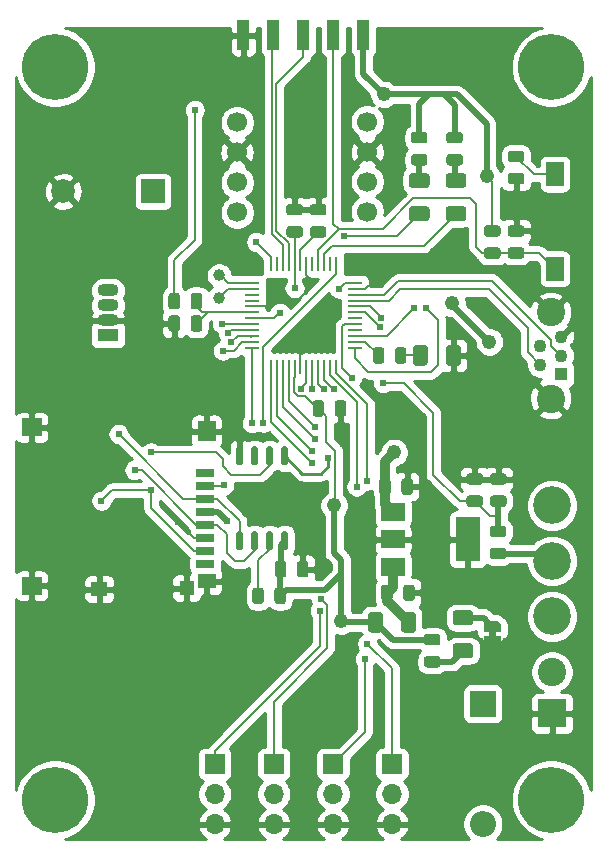
<source format=gtl>
%TF.GenerationSoftware,KiCad,Pcbnew,(5.1.6-0-10_14)*%
%TF.CreationDate,2021-05-24T19:11:46+02:00*%
%TF.ProjectId,ControlUnit,436f6e74-726f-46c5-956e-69742e6b6963,rev?*%
%TF.SameCoordinates,Original*%
%TF.FileFunction,Copper,L1,Top*%
%TF.FilePolarity,Positive*%
%FSLAX46Y46*%
G04 Gerber Fmt 4.6, Leading zero omitted, Abs format (unit mm)*
G04 Created by KiCad (PCBNEW (5.1.6-0-10_14)) date 2021-05-24 19:11:46*
%MOMM*%
%LPD*%
G01*
G04 APERTURE LIST*
%TA.AperFunction,EtchedComponent*%
%ADD10C,0.100000*%
%TD*%
%TA.AperFunction,ComponentPad*%
%ADD11R,2.000000X2.000000*%
%TD*%
%TA.AperFunction,ComponentPad*%
%ADD12C,2.000000*%
%TD*%
%TA.AperFunction,ComponentPad*%
%ADD13R,1.800000X1.070000*%
%TD*%
%TA.AperFunction,ComponentPad*%
%ADD14O,1.800000X1.070000*%
%TD*%
%TA.AperFunction,ComponentPad*%
%ADD15R,2.400000X2.400000*%
%TD*%
%TA.AperFunction,ComponentPad*%
%ADD16C,2.400000*%
%TD*%
%TA.AperFunction,ComponentPad*%
%ADD17R,1.100000X1.100000*%
%TD*%
%TA.AperFunction,ComponentPad*%
%ADD18C,1.100000*%
%TD*%
%TA.AperFunction,ComponentPad*%
%ADD19R,1.700000X1.700000*%
%TD*%
%TA.AperFunction,ComponentPad*%
%ADD20O,1.700000X1.700000*%
%TD*%
%TA.AperFunction,ComponentPad*%
%ADD21C,1.700000*%
%TD*%
%TA.AperFunction,SMDPad,CuDef*%
%ADD22R,1.500000X2.000000*%
%TD*%
%TA.AperFunction,SMDPad,CuDef*%
%ADD23R,1.300000X0.250000*%
%TD*%
%TA.AperFunction,SMDPad,CuDef*%
%ADD24R,0.250000X1.300000*%
%TD*%
%TA.AperFunction,SMDPad,CuDef*%
%ADD25R,2.000000X3.800000*%
%TD*%
%TA.AperFunction,SMDPad,CuDef*%
%ADD26R,2.000000X1.500000*%
%TD*%
%TA.AperFunction,ComponentPad*%
%ADD27C,1.000000*%
%TD*%
%TA.AperFunction,ComponentPad*%
%ADD28C,5.600000*%
%TD*%
%TA.AperFunction,ComponentPad*%
%ADD29C,3.200000*%
%TD*%
%TA.AperFunction,SMDPad,CuDef*%
%ADD30C,0.100000*%
%TD*%
%TA.AperFunction,SMDPad,CuDef*%
%ADD31R,1.000000X2.500000*%
%TD*%
%TA.AperFunction,SMDPad,CuDef*%
%ADD32R,1.600000X0.800000*%
%TD*%
%TA.AperFunction,SMDPad,CuDef*%
%ADD33R,1.500000X1.290000*%
%TD*%
%TA.AperFunction,SMDPad,CuDef*%
%ADD34R,1.300000X1.290000*%
%TD*%
%TA.AperFunction,SMDPad,CuDef*%
%ADD35R,1.400000X1.290000*%
%TD*%
%TA.AperFunction,SMDPad,CuDef*%
%ADD36R,1.700000X1.500000*%
%TD*%
%TA.AperFunction,SMDPad,CuDef*%
%ADD37R,1.500000X1.700000*%
%TD*%
%TA.AperFunction,ComponentPad*%
%ADD38R,2.200000X2.200000*%
%TD*%
%TA.AperFunction,ComponentPad*%
%ADD39O,2.200000X2.200000*%
%TD*%
%TA.AperFunction,ViaPad*%
%ADD40C,0.609600*%
%TD*%
%TA.AperFunction,ViaPad*%
%ADD41C,1.219200*%
%TD*%
%TA.AperFunction,Conductor*%
%ADD42C,0.203200*%
%TD*%
%TA.AperFunction,Conductor*%
%ADD43C,0.508000*%
%TD*%
%TA.AperFunction,Conductor*%
%ADD44C,0.250000*%
%TD*%
%TA.AperFunction,Conductor*%
%ADD45C,0.812800*%
%TD*%
%TA.AperFunction,Conductor*%
%ADD46C,0.254000*%
%TD*%
G04 APERTURE END LIST*
D10*
%TO.C,JP1*%
G36*
X141300000Y-102250000D02*
G01*
X141300000Y-101750000D01*
X140700000Y-101750000D01*
X140700000Y-102250000D01*
X141300000Y-102250000D01*
G37*
%TD*%
D11*
%TO.P,BZ1,1*%
%TO.N,/BZ*%
X112268000Y-64516000D03*
D12*
%TO.P,BZ1,2*%
%TO.N,GND*%
X104668000Y-64516000D03*
%TD*%
%TO.P,C1,2*%
%TO.N,GND*%
%TA.AperFunction,SMDPad,CuDef*%
G36*
G01*
X127650000Y-83356250D02*
X127650000Y-82443750D01*
G75*
G02*
X127893750Y-82200000I243750J0D01*
G01*
X128381250Y-82200000D01*
G75*
G02*
X128625000Y-82443750I0J-243750D01*
G01*
X128625000Y-83356250D01*
G75*
G02*
X128381250Y-83600000I-243750J0D01*
G01*
X127893750Y-83600000D01*
G75*
G02*
X127650000Y-83356250I0J243750D01*
G01*
G37*
%TD.AperFunction*%
%TO.P,C1,1*%
%TO.N,+3V3*%
%TA.AperFunction,SMDPad,CuDef*%
G36*
G01*
X125775000Y-83356250D02*
X125775000Y-82443750D01*
G75*
G02*
X126018750Y-82200000I243750J0D01*
G01*
X126506250Y-82200000D01*
G75*
G02*
X126750000Y-82443750I0J-243750D01*
G01*
X126750000Y-83356250D01*
G75*
G02*
X126506250Y-83600000I-243750J0D01*
G01*
X126018750Y-83600000D01*
G75*
G02*
X125775000Y-83356250I0J243750D01*
G01*
G37*
%TD.AperFunction*%
%TD*%
%TO.P,C4,1*%
%TO.N,+3V3*%
%TA.AperFunction,SMDPad,CuDef*%
G36*
G01*
X124706250Y-68425000D02*
X123793750Y-68425000D01*
G75*
G02*
X123550000Y-68181250I0J243750D01*
G01*
X123550000Y-67693750D01*
G75*
G02*
X123793750Y-67450000I243750J0D01*
G01*
X124706250Y-67450000D01*
G75*
G02*
X124950000Y-67693750I0J-243750D01*
G01*
X124950000Y-68181250D01*
G75*
G02*
X124706250Y-68425000I-243750J0D01*
G01*
G37*
%TD.AperFunction*%
%TO.P,C4,2*%
%TO.N,GND*%
%TA.AperFunction,SMDPad,CuDef*%
G36*
G01*
X124706250Y-66550000D02*
X123793750Y-66550000D01*
G75*
G02*
X123550000Y-66306250I0J243750D01*
G01*
X123550000Y-65818750D01*
G75*
G02*
X123793750Y-65575000I243750J0D01*
G01*
X124706250Y-65575000D01*
G75*
G02*
X124950000Y-65818750I0J-243750D01*
G01*
X124950000Y-66306250D01*
G75*
G02*
X124706250Y-66550000I-243750J0D01*
G01*
G37*
%TD.AperFunction*%
%TD*%
%TO.P,C7,1*%
%TO.N,GND*%
%TA.AperFunction,SMDPad,CuDef*%
G36*
G01*
X125793750Y-65575000D02*
X126706250Y-65575000D01*
G75*
G02*
X126950000Y-65818750I0J-243750D01*
G01*
X126950000Y-66306250D01*
G75*
G02*
X126706250Y-66550000I-243750J0D01*
G01*
X125793750Y-66550000D01*
G75*
G02*
X125550000Y-66306250I0J243750D01*
G01*
X125550000Y-65818750D01*
G75*
G02*
X125793750Y-65575000I243750J0D01*
G01*
G37*
%TD.AperFunction*%
%TO.P,C7,2*%
%TO.N,Net-(C7-Pad2)*%
%TA.AperFunction,SMDPad,CuDef*%
G36*
G01*
X125793750Y-67450000D02*
X126706250Y-67450000D01*
G75*
G02*
X126950000Y-67693750I0J-243750D01*
G01*
X126950000Y-68181250D01*
G75*
G02*
X126706250Y-68425000I-243750J0D01*
G01*
X125793750Y-68425000D01*
G75*
G02*
X125550000Y-68181250I0J243750D01*
G01*
X125550000Y-67693750D01*
G75*
G02*
X125793750Y-67450000I243750J0D01*
G01*
G37*
%TD.AperFunction*%
%TD*%
%TO.P,C8,2*%
%TO.N,GND*%
%TA.AperFunction,SMDPad,CuDef*%
G36*
G01*
X114550000Y-75243750D02*
X114550000Y-76156250D01*
G75*
G02*
X114306250Y-76400000I-243750J0D01*
G01*
X113818750Y-76400000D01*
G75*
G02*
X113575000Y-76156250I0J243750D01*
G01*
X113575000Y-75243750D01*
G75*
G02*
X113818750Y-75000000I243750J0D01*
G01*
X114306250Y-75000000D01*
G75*
G02*
X114550000Y-75243750I0J-243750D01*
G01*
G37*
%TD.AperFunction*%
%TO.P,C8,1*%
%TO.N,Net-(C8-Pad1)*%
%TA.AperFunction,SMDPad,CuDef*%
G36*
G01*
X116425000Y-75243750D02*
X116425000Y-76156250D01*
G75*
G02*
X116181250Y-76400000I-243750J0D01*
G01*
X115693750Y-76400000D01*
G75*
G02*
X115450000Y-76156250I0J243750D01*
G01*
X115450000Y-75243750D01*
G75*
G02*
X115693750Y-75000000I243750J0D01*
G01*
X116181250Y-75000000D01*
G75*
G02*
X116425000Y-75243750I0J-243750D01*
G01*
G37*
%TD.AperFunction*%
%TD*%
%TO.P,C9,2*%
%TO.N,GND*%
%TA.AperFunction,SMDPad,CuDef*%
G36*
G01*
X133292000Y-89956250D02*
X133292000Y-89043750D01*
G75*
G02*
X133535750Y-88800000I243750J0D01*
G01*
X134023250Y-88800000D01*
G75*
G02*
X134267000Y-89043750I0J-243750D01*
G01*
X134267000Y-89956250D01*
G75*
G02*
X134023250Y-90200000I-243750J0D01*
G01*
X133535750Y-90200000D01*
G75*
G02*
X133292000Y-89956250I0J243750D01*
G01*
G37*
%TD.AperFunction*%
%TO.P,C9,1*%
%TO.N,+5V*%
%TA.AperFunction,SMDPad,CuDef*%
G36*
G01*
X131417000Y-89956250D02*
X131417000Y-89043750D01*
G75*
G02*
X131660750Y-88800000I243750J0D01*
G01*
X132148250Y-88800000D01*
G75*
G02*
X132392000Y-89043750I0J-243750D01*
G01*
X132392000Y-89956250D01*
G75*
G02*
X132148250Y-90200000I-243750J0D01*
G01*
X131660750Y-90200000D01*
G75*
G02*
X131417000Y-89956250I0J243750D01*
G01*
G37*
%TD.AperFunction*%
%TD*%
%TO.P,C19,1*%
%TO.N,+3V3*%
%TA.AperFunction,SMDPad,CuDef*%
G36*
G01*
X122575000Y-96956250D02*
X122575000Y-96043750D01*
G75*
G02*
X122818750Y-95800000I243750J0D01*
G01*
X123306250Y-95800000D01*
G75*
G02*
X123550000Y-96043750I0J-243750D01*
G01*
X123550000Y-96956250D01*
G75*
G02*
X123306250Y-97200000I-243750J0D01*
G01*
X122818750Y-97200000D01*
G75*
G02*
X122575000Y-96956250I0J243750D01*
G01*
G37*
%TD.AperFunction*%
%TO.P,C19,2*%
%TO.N,GND*%
%TA.AperFunction,SMDPad,CuDef*%
G36*
G01*
X124450000Y-96956250D02*
X124450000Y-96043750D01*
G75*
G02*
X124693750Y-95800000I243750J0D01*
G01*
X125181250Y-95800000D01*
G75*
G02*
X125425000Y-96043750I0J-243750D01*
G01*
X125425000Y-96956250D01*
G75*
G02*
X125181250Y-97200000I-243750J0D01*
G01*
X124693750Y-97200000D01*
G75*
G02*
X124450000Y-96956250I0J243750D01*
G01*
G37*
%TD.AperFunction*%
%TD*%
D13*
%TO.P,D2,1*%
%TO.N,Net-(D2-Pad1)*%
X108458000Y-76708000D03*
D14*
%TO.P,D2,2*%
%TO.N,GND*%
X108458000Y-75438000D03*
%TO.P,D2,3*%
%TO.N,Net-(D2-Pad3)*%
X108458000Y-74168000D03*
%TO.P,D2,4*%
%TO.N,Net-(D2-Pad4)*%
X108458000Y-72898000D03*
%TD*%
%TO.P,F1,1*%
%TO.N,+3V3*%
%TA.AperFunction,SMDPad,CuDef*%
G36*
G01*
X130475000Y-101625000D02*
X130475000Y-100375000D01*
G75*
G02*
X130725000Y-100125000I250000J0D01*
G01*
X131475000Y-100125000D01*
G75*
G02*
X131725000Y-100375000I0J-250000D01*
G01*
X131725000Y-101625000D01*
G75*
G02*
X131475000Y-101875000I-250000J0D01*
G01*
X130725000Y-101875000D01*
G75*
G02*
X130475000Y-101625000I0J250000D01*
G01*
G37*
%TD.AperFunction*%
%TO.P,F1,2*%
%TO.N,Net-(C10-Pad1)*%
%TA.AperFunction,SMDPad,CuDef*%
G36*
G01*
X133275000Y-101625000D02*
X133275000Y-100375000D01*
G75*
G02*
X133525000Y-100125000I250000J0D01*
G01*
X134275000Y-100125000D01*
G75*
G02*
X134525000Y-100375000I0J-250000D01*
G01*
X134525000Y-101625000D01*
G75*
G02*
X134275000Y-101875000I-250000J0D01*
G01*
X133525000Y-101875000D01*
G75*
G02*
X133275000Y-101625000I0J250000D01*
G01*
G37*
%TD.AperFunction*%
%TD*%
D15*
%TO.P,J1,1*%
%TO.N,GND*%
X146050000Y-108712000D03*
D16*
%TO.P,J1,2*%
%TO.N,Net-(D1-Pad1)*%
X146050000Y-105212000D03*
%TD*%
D17*
%TO.P,J2,1*%
%TO.N,Net-(D9-Pad2)*%
X146812000Y-80010000D03*
D18*
%TO.P,J2,2*%
%TO.N,/USB_D-*%
X145062000Y-79210000D03*
%TO.P,J2,3*%
%TO.N,/USB_D+*%
X146812000Y-78410000D03*
%TO.P,J2,4*%
%TO.N,Net-(J2-Pad4)*%
X145062000Y-77610000D03*
%TO.P,J2,5*%
%TO.N,GND*%
X146812000Y-76810000D03*
D16*
%TO.P,J2,6*%
X145937000Y-82060000D03*
X145937000Y-74760000D03*
%TD*%
D19*
%TO.P,J7,1*%
%TO.N,/Servo_1*%
X117500000Y-113000000D03*
D20*
%TO.P,J7,2*%
%TO.N,+5V*%
X117500000Y-115540000D03*
%TO.P,J7,3*%
%TO.N,GND*%
X117500000Y-118080000D03*
%TD*%
D21*
%TO.P,J8,1*%
%TO.N,+3V3*%
X119380000Y-58674000D03*
%TO.P,J8,2*%
%TO.N,GND*%
X119380000Y-61214000D03*
%TO.P,J8,3*%
%TO.N,/SCL*%
X119380000Y-63754000D03*
%TO.P,J8,4*%
%TO.N,/SDA*%
X119380000Y-66294000D03*
%TD*%
D20*
%TO.P,J9,3*%
%TO.N,GND*%
X122500000Y-118080000D03*
%TO.P,J9,2*%
%TO.N,+5V*%
X122500000Y-115540000D03*
D19*
%TO.P,J9,1*%
%TO.N,/Servo_2*%
X122500000Y-113000000D03*
%TD*%
%TO.P,J10,1*%
%TO.N,/Servo_3*%
X127500000Y-113000000D03*
D20*
%TO.P,J10,2*%
%TO.N,+5V*%
X127500000Y-115540000D03*
%TO.P,J10,3*%
%TO.N,GND*%
X127500000Y-118080000D03*
%TD*%
%TO.P,L1,1*%
%TO.N,+3V3*%
%TA.AperFunction,SMDPad,CuDef*%
G36*
G01*
X113575000Y-74256250D02*
X113575000Y-73343750D01*
G75*
G02*
X113818750Y-73100000I243750J0D01*
G01*
X114306250Y-73100000D01*
G75*
G02*
X114550000Y-73343750I0J-243750D01*
G01*
X114550000Y-74256250D01*
G75*
G02*
X114306250Y-74500000I-243750J0D01*
G01*
X113818750Y-74500000D01*
G75*
G02*
X113575000Y-74256250I0J243750D01*
G01*
G37*
%TD.AperFunction*%
%TO.P,L1,2*%
%TO.N,Net-(C8-Pad1)*%
%TA.AperFunction,SMDPad,CuDef*%
G36*
G01*
X115450000Y-74256250D02*
X115450000Y-73343750D01*
G75*
G02*
X115693750Y-73100000I243750J0D01*
G01*
X116181250Y-73100000D01*
G75*
G02*
X116425000Y-73343750I0J-243750D01*
G01*
X116425000Y-74256250D01*
G75*
G02*
X116181250Y-74500000I-243750J0D01*
G01*
X115693750Y-74500000D01*
G75*
G02*
X115450000Y-74256250I0J243750D01*
G01*
G37*
%TD.AperFunction*%
%TD*%
%TO.P,R3,2*%
%TO.N,/RESET*%
%TA.AperFunction,SMDPad,CuDef*%
G36*
G01*
X140543750Y-69250000D02*
X141456250Y-69250000D01*
G75*
G02*
X141700000Y-69493750I0J-243750D01*
G01*
X141700000Y-69981250D01*
G75*
G02*
X141456250Y-70225000I-243750J0D01*
G01*
X140543750Y-70225000D01*
G75*
G02*
X140300000Y-69981250I0J243750D01*
G01*
X140300000Y-69493750D01*
G75*
G02*
X140543750Y-69250000I243750J0D01*
G01*
G37*
%TD.AperFunction*%
%TO.P,R3,1*%
%TO.N,+3V3*%
%TA.AperFunction,SMDPad,CuDef*%
G36*
G01*
X140543750Y-67375000D02*
X141456250Y-67375000D01*
G75*
G02*
X141700000Y-67618750I0J-243750D01*
G01*
X141700000Y-68106250D01*
G75*
G02*
X141456250Y-68350000I-243750J0D01*
G01*
X140543750Y-68350000D01*
G75*
G02*
X140300000Y-68106250I0J243750D01*
G01*
X140300000Y-67618750D01*
G75*
G02*
X140543750Y-67375000I243750J0D01*
G01*
G37*
%TD.AperFunction*%
%TD*%
%TO.P,R7,1*%
%TO.N,GND*%
%TA.AperFunction,SMDPad,CuDef*%
G36*
G01*
X143458250Y-63925000D02*
X142545750Y-63925000D01*
G75*
G02*
X142302000Y-63681250I0J243750D01*
G01*
X142302000Y-63193750D01*
G75*
G02*
X142545750Y-62950000I243750J0D01*
G01*
X143458250Y-62950000D01*
G75*
G02*
X143702000Y-63193750I0J-243750D01*
G01*
X143702000Y-63681250D01*
G75*
G02*
X143458250Y-63925000I-243750J0D01*
G01*
G37*
%TD.AperFunction*%
%TO.P,R7,2*%
%TO.N,Net-(R7-Pad2)*%
%TA.AperFunction,SMDPad,CuDef*%
G36*
G01*
X143458250Y-62050000D02*
X142545750Y-62050000D01*
G75*
G02*
X142302000Y-61806250I0J243750D01*
G01*
X142302000Y-61318750D01*
G75*
G02*
X142545750Y-61075000I243750J0D01*
G01*
X143458250Y-61075000D01*
G75*
G02*
X143702000Y-61318750I0J-243750D01*
G01*
X143702000Y-61806250D01*
G75*
G02*
X143458250Y-62050000I-243750J0D01*
G01*
G37*
%TD.AperFunction*%
%TD*%
D22*
%TO.P,SW2,1*%
%TO.N,/RESET*%
X146304000Y-71056000D03*
%TO.P,SW2,2*%
%TO.N,Net-(R7-Pad2)*%
X146304000Y-63056000D03*
%TD*%
D23*
%TO.P,U1,1*%
%TO.N,Net-(C2-Pad2)*%
X120650000Y-72250000D03*
%TO.P,U1,2*%
%TO.N,Net-(C3-Pad1)*%
X120650000Y-72750000D03*
%TO.P,U1,3*%
%TO.N,Net-(U1-Pad3)*%
X120650000Y-73250000D03*
%TO.P,U1,4*%
%TO.N,Net-(U1-Pad4)*%
X120650000Y-73750000D03*
%TO.P,U1,5*%
%TO.N,GND*%
X120650000Y-74250000D03*
%TO.P,U1,6*%
%TO.N,Net-(C8-Pad1)*%
X120650000Y-74750000D03*
%TO.P,U1,7*%
%TO.N,/Batt*%
X120650000Y-75250000D03*
%TO.P,U1,8*%
%TO.N,/BZ*%
X120650000Y-75750000D03*
%TO.P,U1,9*%
%TO.N,/B_LED*%
X120650000Y-76250000D03*
%TO.P,U1,10*%
%TO.N,/G_LED*%
X120650000Y-76750000D03*
%TO.P,U1,11*%
%TO.N,/R_LED*%
X120650000Y-77250000D03*
%TO.P,U1,12*%
%TO.N,/DIO0*%
X120650000Y-77750000D03*
D24*
%TO.P,U1,13*%
%TO.N,/Servo_1*%
X122250000Y-79350000D03*
%TO.P,U1,14*%
%TO.N,/Servo_2*%
X122750000Y-79350000D03*
%TO.P,U1,15*%
%TO.N,Net-(J13-Pad2)*%
X123250000Y-79350000D03*
%TO.P,U1,16*%
%TO.N,Net-(J13-Pad1)*%
X123750000Y-79350000D03*
%TO.P,U1,17*%
%TO.N,+3V3*%
X124250000Y-79350000D03*
%TO.P,U1,18*%
%TO.N,GND*%
X124750000Y-79350000D03*
%TO.P,U1,19*%
%TO.N,/MOSI*%
X125250000Y-79350000D03*
%TO.P,U1,20*%
%TO.N,/SCK*%
X125750000Y-79350000D03*
%TO.P,U1,21*%
%TO.N,/MISO*%
X126250000Y-79350000D03*
%TO.P,U1,22*%
%TO.N,/CS_RAD*%
X126750000Y-79350000D03*
%TO.P,U1,23*%
%TO.N,/Servo_3*%
X127250000Y-79350000D03*
%TO.P,U1,24*%
%TO.N,/Servo_4*%
X127750000Y-79350000D03*
D23*
%TO.P,U1,25*%
%TO.N,/TX_GPS*%
X129350000Y-77750000D03*
%TO.P,U1,26*%
%TO.N,/D13*%
X129350000Y-77250000D03*
%TO.P,U1,27*%
%TO.N,/RX_GPS*%
X129350000Y-76750000D03*
%TO.P,U1,28*%
%TO.N,Net-(U1-Pad28)*%
X129350000Y-76250000D03*
%TO.P,U1,29*%
%TO.N,/CS_FLASH*%
X129350000Y-75750000D03*
%TO.P,U1,30*%
%TO.N,Net-(U1-Pad30)*%
X129350000Y-75250000D03*
%TO.P,U1,31*%
%TO.N,/SDA*%
X129350000Y-74750000D03*
%TO.P,U1,32*%
%TO.N,/SCL*%
X129350000Y-74250000D03*
%TO.P,U1,33*%
%TO.N,/USB_D-*%
X129350000Y-73750000D03*
%TO.P,U1,34*%
%TO.N,/USB_D+*%
X129350000Y-73250000D03*
%TO.P,U1,35*%
%TO.N,GND*%
X129350000Y-72750000D03*
%TO.P,U1,36*%
%TO.N,+3V3*%
X129350000Y-72250000D03*
D24*
%TO.P,U1,37*%
%TO.N,/CS_SD*%
X127750000Y-70650000D03*
%TO.P,U1,38*%
%TO.N,Net-(U1-Pad38)*%
X127250000Y-70650000D03*
%TO.P,U1,39*%
%TO.N,/TX_LED*%
X126750000Y-70650000D03*
%TO.P,U1,40*%
%TO.N,/RESET*%
X126250000Y-70650000D03*
%TO.P,U1,41*%
%TO.N,Net-(U1-Pad41)*%
X125750000Y-70650000D03*
%TO.P,U1,42*%
%TO.N,GND*%
X125250000Y-70650000D03*
%TO.P,U1,43*%
%TO.N,Net-(C7-Pad2)*%
X124750000Y-70650000D03*
%TO.P,U1,44*%
%TO.N,+3V3*%
X124250000Y-70650000D03*
%TO.P,U1,45*%
%TO.N,/SWCLK*%
X123750000Y-70650000D03*
%TO.P,U1,46*%
%TO.N,/SWDIO*%
X123250000Y-70650000D03*
%TO.P,U1,47*%
%TO.N,Net-(U1-Pad47)*%
X122750000Y-70650000D03*
%TO.P,U1,48*%
%TO.N,/RX_LED*%
X122250000Y-70650000D03*
%TD*%
D25*
%TO.P,U3,2*%
%TO.N,GND*%
X138900000Y-93980000D03*
D26*
X132600000Y-93980000D03*
%TO.P,U3,3*%
%TO.N,Net-(C10-Pad1)*%
X132600000Y-96280000D03*
%TO.P,U3,1*%
%TO.N,+5V*%
X132600000Y-91680000D03*
%TD*%
%TO.P,U6,1*%
%TO.N,/CS_FLASH*%
%TA.AperFunction,SMDPad,CuDef*%
G36*
G01*
X123255000Y-86100000D02*
X123555000Y-86100000D01*
G75*
G02*
X123705000Y-86250000I0J-150000D01*
G01*
X123705000Y-87550000D01*
G75*
G02*
X123555000Y-87700000I-150000J0D01*
G01*
X123255000Y-87700000D01*
G75*
G02*
X123105000Y-87550000I0J150000D01*
G01*
X123105000Y-86250000D01*
G75*
G02*
X123255000Y-86100000I150000J0D01*
G01*
G37*
%TD.AperFunction*%
%TO.P,U6,2*%
%TO.N,/MISO*%
%TA.AperFunction,SMDPad,CuDef*%
G36*
G01*
X121985000Y-86100000D02*
X122285000Y-86100000D01*
G75*
G02*
X122435000Y-86250000I0J-150000D01*
G01*
X122435000Y-87550000D01*
G75*
G02*
X122285000Y-87700000I-150000J0D01*
G01*
X121985000Y-87700000D01*
G75*
G02*
X121835000Y-87550000I0J150000D01*
G01*
X121835000Y-86250000D01*
G75*
G02*
X121985000Y-86100000I150000J0D01*
G01*
G37*
%TD.AperFunction*%
%TO.P,U6,3*%
%TO.N,Net-(U6-Pad3)*%
%TA.AperFunction,SMDPad,CuDef*%
G36*
G01*
X120715000Y-86100000D02*
X121015000Y-86100000D01*
G75*
G02*
X121165000Y-86250000I0J-150000D01*
G01*
X121165000Y-87550000D01*
G75*
G02*
X121015000Y-87700000I-150000J0D01*
G01*
X120715000Y-87700000D01*
G75*
G02*
X120565000Y-87550000I0J150000D01*
G01*
X120565000Y-86250000D01*
G75*
G02*
X120715000Y-86100000I150000J0D01*
G01*
G37*
%TD.AperFunction*%
%TO.P,U6,4*%
%TO.N,GND*%
%TA.AperFunction,SMDPad,CuDef*%
G36*
G01*
X119445000Y-86100000D02*
X119745000Y-86100000D01*
G75*
G02*
X119895000Y-86250000I0J-150000D01*
G01*
X119895000Y-87550000D01*
G75*
G02*
X119745000Y-87700000I-150000J0D01*
G01*
X119445000Y-87700000D01*
G75*
G02*
X119295000Y-87550000I0J150000D01*
G01*
X119295000Y-86250000D01*
G75*
G02*
X119445000Y-86100000I150000J0D01*
G01*
G37*
%TD.AperFunction*%
%TO.P,U6,5*%
%TO.N,/MOSI*%
%TA.AperFunction,SMDPad,CuDef*%
G36*
G01*
X119445000Y-93300000D02*
X119745000Y-93300000D01*
G75*
G02*
X119895000Y-93450000I0J-150000D01*
G01*
X119895000Y-94750000D01*
G75*
G02*
X119745000Y-94900000I-150000J0D01*
G01*
X119445000Y-94900000D01*
G75*
G02*
X119295000Y-94750000I0J150000D01*
G01*
X119295000Y-93450000D01*
G75*
G02*
X119445000Y-93300000I150000J0D01*
G01*
G37*
%TD.AperFunction*%
%TO.P,U6,6*%
%TO.N,/SCK*%
%TA.AperFunction,SMDPad,CuDef*%
G36*
G01*
X120715000Y-93300000D02*
X121015000Y-93300000D01*
G75*
G02*
X121165000Y-93450000I0J-150000D01*
G01*
X121165000Y-94750000D01*
G75*
G02*
X121015000Y-94900000I-150000J0D01*
G01*
X120715000Y-94900000D01*
G75*
G02*
X120565000Y-94750000I0J150000D01*
G01*
X120565000Y-93450000D01*
G75*
G02*
X120715000Y-93300000I150000J0D01*
G01*
G37*
%TD.AperFunction*%
%TO.P,U6,7*%
%TO.N,Net-(R15-Pad2)*%
%TA.AperFunction,SMDPad,CuDef*%
G36*
G01*
X121985000Y-93300000D02*
X122285000Y-93300000D01*
G75*
G02*
X122435000Y-93450000I0J-150000D01*
G01*
X122435000Y-94750000D01*
G75*
G02*
X122285000Y-94900000I-150000J0D01*
G01*
X121985000Y-94900000D01*
G75*
G02*
X121835000Y-94750000I0J150000D01*
G01*
X121835000Y-93450000D01*
G75*
G02*
X121985000Y-93300000I150000J0D01*
G01*
G37*
%TD.AperFunction*%
%TO.P,U6,8*%
%TO.N,+3V3*%
%TA.AperFunction,SMDPad,CuDef*%
G36*
G01*
X123255000Y-93300000D02*
X123555000Y-93300000D01*
G75*
G02*
X123705000Y-93450000I0J-150000D01*
G01*
X123705000Y-94750000D01*
G75*
G02*
X123555000Y-94900000I-150000J0D01*
G01*
X123255000Y-94900000D01*
G75*
G02*
X123105000Y-94750000I0J150000D01*
G01*
X123105000Y-93450000D01*
G75*
G02*
X123255000Y-93300000I150000J0D01*
G01*
G37*
%TD.AperFunction*%
%TD*%
D27*
%TO.P,Y1,1*%
%TO.N,Net-(C2-Pad2)*%
X117856000Y-71628000D03*
%TO.P,Y1,2*%
%TO.N,Net-(C3-Pad1)*%
X117856000Y-73528000D03*
%TD*%
D28*
%TO.P,H1,1*%
%TO.N,N/C*%
X104000000Y-54000000D03*
%TD*%
%TO.P,H2,1*%
%TO.N,N/C*%
X146000000Y-54000000D03*
%TD*%
%TO.P,H3,1*%
%TO.N,N/C*%
X104000000Y-116000000D03*
%TD*%
%TO.P,H4,1*%
%TO.N,N/C*%
X146000000Y-116000000D03*
%TD*%
D29*
%TO.P,SW1,1*%
%TO.N,/Vbatt*%
X146050000Y-95800000D03*
%TO.P,SW1,2*%
%TO.N,Net-(D1-Pad2)*%
X146050000Y-100500000D03*
%TO.P,SW1,3*%
%TO.N,Net-(SW1-Pad3)*%
X146050000Y-91100000D03*
%TD*%
%TO.P,D3,2*%
%TO.N,Net-(D3-Pad2)*%
%TA.AperFunction,SMDPad,CuDef*%
G36*
G01*
X135525000Y-77775000D02*
X135525000Y-79025000D01*
G75*
G02*
X135275000Y-79275000I-250000J0D01*
G01*
X134525000Y-79275000D01*
G75*
G02*
X134275000Y-79025000I0J250000D01*
G01*
X134275000Y-77775000D01*
G75*
G02*
X134525000Y-77525000I250000J0D01*
G01*
X135275000Y-77525000D01*
G75*
G02*
X135525000Y-77775000I0J-250000D01*
G01*
G37*
%TD.AperFunction*%
%TO.P,D3,1*%
%TO.N,GND*%
%TA.AperFunction,SMDPad,CuDef*%
G36*
G01*
X138325000Y-77775000D02*
X138325000Y-79025000D01*
G75*
G02*
X138075000Y-79275000I-250000J0D01*
G01*
X137325000Y-79275000D01*
G75*
G02*
X137075000Y-79025000I0J250000D01*
G01*
X137075000Y-77775000D01*
G75*
G02*
X137325000Y-77525000I250000J0D01*
G01*
X138075000Y-77525000D01*
G75*
G02*
X138325000Y-77775000I0J-250000D01*
G01*
G37*
%TD.AperFunction*%
%TD*%
%TO.P,D4,1*%
%TO.N,/TX_LED*%
%TA.AperFunction,SMDPad,CuDef*%
G36*
G01*
X138541000Y-67017000D02*
X137291000Y-67017000D01*
G75*
G02*
X137041000Y-66767000I0J250000D01*
G01*
X137041000Y-66017000D01*
G75*
G02*
X137291000Y-65767000I250000J0D01*
G01*
X138541000Y-65767000D01*
G75*
G02*
X138791000Y-66017000I0J-250000D01*
G01*
X138791000Y-66767000D01*
G75*
G02*
X138541000Y-67017000I-250000J0D01*
G01*
G37*
%TD.AperFunction*%
%TO.P,D4,2*%
%TO.N,Net-(D4-Pad2)*%
%TA.AperFunction,SMDPad,CuDef*%
G36*
G01*
X138541000Y-64217000D02*
X137291000Y-64217000D01*
G75*
G02*
X137041000Y-63967000I0J250000D01*
G01*
X137041000Y-63217000D01*
G75*
G02*
X137291000Y-62967000I250000J0D01*
G01*
X138541000Y-62967000D01*
G75*
G02*
X138791000Y-63217000I0J-250000D01*
G01*
X138791000Y-63967000D01*
G75*
G02*
X138541000Y-64217000I-250000J0D01*
G01*
G37*
%TD.AperFunction*%
%TD*%
%TO.P,R8,2*%
%TO.N,/Vbatt*%
%TA.AperFunction,SMDPad,CuDef*%
G36*
G01*
X141021750Y-94684000D02*
X141934250Y-94684000D01*
G75*
G02*
X142178000Y-94927750I0J-243750D01*
G01*
X142178000Y-95415250D01*
G75*
G02*
X141934250Y-95659000I-243750J0D01*
G01*
X141021750Y-95659000D01*
G75*
G02*
X140778000Y-95415250I0J243750D01*
G01*
X140778000Y-94927750D01*
G75*
G02*
X141021750Y-94684000I243750J0D01*
G01*
G37*
%TD.AperFunction*%
%TO.P,R8,1*%
%TO.N,/Batt*%
%TA.AperFunction,SMDPad,CuDef*%
G36*
G01*
X141021750Y-92809000D02*
X141934250Y-92809000D01*
G75*
G02*
X142178000Y-93052750I0J-243750D01*
G01*
X142178000Y-93540250D01*
G75*
G02*
X141934250Y-93784000I-243750J0D01*
G01*
X141021750Y-93784000D01*
G75*
G02*
X140778000Y-93540250I0J243750D01*
G01*
X140778000Y-93052750D01*
G75*
G02*
X141021750Y-92809000I243750J0D01*
G01*
G37*
%TD.AperFunction*%
%TD*%
%TO.P,R9,1*%
%TO.N,/Batt*%
%TA.AperFunction,SMDPad,CuDef*%
G36*
G01*
X141956250Y-91225000D02*
X141043750Y-91225000D01*
G75*
G02*
X140800000Y-90981250I0J243750D01*
G01*
X140800000Y-90493750D01*
G75*
G02*
X141043750Y-90250000I243750J0D01*
G01*
X141956250Y-90250000D01*
G75*
G02*
X142200000Y-90493750I0J-243750D01*
G01*
X142200000Y-90981250D01*
G75*
G02*
X141956250Y-91225000I-243750J0D01*
G01*
G37*
%TD.AperFunction*%
%TO.P,R9,2*%
%TO.N,GND*%
%TA.AperFunction,SMDPad,CuDef*%
G36*
G01*
X141956250Y-89350000D02*
X141043750Y-89350000D01*
G75*
G02*
X140800000Y-89106250I0J243750D01*
G01*
X140800000Y-88618750D01*
G75*
G02*
X141043750Y-88375000I243750J0D01*
G01*
X141956250Y-88375000D01*
G75*
G02*
X142200000Y-88618750I0J-243750D01*
G01*
X142200000Y-89106250D01*
G75*
G02*
X141956250Y-89350000I-243750J0D01*
G01*
G37*
%TD.AperFunction*%
%TD*%
%TO.P,R10,1*%
%TO.N,/D13*%
%TA.AperFunction,SMDPad,CuDef*%
G36*
G01*
X130875000Y-78856250D02*
X130875000Y-77943750D01*
G75*
G02*
X131118750Y-77700000I243750J0D01*
G01*
X131606250Y-77700000D01*
G75*
G02*
X131850000Y-77943750I0J-243750D01*
G01*
X131850000Y-78856250D01*
G75*
G02*
X131606250Y-79100000I-243750J0D01*
G01*
X131118750Y-79100000D01*
G75*
G02*
X130875000Y-78856250I0J243750D01*
G01*
G37*
%TD.AperFunction*%
%TO.P,R10,2*%
%TO.N,Net-(D3-Pad2)*%
%TA.AperFunction,SMDPad,CuDef*%
G36*
G01*
X132750000Y-78856250D02*
X132750000Y-77943750D01*
G75*
G02*
X132993750Y-77700000I243750J0D01*
G01*
X133481250Y-77700000D01*
G75*
G02*
X133725000Y-77943750I0J-243750D01*
G01*
X133725000Y-78856250D01*
G75*
G02*
X133481250Y-79100000I-243750J0D01*
G01*
X132993750Y-79100000D01*
G75*
G02*
X132750000Y-78856250I0J243750D01*
G01*
G37*
%TD.AperFunction*%
%TD*%
%TO.P,R11,2*%
%TO.N,Net-(D4-Pad2)*%
%TA.AperFunction,SMDPad,CuDef*%
G36*
G01*
X137343750Y-61350000D02*
X138256250Y-61350000D01*
G75*
G02*
X138500000Y-61593750I0J-243750D01*
G01*
X138500000Y-62081250D01*
G75*
G02*
X138256250Y-62325000I-243750J0D01*
G01*
X137343750Y-62325000D01*
G75*
G02*
X137100000Y-62081250I0J243750D01*
G01*
X137100000Y-61593750D01*
G75*
G02*
X137343750Y-61350000I243750J0D01*
G01*
G37*
%TD.AperFunction*%
%TO.P,R11,1*%
%TO.N,+3V3*%
%TA.AperFunction,SMDPad,CuDef*%
G36*
G01*
X137343750Y-59475000D02*
X138256250Y-59475000D01*
G75*
G02*
X138500000Y-59718750I0J-243750D01*
G01*
X138500000Y-60206250D01*
G75*
G02*
X138256250Y-60450000I-243750J0D01*
G01*
X137343750Y-60450000D01*
G75*
G02*
X137100000Y-60206250I0J243750D01*
G01*
X137100000Y-59718750D01*
G75*
G02*
X137343750Y-59475000I243750J0D01*
G01*
G37*
%TD.AperFunction*%
%TD*%
%TO.P,R12,1*%
%TO.N,+3V3*%
%TA.AperFunction,SMDPad,CuDef*%
G36*
G01*
X134343750Y-59475000D02*
X135256250Y-59475000D01*
G75*
G02*
X135500000Y-59718750I0J-243750D01*
G01*
X135500000Y-60206250D01*
G75*
G02*
X135256250Y-60450000I-243750J0D01*
G01*
X134343750Y-60450000D01*
G75*
G02*
X134100000Y-60206250I0J243750D01*
G01*
X134100000Y-59718750D01*
G75*
G02*
X134343750Y-59475000I243750J0D01*
G01*
G37*
%TD.AperFunction*%
%TO.P,R12,2*%
%TO.N,Net-(D5-Pad2)*%
%TA.AperFunction,SMDPad,CuDef*%
G36*
G01*
X134343750Y-61350000D02*
X135256250Y-61350000D01*
G75*
G02*
X135500000Y-61593750I0J-243750D01*
G01*
X135500000Y-62081250D01*
G75*
G02*
X135256250Y-62325000I-243750J0D01*
G01*
X134343750Y-62325000D01*
G75*
G02*
X134100000Y-62081250I0J243750D01*
G01*
X134100000Y-61593750D01*
G75*
G02*
X134343750Y-61350000I243750J0D01*
G01*
G37*
%TD.AperFunction*%
%TD*%
%TO.P,D6,1*%
%TO.N,Net-(D6-Pad1)*%
%TA.AperFunction,SMDPad,CuDef*%
G36*
G01*
X137875000Y-99975000D02*
X139125000Y-99975000D01*
G75*
G02*
X139375000Y-100225000I0J-250000D01*
G01*
X139375000Y-100975000D01*
G75*
G02*
X139125000Y-101225000I-250000J0D01*
G01*
X137875000Y-101225000D01*
G75*
G02*
X137625000Y-100975000I0J250000D01*
G01*
X137625000Y-100225000D01*
G75*
G02*
X137875000Y-99975000I250000J0D01*
G01*
G37*
%TD.AperFunction*%
%TO.P,D6,2*%
%TO.N,Net-(D6-Pad2)*%
%TA.AperFunction,SMDPad,CuDef*%
G36*
G01*
X137875000Y-102775000D02*
X139125000Y-102775000D01*
G75*
G02*
X139375000Y-103025000I0J-250000D01*
G01*
X139375000Y-103775000D01*
G75*
G02*
X139125000Y-104025000I-250000J0D01*
G01*
X137875000Y-104025000D01*
G75*
G02*
X137625000Y-103775000I0J250000D01*
G01*
X137625000Y-103025000D01*
G75*
G02*
X137875000Y-102775000I250000J0D01*
G01*
G37*
%TD.AperFunction*%
%TD*%
%TA.AperFunction,SMDPad,CuDef*%
D30*
%TO.P,JP1,2*%
%TO.N,GND*%
G36*
X141749398Y-102650000D02*
G01*
X141749398Y-102674534D01*
X141744588Y-102723365D01*
X141735016Y-102771490D01*
X141720772Y-102818445D01*
X141701995Y-102863778D01*
X141678864Y-102907051D01*
X141651604Y-102947850D01*
X141620476Y-102985779D01*
X141585779Y-103020476D01*
X141547850Y-103051604D01*
X141507051Y-103078864D01*
X141463778Y-103101995D01*
X141418445Y-103120772D01*
X141371490Y-103135016D01*
X141323365Y-103144588D01*
X141274534Y-103149398D01*
X141250000Y-103149398D01*
X141250000Y-103150000D01*
X140750000Y-103150000D01*
X140750000Y-103149398D01*
X140725466Y-103149398D01*
X140676635Y-103144588D01*
X140628510Y-103135016D01*
X140581555Y-103120772D01*
X140536222Y-103101995D01*
X140492949Y-103078864D01*
X140452150Y-103051604D01*
X140414221Y-103020476D01*
X140379524Y-102985779D01*
X140348396Y-102947850D01*
X140321136Y-102907051D01*
X140298005Y-102863778D01*
X140279228Y-102818445D01*
X140264984Y-102771490D01*
X140255412Y-102723365D01*
X140250602Y-102674534D01*
X140250602Y-102650000D01*
X140250000Y-102650000D01*
X140250000Y-102150000D01*
X141750000Y-102150000D01*
X141750000Y-102650000D01*
X141749398Y-102650000D01*
G37*
%TD.AperFunction*%
%TA.AperFunction,SMDPad,CuDef*%
%TO.P,JP1,1*%
%TO.N,Net-(D6-Pad1)*%
G36*
X140250000Y-101850000D02*
G01*
X140250000Y-101350000D01*
X140250602Y-101350000D01*
X140250602Y-101325466D01*
X140255412Y-101276635D01*
X140264984Y-101228510D01*
X140279228Y-101181555D01*
X140298005Y-101136222D01*
X140321136Y-101092949D01*
X140348396Y-101052150D01*
X140379524Y-101014221D01*
X140414221Y-100979524D01*
X140452150Y-100948396D01*
X140492949Y-100921136D01*
X140536222Y-100898005D01*
X140581555Y-100879228D01*
X140628510Y-100864984D01*
X140676635Y-100855412D01*
X140725466Y-100850602D01*
X140750000Y-100850602D01*
X140750000Y-100850000D01*
X141250000Y-100850000D01*
X141250000Y-100850602D01*
X141274534Y-100850602D01*
X141323365Y-100855412D01*
X141371490Y-100864984D01*
X141418445Y-100879228D01*
X141463778Y-100898005D01*
X141507051Y-100921136D01*
X141547850Y-100948396D01*
X141585779Y-100979524D01*
X141620476Y-101014221D01*
X141651604Y-101052150D01*
X141678864Y-101092949D01*
X141701995Y-101136222D01*
X141720772Y-101181555D01*
X141735016Y-101228510D01*
X141744588Y-101276635D01*
X141749398Y-101325466D01*
X141749398Y-101350000D01*
X141750000Y-101350000D01*
X141750000Y-101850000D01*
X140250000Y-101850000D01*
G37*
%TD.AperFunction*%
%TD*%
%TO.P,R13,1*%
%TO.N,+3V3*%
%TA.AperFunction,SMDPad,CuDef*%
G36*
G01*
X135443750Y-101975000D02*
X136356250Y-101975000D01*
G75*
G02*
X136600000Y-102218750I0J-243750D01*
G01*
X136600000Y-102706250D01*
G75*
G02*
X136356250Y-102950000I-243750J0D01*
G01*
X135443750Y-102950000D01*
G75*
G02*
X135200000Y-102706250I0J243750D01*
G01*
X135200000Y-102218750D01*
G75*
G02*
X135443750Y-101975000I243750J0D01*
G01*
G37*
%TD.AperFunction*%
%TO.P,R13,2*%
%TO.N,Net-(D6-Pad2)*%
%TA.AperFunction,SMDPad,CuDef*%
G36*
G01*
X135443750Y-103850000D02*
X136356250Y-103850000D01*
G75*
G02*
X136600000Y-104093750I0J-243750D01*
G01*
X136600000Y-104581250D01*
G75*
G02*
X136356250Y-104825000I-243750J0D01*
G01*
X135443750Y-104825000D01*
G75*
G02*
X135200000Y-104581250I0J243750D01*
G01*
X135200000Y-104093750D01*
G75*
G02*
X135443750Y-103850000I243750J0D01*
G01*
G37*
%TD.AperFunction*%
%TD*%
%TO.P,C10,1*%
%TO.N,Net-(C10-Pad1)*%
%TA.AperFunction,SMDPad,CuDef*%
G36*
G01*
X131575000Y-98956250D02*
X131575000Y-98043750D01*
G75*
G02*
X131818750Y-97800000I243750J0D01*
G01*
X132306250Y-97800000D01*
G75*
G02*
X132550000Y-98043750I0J-243750D01*
G01*
X132550000Y-98956250D01*
G75*
G02*
X132306250Y-99200000I-243750J0D01*
G01*
X131818750Y-99200000D01*
G75*
G02*
X131575000Y-98956250I0J243750D01*
G01*
G37*
%TD.AperFunction*%
%TO.P,C10,2*%
%TO.N,GND*%
%TA.AperFunction,SMDPad,CuDef*%
G36*
G01*
X133450000Y-98956250D02*
X133450000Y-98043750D01*
G75*
G02*
X133693750Y-97800000I243750J0D01*
G01*
X134181250Y-97800000D01*
G75*
G02*
X134425000Y-98043750I0J-243750D01*
G01*
X134425000Y-98956250D01*
G75*
G02*
X134181250Y-99200000I-243750J0D01*
G01*
X133693750Y-99200000D01*
G75*
G02*
X133450000Y-98956250I0J243750D01*
G01*
G37*
%TD.AperFunction*%
%TD*%
D19*
%TO.P,J12,1*%
%TO.N,/Servo_4*%
X132500000Y-113000000D03*
D20*
%TO.P,J12,2*%
%TO.N,+5V*%
X132500000Y-115540000D03*
%TO.P,J12,3*%
%TO.N,GND*%
X132500000Y-118080000D03*
%TD*%
%TO.P,D5,1*%
%TO.N,/RX_LED*%
%TA.AperFunction,SMDPad,CuDef*%
G36*
G01*
X135425000Y-67025000D02*
X134175000Y-67025000D01*
G75*
G02*
X133925000Y-66775000I0J250000D01*
G01*
X133925000Y-66025000D01*
G75*
G02*
X134175000Y-65775000I250000J0D01*
G01*
X135425000Y-65775000D01*
G75*
G02*
X135675000Y-66025000I0J-250000D01*
G01*
X135675000Y-66775000D01*
G75*
G02*
X135425000Y-67025000I-250000J0D01*
G01*
G37*
%TD.AperFunction*%
%TO.P,D5,2*%
%TO.N,Net-(D5-Pad2)*%
%TA.AperFunction,SMDPad,CuDef*%
G36*
G01*
X135425000Y-64225000D02*
X134175000Y-64225000D01*
G75*
G02*
X133925000Y-63975000I0J250000D01*
G01*
X133925000Y-63225000D01*
G75*
G02*
X134175000Y-62975000I250000J0D01*
G01*
X135425000Y-62975000D01*
G75*
G02*
X135675000Y-63225000I0J-250000D01*
G01*
X135675000Y-63975000D01*
G75*
G02*
X135425000Y-64225000I-250000J0D01*
G01*
G37*
%TD.AperFunction*%
%TD*%
%TO.P,R15,1*%
%TO.N,+3V3*%
%TA.AperFunction,SMDPad,CuDef*%
G36*
G01*
X123525000Y-98293750D02*
X123525000Y-99206250D01*
G75*
G02*
X123281250Y-99450000I-243750J0D01*
G01*
X122793750Y-99450000D01*
G75*
G02*
X122550000Y-99206250I0J243750D01*
G01*
X122550000Y-98293750D01*
G75*
G02*
X122793750Y-98050000I243750J0D01*
G01*
X123281250Y-98050000D01*
G75*
G02*
X123525000Y-98293750I0J-243750D01*
G01*
G37*
%TD.AperFunction*%
%TO.P,R15,2*%
%TO.N,Net-(R15-Pad2)*%
%TA.AperFunction,SMDPad,CuDef*%
G36*
G01*
X121650000Y-98293750D02*
X121650000Y-99206250D01*
G75*
G02*
X121406250Y-99450000I-243750J0D01*
G01*
X120918750Y-99450000D01*
G75*
G02*
X120675000Y-99206250I0J243750D01*
G01*
X120675000Y-98293750D01*
G75*
G02*
X120918750Y-98050000I243750J0D01*
G01*
X121406250Y-98050000D01*
G75*
G02*
X121650000Y-98293750I0J-243750D01*
G01*
G37*
%TD.AperFunction*%
%TD*%
D31*
%TO.P,J3,5*%
%TO.N,GND*%
X119920000Y-51300000D03*
%TO.P,J3,4*%
%TO.N,/SWDIO*%
X122460000Y-51300000D03*
%TO.P,J3,3*%
%TO.N,/SWCLK*%
X125000000Y-51300000D03*
%TO.P,J3,2*%
%TO.N,/RESET*%
X127540000Y-51300000D03*
%TO.P,J3,1*%
%TO.N,+3V3*%
X130080000Y-51300000D03*
%TD*%
%TO.P,C21,1*%
%TO.N,/RESET*%
%TA.AperFunction,SMDPad,CuDef*%
G36*
G01*
X143456250Y-70225000D02*
X142543750Y-70225000D01*
G75*
G02*
X142300000Y-69981250I0J243750D01*
G01*
X142300000Y-69493750D01*
G75*
G02*
X142543750Y-69250000I243750J0D01*
G01*
X143456250Y-69250000D01*
G75*
G02*
X143700000Y-69493750I0J-243750D01*
G01*
X143700000Y-69981250D01*
G75*
G02*
X143456250Y-70225000I-243750J0D01*
G01*
G37*
%TD.AperFunction*%
%TO.P,C21,2*%
%TO.N,GND*%
%TA.AperFunction,SMDPad,CuDef*%
G36*
G01*
X143456250Y-68350000D02*
X142543750Y-68350000D01*
G75*
G02*
X142300000Y-68106250I0J243750D01*
G01*
X142300000Y-67618750D01*
G75*
G02*
X142543750Y-67375000I243750J0D01*
G01*
X143456250Y-67375000D01*
G75*
G02*
X143700000Y-67618750I0J-243750D01*
G01*
X143700000Y-68106250D01*
G75*
G02*
X143456250Y-68350000I-243750J0D01*
G01*
G37*
%TD.AperFunction*%
%TD*%
D32*
%TO.P,J6,8*%
%TO.N,Net-(J6-Pad8)*%
X116700000Y-96030000D03*
D33*
%TO.P,J6,9*%
%TO.N,GND*%
X116800000Y-97500000D03*
D34*
X115100000Y-98100000D03*
D35*
X107700000Y-98200000D03*
D36*
X102000000Y-97900000D03*
D32*
%TO.P,J6,7*%
%TO.N,/MISO*%
X116700000Y-94930000D03*
%TO.P,J6,6*%
%TO.N,GND*%
X116700000Y-93830000D03*
%TO.P,J6,5*%
%TO.N,/SCK*%
X116700000Y-92730000D03*
%TO.P,J6,4*%
%TO.N,+3V3*%
X116700000Y-91630000D03*
%TO.P,J6,3*%
%TO.N,/MOSI*%
X116700000Y-90530000D03*
%TO.P,J6,2*%
%TO.N,/CS_SD*%
X116700000Y-89430000D03*
%TO.P,J6,1*%
%TO.N,Net-(J6-Pad1)*%
X116700000Y-88330000D03*
D36*
%TO.P,J6,9*%
%TO.N,GND*%
X102000000Y-84500000D03*
D37*
X116800000Y-84800000D03*
%TD*%
D21*
%TO.P,J11,1*%
%TO.N,+3V3*%
X130400000Y-58600000D03*
%TO.P,J11,2*%
%TO.N,GND*%
X130400000Y-61140000D03*
%TO.P,J11,3*%
%TO.N,/SCL*%
X130400000Y-63680000D03*
%TO.P,J11,4*%
%TO.N,/SDA*%
X130400000Y-66220000D03*
%TD*%
%TO.P,C22,1*%
%TO.N,/Batt*%
%TA.AperFunction,SMDPad,CuDef*%
G36*
G01*
X139956250Y-91225000D02*
X139043750Y-91225000D01*
G75*
G02*
X138800000Y-90981250I0J243750D01*
G01*
X138800000Y-90493750D01*
G75*
G02*
X139043750Y-90250000I243750J0D01*
G01*
X139956250Y-90250000D01*
G75*
G02*
X140200000Y-90493750I0J-243750D01*
G01*
X140200000Y-90981250D01*
G75*
G02*
X139956250Y-91225000I-243750J0D01*
G01*
G37*
%TD.AperFunction*%
%TO.P,C22,2*%
%TO.N,GND*%
%TA.AperFunction,SMDPad,CuDef*%
G36*
G01*
X139956250Y-89350000D02*
X139043750Y-89350000D01*
G75*
G02*
X138800000Y-89106250I0J243750D01*
G01*
X138800000Y-88618750D01*
G75*
G02*
X139043750Y-88375000I243750J0D01*
G01*
X139956250Y-88375000D01*
G75*
G02*
X140200000Y-88618750I0J-243750D01*
G01*
X140200000Y-89106250D01*
G75*
G02*
X139956250Y-89350000I-243750J0D01*
G01*
G37*
%TD.AperFunction*%
%TD*%
D38*
%TO.P,D1,1*%
%TO.N,Net-(D1-Pad2)*%
X140200000Y-107900000D03*
D39*
%TO.P,D1,2*%
%TO.N,Net-(D1-Pad1)*%
X140200000Y-118060000D03*
%TD*%
D40*
%TO.N,/BZ*%
X118100000Y-75700000D03*
%TO.N,GND*%
X136800000Y-94000000D03*
X124750000Y-77850000D03*
X125900000Y-54500000D03*
X126300000Y-75000000D03*
X134000000Y-70900000D03*
X120300000Y-90500000D03*
X114400000Y-92500000D03*
X138900000Y-105000000D03*
X133400000Y-88100000D03*
X122400000Y-72400000D03*
X112500000Y-57500000D03*
X138400000Y-84100000D03*
X140500000Y-56400000D03*
X112200000Y-94100000D03*
%TO.N,+3V3*%
X118500000Y-92400000D03*
X128000000Y-72750000D03*
X124250000Y-72700000D03*
D41*
X131800000Y-56300000D03*
D40*
X115800000Y-57600000D03*
D41*
X128200000Y-100900000D03*
X127600000Y-91100000D03*
X140750000Y-77250000D03*
X137600000Y-74000000D03*
X140500000Y-63200000D03*
%TO.N,+5V*%
X132686000Y-86614000D03*
D40*
%TO.N,/MISO*%
X126700000Y-81200000D03*
X112100000Y-89800000D03*
X107900000Y-90700000D03*
X112100000Y-86600000D03*
%TO.N,/SCK*%
X125750000Y-81200000D03*
X110700000Y-88100000D03*
%TO.N,/MOSI*%
X124800000Y-81200000D03*
X109350000Y-85050000D03*
%TO.N,/CS_SD*%
X121600000Y-84100000D03*
X118300000Y-89400000D03*
%TO.N,/SCL*%
X131600000Y-75200000D03*
%TO.N,/SDA*%
X131453200Y-76000000D03*
%TO.N,/Servo_3*%
X130200000Y-104100000D03*
X129500000Y-89500000D03*
%TO.N,/R_LED*%
X118200000Y-78000000D03*
%TO.N,/G_LED*%
X118900000Y-77300000D03*
%TO.N,/B_LED*%
X118600000Y-76500000D03*
%TO.N,/DIO0*%
X120650000Y-84150000D03*
%TO.N,/CS_RAD*%
X127600000Y-81200000D03*
%TO.N,/TX_GPS*%
X135400000Y-74400000D03*
%TO.N,/RX_GPS*%
X134400000Y-74400000D03*
%TO.N,/CS_FLASH*%
X127100000Y-87100000D03*
X129100000Y-80300000D03*
%TO.N,/RX_LED*%
X128400000Y-68300000D03*
X121000000Y-68800000D03*
%TO.N,/Batt*%
X131750000Y-80750000D03*
X123025000Y-74775000D03*
%TO.N,/Servo_4*%
X130400000Y-89000000D03*
X130400000Y-102800000D03*
%TO.N,/Servo_1*%
X125700000Y-87500000D03*
X126400000Y-100000000D03*
%TO.N,/Servo_2*%
X125700000Y-86500000D03*
X126500000Y-99000000D03*
%TO.N,Net-(J13-Pad1)*%
X126000000Y-84500000D03*
%TO.N,Net-(J13-Pad2)*%
X126000000Y-85500000D03*
%TD*%
D42*
%TO.N,/BZ*%
X120650000Y-75750000D02*
X118150000Y-75750000D01*
X118150000Y-75750000D02*
X118100000Y-75700000D01*
%TO.N,GND*%
X124750000Y-79350000D02*
X124750000Y-77850000D01*
X124750000Y-77850000D02*
X124750000Y-77850000D01*
X125250000Y-70650000D02*
X125250000Y-71550000D01*
X125250000Y-71550000D02*
X125600000Y-71900000D01*
X130203200Y-72750000D02*
X130553200Y-72400000D01*
X129350000Y-72750000D02*
X130203200Y-72750000D01*
X125600000Y-71900000D02*
X125600000Y-71900000D01*
X115730000Y-93830000D02*
X116700000Y-93830000D01*
X114400000Y-92500000D02*
X115730000Y-93830000D01*
X122461630Y-74250000D02*
X123011630Y-73700000D01*
X120650000Y-74250000D02*
X122461630Y-74250000D01*
X123011630Y-73700000D02*
X124500000Y-73700000D01*
X125600000Y-72600000D02*
X125600000Y-71900000D01*
X124500000Y-73700000D02*
X125600000Y-72600000D01*
X141000000Y-102650000D02*
X141000000Y-103900000D01*
X139200000Y-105700000D02*
X141000000Y-103900000D01*
%TO.N,+3V3*%
X124193599Y-80259601D02*
X124193599Y-81491073D01*
X124250000Y-80203200D02*
X124193599Y-80259601D01*
X124250000Y-79350000D02*
X124250000Y-80203200D01*
X125168901Y-81806401D02*
X126262500Y-82900000D01*
X124508927Y-81806401D02*
X125168901Y-81806401D01*
X124193599Y-81491073D02*
X124508927Y-81806401D01*
D43*
X132562500Y-102462500D02*
X135900000Y-102462500D01*
X131100000Y-101000000D02*
X132562500Y-102462500D01*
X131100000Y-101000000D02*
X131100000Y-100700000D01*
D42*
X124250000Y-67937500D02*
X124250000Y-70650000D01*
X118500000Y-92400000D02*
X118500000Y-92400000D01*
X118500000Y-92400000D02*
X118500000Y-92400000D01*
X137700000Y-59862500D02*
X137800000Y-59962500D01*
X130080000Y-58280000D02*
X130400000Y-58600000D01*
D43*
X123037500Y-98750000D02*
X123546301Y-98241199D01*
X123546301Y-98241199D02*
X124241199Y-98241199D01*
D42*
X124241199Y-98241199D02*
X123741199Y-98241199D01*
X128500000Y-72250000D02*
X129350000Y-72250000D01*
X128000000Y-72750000D02*
X128500000Y-72250000D01*
X124250000Y-72500000D02*
X124250000Y-70650000D01*
D43*
X140750000Y-77250000D02*
X140750000Y-77250000D01*
D42*
X141000000Y-63750000D02*
X140500000Y-63250000D01*
X141000000Y-67862500D02*
X141000000Y-63750000D01*
D43*
X140500000Y-63250000D02*
X140500000Y-63200000D01*
X135000000Y-59962500D02*
X134900000Y-59862500D01*
D42*
X115800000Y-62254000D02*
X115800000Y-68600000D01*
X114062500Y-70337500D02*
X114062500Y-73800000D01*
X115800000Y-68600000D02*
X114062500Y-70337500D01*
D43*
X140500000Y-60750000D02*
X140500000Y-58800000D01*
X140500000Y-58800000D02*
X138000000Y-56300000D01*
X131800000Y-56300000D02*
X131800000Y-56300000D01*
D42*
X115800000Y-62254000D02*
X115800000Y-57600000D01*
D43*
X117730000Y-91630000D02*
X116700000Y-91630000D01*
X118500000Y-92400000D02*
X117730000Y-91630000D01*
X123037500Y-96525000D02*
X123062500Y-96500000D01*
X123037500Y-98750000D02*
X123037500Y-96525000D01*
X123062500Y-94442500D02*
X123405000Y-94100000D01*
X123062500Y-96500000D02*
X123062500Y-94442500D01*
X130080000Y-54580000D02*
X131800000Y-56300000D01*
X130080000Y-51300000D02*
X130080000Y-54580000D01*
X134800000Y-57100000D02*
X135600000Y-56300000D01*
X134800000Y-59962500D02*
X134800000Y-57100000D01*
X135600000Y-56300000D02*
X131800000Y-56300000D01*
X137800000Y-59962500D02*
X137800000Y-57200000D01*
X136900000Y-56300000D02*
X135600000Y-56300000D01*
X137800000Y-57200000D02*
X136900000Y-56300000D01*
X138000000Y-56300000D02*
X136900000Y-56300000D01*
D42*
X124250000Y-72500000D02*
X124250000Y-72750000D01*
D43*
X128300000Y-101000000D02*
X128200000Y-100900000D01*
X131100000Y-101000000D02*
X128300000Y-101000000D01*
X126858801Y-98241199D02*
X128200000Y-96900000D01*
X124241199Y-98241199D02*
X126858801Y-98241199D01*
X128200000Y-96900000D02*
X128200000Y-100900000D01*
X128200000Y-95700000D02*
X128200000Y-96900000D01*
X127600000Y-95100000D02*
X128200000Y-95700000D01*
X127600000Y-91100000D02*
X127600000Y-95100000D01*
D42*
X126262500Y-82900000D02*
X126900000Y-83537500D01*
X126900000Y-83537500D02*
X126900000Y-85700000D01*
X127706401Y-90993599D02*
X127600000Y-91100000D01*
X127706401Y-86506401D02*
X127706401Y-90993599D01*
X126900000Y-85700000D02*
X127706401Y-86506401D01*
D43*
X137600000Y-74100000D02*
X140750000Y-77250000D01*
X137600000Y-74000000D02*
X137600000Y-74100000D01*
X140500000Y-63200000D02*
X140500000Y-60750000D01*
D42*
%TO.N,Net-(C2-Pad2)*%
X120650000Y-72250000D02*
X118650000Y-72250000D01*
X118028000Y-71628000D02*
X117856000Y-71628000D01*
X118650000Y-72250000D02*
X118028000Y-71628000D01*
%TO.N,Net-(C3-Pad1)*%
X118634000Y-72750000D02*
X117856000Y-73528000D01*
X120650000Y-72750000D02*
X118634000Y-72750000D01*
%TO.N,Net-(C7-Pad2)*%
X124750000Y-69437500D02*
X126250000Y-67937500D01*
X124750000Y-70650000D02*
X124750000Y-69437500D01*
%TO.N,Net-(C8-Pad1)*%
X115937500Y-74237500D02*
X115937500Y-73800000D01*
X116450000Y-74750000D02*
X115937500Y-74237500D01*
X116887500Y-74750000D02*
X115937500Y-75700000D01*
X116950000Y-74750000D02*
X116887500Y-74750000D01*
X120650000Y-74750000D02*
X116950000Y-74750000D01*
X116950000Y-74750000D02*
X116450000Y-74750000D01*
D44*
%TO.N,+5V*%
X131978000Y-89735500D02*
X131904500Y-89662000D01*
D45*
X132686000Y-86614000D02*
X131900000Y-87400000D01*
X131900000Y-89495500D02*
X131904500Y-89500000D01*
X131900000Y-87400000D02*
X131900000Y-89495500D01*
X131904500Y-90984500D02*
X132600000Y-91680000D01*
X131904500Y-89500000D02*
X131904500Y-90984500D01*
%TO.N,Net-(C10-Pad1)*%
X132600000Y-97962500D02*
X132062500Y-98500000D01*
X132600000Y-96280000D02*
X132600000Y-97962500D01*
X132062500Y-99162500D02*
X133900000Y-101000000D01*
X132062500Y-98500000D02*
X132062500Y-99162500D01*
D42*
%TO.N,/USB_D-*%
X145062000Y-78870370D02*
X145062000Y-79210000D01*
X132250000Y-73750000D02*
X129350000Y-73750000D01*
X144000000Y-76100000D02*
X140700000Y-72800000D01*
X133200000Y-72800000D02*
X132250000Y-73750000D01*
X140700000Y-72800000D02*
X133200000Y-72800000D01*
X144000000Y-78148000D02*
X144000000Y-76100000D01*
X145062000Y-79210000D02*
X144000000Y-78148000D01*
%TO.N,/USB_D+*%
X145960399Y-77060399D02*
X145960399Y-77558399D01*
X141000000Y-72100000D02*
X145960399Y-77060399D01*
X145960399Y-77558399D02*
X146812000Y-78410000D01*
X131850000Y-73250000D02*
X133000000Y-72100000D01*
X133000000Y-72100000D02*
X141000000Y-72100000D01*
X129350000Y-73250000D02*
X131850000Y-73250000D01*
%TO.N,/SWCLK*%
X123750000Y-68908758D02*
X122700000Y-67858758D01*
X123750000Y-70650000D02*
X123750000Y-68908758D01*
X122700000Y-67858758D02*
X122700000Y-55400000D01*
X125000000Y-53100000D02*
X125000000Y-51300000D01*
X122700000Y-55400000D02*
X125000000Y-53100000D01*
%TO.N,/SWDIO*%
X123250000Y-70650000D02*
X123250000Y-69050000D01*
X122296790Y-51463210D02*
X122460000Y-51300000D01*
X122296790Y-68096790D02*
X122296790Y-51463210D01*
X123250000Y-69050000D02*
X122296790Y-68096790D01*
%TO.N,/RESET*%
X141000000Y-69737500D02*
X143000000Y-69737500D01*
X144985500Y-69737500D02*
X146304000Y-71056000D01*
X143000000Y-69737500D02*
X144985500Y-69737500D01*
X127540000Y-67240000D02*
X127540000Y-51300000D01*
X131706401Y-67693599D02*
X127993599Y-67693599D01*
X139100000Y-65100000D02*
X134300000Y-65100000D01*
X139600000Y-65600000D02*
X139100000Y-65100000D01*
X139600000Y-69200000D02*
X139600000Y-65600000D01*
X127993599Y-67693599D02*
X127540000Y-67240000D01*
X140137500Y-69737500D02*
X139600000Y-69200000D01*
X134300000Y-65100000D02*
X131706401Y-67693599D01*
X141000000Y-69737500D02*
X140137500Y-69737500D01*
X126250000Y-69437198D02*
X127993599Y-67693599D01*
X126250000Y-70650000D02*
X126250000Y-69437198D01*
%TO.N,/MISO*%
X126250000Y-79350000D02*
X126250000Y-80850000D01*
X126250000Y-80850000D02*
X126500000Y-81100000D01*
X126500000Y-81100000D02*
X126500000Y-81100000D01*
X115696800Y-94930000D02*
X116700000Y-94930000D01*
X112100000Y-91333200D02*
X115696800Y-94930000D01*
X112100000Y-89800000D02*
X112100000Y-91333200D01*
X112100000Y-89800000D02*
X108800000Y-89800000D01*
X108800000Y-89800000D02*
X107900000Y-90700000D01*
X107900000Y-90700000D02*
X107900000Y-90700000D01*
X122135000Y-87700000D02*
X121335000Y-88500000D01*
X122135000Y-86900000D02*
X122135000Y-87700000D01*
X121335000Y-88500000D02*
X118900000Y-88500000D01*
X118900000Y-88500000D02*
X118200000Y-87800000D01*
X118200000Y-87800000D02*
X118200000Y-87200000D01*
X118200000Y-87200000D02*
X117600000Y-86600000D01*
X117600000Y-86600000D02*
X112200000Y-86600000D01*
X112200000Y-86600000D02*
X112100000Y-86600000D01*
X112100000Y-86600000D02*
X112100000Y-86600000D01*
%TO.N,/SCK*%
X125750000Y-79350000D02*
X125750000Y-81050000D01*
X125750000Y-81050000D02*
X125750000Y-81350000D01*
X125750000Y-81350000D02*
X125750000Y-81350000D01*
X115927474Y-92730000D02*
X116700000Y-92730000D01*
X111297474Y-88100000D02*
X115927474Y-92730000D01*
X110700000Y-88100000D02*
X111297474Y-88100000D01*
X117703200Y-92730000D02*
X118500000Y-93526800D01*
X116700000Y-92730000D02*
X117703200Y-92730000D01*
X118500000Y-93526800D02*
X118500000Y-95100000D01*
X118500000Y-95100000D02*
X119200000Y-95800000D01*
X120865000Y-94900000D02*
X120865000Y-94100000D01*
X119965000Y-95800000D02*
X120865000Y-94900000D01*
X119200000Y-95800000D02*
X119965000Y-95800000D01*
%TO.N,/MOSI*%
X125250000Y-79350000D02*
X125250000Y-80750000D01*
X125250000Y-80750000D02*
X125000000Y-81000000D01*
X125000000Y-81000000D02*
X125000000Y-81000000D01*
X116700000Y-90530000D02*
X114830000Y-90530000D01*
X114830000Y-90530000D02*
X109600000Y-85300000D01*
X109600000Y-85300000D02*
X109350000Y-85050000D01*
X119595000Y-92421800D02*
X119595000Y-94100000D01*
X117703200Y-90530000D02*
X119595000Y-92421800D01*
X116700000Y-90530000D02*
X117703200Y-90530000D01*
%TO.N,/CS_SD*%
X121601601Y-77651599D02*
X121601601Y-83998399D01*
X127750000Y-71503200D02*
X121601601Y-77651599D01*
X127750000Y-70650000D02*
X127750000Y-71503200D01*
X121601601Y-83998399D02*
X121601601Y-83998399D01*
X118170000Y-89430000D02*
X118300000Y-89300000D01*
X116700000Y-89430000D02*
X118170000Y-89430000D01*
X118300000Y-89300000D02*
X118300000Y-89300000D01*
%TO.N,/SCL*%
X131600000Y-75200000D02*
X131600000Y-75200000D01*
X131550000Y-75150000D02*
X131600000Y-75200000D01*
X130650000Y-74250000D02*
X131550000Y-75150000D01*
X129350000Y-74250000D02*
X130650000Y-74250000D01*
%TO.N,/SDA*%
X131453200Y-76000000D02*
X131453200Y-76000000D01*
X129350000Y-74750000D02*
X130203200Y-74750000D01*
X130203200Y-74750000D02*
X131453200Y-76000000D01*
%TO.N,/Servo_3*%
X130200000Y-110300000D02*
X127500000Y-113000000D01*
X130200000Y-104100000D02*
X130200000Y-110300000D01*
X127250000Y-80052526D02*
X129500000Y-82302526D01*
X127250000Y-79350000D02*
X127250000Y-80052526D01*
X129500000Y-82302526D02*
X129500000Y-87100000D01*
X129500000Y-87100000D02*
X129500000Y-87200000D01*
X129500000Y-87100000D02*
X129500000Y-89000000D01*
X129500000Y-89000000D02*
X129500000Y-89500000D01*
%TO.N,/R_LED*%
X120650000Y-77250000D02*
X119832118Y-77250000D01*
X119082118Y-78000000D02*
X119832118Y-77250000D01*
X118200000Y-78000000D02*
X119082118Y-78000000D01*
%TO.N,/G_LED*%
X120576601Y-76823399D02*
X120650000Y-76750000D01*
X119450000Y-76750000D02*
X118900000Y-77300000D01*
X120650000Y-76750000D02*
X119450000Y-76750000D01*
%TO.N,/B_LED*%
X118850000Y-76250000D02*
X120650000Y-76250000D01*
X118600000Y-76500000D02*
X118850000Y-76250000D01*
%TO.N,Net-(R7-Pad2)*%
X144495500Y-63056000D02*
X143002000Y-61562500D01*
X146304000Y-63056000D02*
X144495500Y-63056000D01*
%TO.N,/DIO0*%
X120650000Y-77750000D02*
X120650000Y-84150000D01*
X120650000Y-84150000D02*
X120650000Y-84150000D01*
%TO.N,/CS_RAD*%
X126750000Y-80450000D02*
X127500000Y-81200000D01*
X127500000Y-81200000D02*
X127500000Y-81200000D01*
X126750000Y-80450000D02*
X126750000Y-79350000D01*
%TO.N,/TX_GPS*%
X135400000Y-74400000D02*
X136400000Y-75400000D01*
X136400000Y-75400000D02*
X136400000Y-79200000D01*
X136400000Y-79200000D02*
X135800000Y-79800000D01*
X135800000Y-79800000D02*
X130500000Y-79800000D01*
X129350000Y-78650000D02*
X129350000Y-77750000D01*
X130500000Y-79800000D02*
X129350000Y-78650000D01*
%TO.N,/RX_GPS*%
X129350000Y-76750000D02*
X132050000Y-76750000D01*
X132050000Y-76750000D02*
X134400000Y-74400000D01*
%TO.N,/CS_FLASH*%
X129100000Y-80300000D02*
X129100000Y-80300000D01*
X129100000Y-80300000D02*
X129100000Y-80300000D01*
D44*
X127100000Y-87100000D02*
X127100000Y-87800000D01*
X127100000Y-87800000D02*
X126500000Y-88400000D01*
X124905000Y-88400000D02*
X123405000Y-86900000D01*
X126500000Y-88400000D02*
X124905000Y-88400000D01*
D42*
X128496800Y-75750000D02*
X128300000Y-75946800D01*
X129350000Y-75750000D02*
X128496800Y-75750000D01*
X128300000Y-79500000D02*
X129100000Y-80300000D01*
X128300000Y-75946800D02*
X128300000Y-79500000D01*
D43*
%TO.N,/Vbatt*%
X141556500Y-95250000D02*
X141478000Y-95171500D01*
X145421500Y-95171500D02*
X146050000Y-95800000D01*
X141478000Y-95171500D02*
X145421500Y-95171500D01*
D42*
%TO.N,Net-(D3-Pad2)*%
X133237500Y-78400000D02*
X134900000Y-78400000D01*
%TO.N,/TX_LED*%
X126750000Y-69796800D02*
X127446800Y-69100000D01*
X126750000Y-70650000D02*
X126750000Y-69796800D01*
X135208000Y-69100000D02*
X137916000Y-66392000D01*
X127446800Y-69100000D02*
X135208000Y-69100000D01*
%TO.N,Net-(D4-Pad2)*%
X137916000Y-61953500D02*
X137800000Y-61837500D01*
D43*
X137800000Y-63476000D02*
X137916000Y-63592000D01*
X137800000Y-61837500D02*
X137800000Y-63476000D01*
D42*
%TO.N,/RX_LED*%
X122250000Y-70650000D02*
X122250000Y-70050000D01*
X122250000Y-70050000D02*
X121000000Y-68800000D01*
X121000000Y-68800000D02*
X121000000Y-68800000D01*
X132900000Y-68300000D02*
X134800000Y-66400000D01*
X128400000Y-68300000D02*
X132900000Y-68300000D01*
X121000000Y-68800000D02*
X121000000Y-68800000D01*
%TO.N,Net-(D5-Pad2)*%
X134800000Y-61837500D02*
X134900000Y-61737500D01*
D43*
X134800000Y-61837500D02*
X134800000Y-63600000D01*
D42*
%TO.N,/Batt*%
X120650000Y-75250000D02*
X122500000Y-75250000D01*
X122500000Y-75250000D02*
X123000000Y-74750000D01*
X123000000Y-74750000D02*
X123000000Y-74750000D01*
X136000000Y-83250000D02*
X136000000Y-88500000D01*
X133500000Y-80750000D02*
X136000000Y-83250000D01*
X138237500Y-90737500D02*
X139500000Y-90737500D01*
X136000000Y-88500000D02*
X138237500Y-90737500D01*
X131750000Y-80750000D02*
X133500000Y-80750000D01*
X139500000Y-90737500D02*
X140762500Y-92000000D01*
X140762500Y-92000000D02*
X141500000Y-92000000D01*
D43*
X141478000Y-90759500D02*
X141500000Y-90737500D01*
X141478000Y-93296500D02*
X141478000Y-90759500D01*
D42*
%TO.N,/D13*%
X130212500Y-77250000D02*
X131362500Y-78400000D01*
X129350000Y-77250000D02*
X130212500Y-77250000D01*
D43*
%TO.N,Net-(D6-Pad1)*%
X140250000Y-100600000D02*
X141000000Y-101350000D01*
X138500000Y-100600000D02*
X140250000Y-100600000D01*
%TO.N,Net-(D6-Pad2)*%
X137562500Y-104337500D02*
X138500000Y-103400000D01*
X135900000Y-104337500D02*
X137562500Y-104337500D01*
D42*
%TO.N,/Servo_4*%
X132500000Y-105400000D02*
X132500000Y-113000000D01*
X130400000Y-82525000D02*
X130400000Y-87100000D01*
X127750000Y-79875000D02*
X130400000Y-82525000D01*
X127750000Y-79350000D02*
X127750000Y-79875000D01*
X130400000Y-102800000D02*
X132500000Y-104900000D01*
X132500000Y-104900000D02*
X132500000Y-105400000D01*
X130400000Y-87100000D02*
X130400000Y-89000000D01*
%TO.N,/Servo_1*%
X126400000Y-100000000D02*
X126400000Y-103000000D01*
X117500000Y-111900000D02*
X117500000Y-113000000D01*
X126400000Y-103000000D02*
X117500000Y-111900000D01*
X122250000Y-84050000D02*
X125700000Y-87500000D01*
X122250000Y-79350000D02*
X122250000Y-84050000D01*
%TO.N,/Servo_2*%
X127006401Y-99506401D02*
X127006401Y-103193599D01*
X126500000Y-99000000D02*
X127006401Y-99506401D01*
X122500000Y-107700000D02*
X122500000Y-113000000D01*
X127006401Y-103193599D02*
X122500000Y-107700000D01*
X122750000Y-83550000D02*
X125700000Y-86500000D01*
X122750000Y-79350000D02*
X122750000Y-83550000D01*
%TO.N,Net-(J13-Pad1)*%
X123750000Y-79350000D02*
X123750000Y-82250000D01*
X123750000Y-82250000D02*
X126000000Y-84500000D01*
X126000000Y-84500000D02*
X126000000Y-84500000D01*
%TO.N,Net-(J13-Pad2)*%
X123250000Y-82750000D02*
X126000000Y-85500000D01*
X123250000Y-79350000D02*
X123250000Y-82750000D01*
%TO.N,Net-(R15-Pad2)*%
X122135000Y-94100000D02*
X122135000Y-94765000D01*
X121162500Y-95737500D02*
X121162500Y-98750000D01*
X122135000Y-94765000D02*
X121162500Y-95737500D01*
%TD*%
D46*
%TO.N,GND*%
G36*
X118785000Y-51014250D02*
G01*
X118943750Y-51173000D01*
X119793000Y-51173000D01*
X119793000Y-51153000D01*
X120047000Y-51153000D01*
X120047000Y-51173000D01*
X120896250Y-51173000D01*
X121055000Y-51014250D01*
X121056129Y-50660000D01*
X121321928Y-50660000D01*
X121321928Y-52550000D01*
X121334188Y-52674482D01*
X121370498Y-52794180D01*
X121429463Y-52904494D01*
X121508815Y-53001185D01*
X121560191Y-53043348D01*
X121560190Y-68044020D01*
X121445162Y-67967160D01*
X121274129Y-67896316D01*
X121092562Y-67860200D01*
X120907438Y-67860200D01*
X120725871Y-67896316D01*
X120554838Y-67967160D01*
X120400913Y-68070010D01*
X120270010Y-68200913D01*
X120167160Y-68354838D01*
X120096316Y-68525871D01*
X120060200Y-68707438D01*
X120060200Y-68892562D01*
X120096316Y-69074129D01*
X120167160Y-69245162D01*
X120270010Y-69399087D01*
X120400913Y-69529990D01*
X120554838Y-69632840D01*
X120725871Y-69703684D01*
X120895770Y-69737479D01*
X121486928Y-70328638D01*
X121486928Y-71300000D01*
X121499188Y-71424482D01*
X121531718Y-71531718D01*
X121424482Y-71499188D01*
X121300000Y-71486928D01*
X120000000Y-71486928D01*
X119875518Y-71499188D01*
X119828667Y-71513400D01*
X118990441Y-71513400D01*
X118947383Y-71296933D01*
X118861824Y-71090376D01*
X118737612Y-70904480D01*
X118579520Y-70746388D01*
X118393624Y-70622176D01*
X118187067Y-70536617D01*
X117967788Y-70493000D01*
X117744212Y-70493000D01*
X117524933Y-70536617D01*
X117318376Y-70622176D01*
X117132480Y-70746388D01*
X116974388Y-70904480D01*
X116850176Y-71090376D01*
X116764617Y-71296933D01*
X116721000Y-71516212D01*
X116721000Y-71739788D01*
X116764617Y-71959067D01*
X116850176Y-72165624D01*
X116974388Y-72351520D01*
X117132480Y-72509612D01*
X117234830Y-72578000D01*
X117132480Y-72646388D01*
X116974388Y-72804480D01*
X116926436Y-72876245D01*
X116914458Y-72853836D01*
X116804792Y-72720208D01*
X116671164Y-72610542D01*
X116518709Y-72529053D01*
X116353285Y-72478872D01*
X116181250Y-72461928D01*
X115693750Y-72461928D01*
X115521715Y-72478872D01*
X115356291Y-72529053D01*
X115203836Y-72610542D01*
X115070208Y-72720208D01*
X115000000Y-72805756D01*
X114929792Y-72720208D01*
X114799100Y-72612952D01*
X114799100Y-70642609D01*
X116295269Y-69146441D01*
X116323375Y-69123375D01*
X116415424Y-69011213D01*
X116483822Y-68883249D01*
X116525942Y-68744399D01*
X116536600Y-68636186D01*
X116536600Y-68636177D01*
X116540163Y-68600001D01*
X116536600Y-68563825D01*
X116536600Y-63607740D01*
X117895000Y-63607740D01*
X117895000Y-63900260D01*
X117952068Y-64187158D01*
X118064010Y-64457411D01*
X118226525Y-64700632D01*
X118433368Y-64907475D01*
X118607760Y-65024000D01*
X118433368Y-65140525D01*
X118226525Y-65347368D01*
X118064010Y-65590589D01*
X117952068Y-65860842D01*
X117895000Y-66147740D01*
X117895000Y-66440260D01*
X117952068Y-66727158D01*
X118064010Y-66997411D01*
X118226525Y-67240632D01*
X118433368Y-67447475D01*
X118676589Y-67609990D01*
X118946842Y-67721932D01*
X119233740Y-67779000D01*
X119526260Y-67779000D01*
X119813158Y-67721932D01*
X120083411Y-67609990D01*
X120326632Y-67447475D01*
X120533475Y-67240632D01*
X120695990Y-66997411D01*
X120807932Y-66727158D01*
X120865000Y-66440260D01*
X120865000Y-66147740D01*
X120807932Y-65860842D01*
X120695990Y-65590589D01*
X120533475Y-65347368D01*
X120326632Y-65140525D01*
X120152240Y-65024000D01*
X120326632Y-64907475D01*
X120533475Y-64700632D01*
X120695990Y-64457411D01*
X120807932Y-64187158D01*
X120865000Y-63900260D01*
X120865000Y-63607740D01*
X120807932Y-63320842D01*
X120695990Y-63050589D01*
X120533475Y-62807368D01*
X120326632Y-62600525D01*
X120153271Y-62484689D01*
X120228792Y-62242397D01*
X119380000Y-61393605D01*
X118531208Y-62242397D01*
X118606729Y-62484689D01*
X118433368Y-62600525D01*
X118226525Y-62807368D01*
X118064010Y-63050589D01*
X117952068Y-63320842D01*
X117895000Y-63607740D01*
X116536600Y-63607740D01*
X116536600Y-61282531D01*
X117889389Y-61282531D01*
X117931401Y-61572019D01*
X118029081Y-61847747D01*
X118102528Y-61985157D01*
X118351603Y-62062792D01*
X119200395Y-61214000D01*
X119559605Y-61214000D01*
X120408397Y-62062792D01*
X120657472Y-61985157D01*
X120783371Y-61721117D01*
X120855339Y-61437589D01*
X120870611Y-61145469D01*
X120828599Y-60855981D01*
X120730919Y-60580253D01*
X120657472Y-60442843D01*
X120408397Y-60365208D01*
X119559605Y-61214000D01*
X119200395Y-61214000D01*
X118351603Y-60365208D01*
X118102528Y-60442843D01*
X117976629Y-60706883D01*
X117904661Y-60990411D01*
X117889389Y-61282531D01*
X116536600Y-61282531D01*
X116536600Y-58527740D01*
X117895000Y-58527740D01*
X117895000Y-58820260D01*
X117952068Y-59107158D01*
X118064010Y-59377411D01*
X118226525Y-59620632D01*
X118433368Y-59827475D01*
X118606729Y-59943311D01*
X118531208Y-60185603D01*
X119380000Y-61034395D01*
X120228792Y-60185603D01*
X120153271Y-59943311D01*
X120326632Y-59827475D01*
X120533475Y-59620632D01*
X120695990Y-59377411D01*
X120807932Y-59107158D01*
X120865000Y-58820260D01*
X120865000Y-58527740D01*
X120807932Y-58240842D01*
X120695990Y-57970589D01*
X120533475Y-57727368D01*
X120326632Y-57520525D01*
X120083411Y-57358010D01*
X119813158Y-57246068D01*
X119526260Y-57189000D01*
X119233740Y-57189000D01*
X118946842Y-57246068D01*
X118676589Y-57358010D01*
X118433368Y-57520525D01*
X118226525Y-57727368D01*
X118064010Y-57970589D01*
X117952068Y-58240842D01*
X117895000Y-58527740D01*
X116536600Y-58527740D01*
X116536600Y-58189194D01*
X116632840Y-58045162D01*
X116703684Y-57874129D01*
X116739800Y-57692562D01*
X116739800Y-57507438D01*
X116703684Y-57325871D01*
X116632840Y-57154838D01*
X116529990Y-57000913D01*
X116399087Y-56870010D01*
X116245162Y-56767160D01*
X116074129Y-56696316D01*
X115892562Y-56660200D01*
X115707438Y-56660200D01*
X115525871Y-56696316D01*
X115354838Y-56767160D01*
X115200913Y-56870010D01*
X115070010Y-57000913D01*
X114967160Y-57154838D01*
X114896316Y-57325871D01*
X114860200Y-57507438D01*
X114860200Y-57692562D01*
X114896316Y-57874129D01*
X114967160Y-58045162D01*
X115063401Y-58189196D01*
X115063400Y-62217814D01*
X115063400Y-62217815D01*
X115063401Y-68294889D01*
X113567232Y-69791059D01*
X113539125Y-69814126D01*
X113447076Y-69926288D01*
X113378678Y-70054252D01*
X113336558Y-70193102D01*
X113329883Y-70260875D01*
X113322336Y-70337500D01*
X113325900Y-70373683D01*
X113325901Y-72612951D01*
X113195208Y-72720208D01*
X113085542Y-72853836D01*
X113004053Y-73006291D01*
X112953872Y-73171715D01*
X112936928Y-73343750D01*
X112936928Y-74256250D01*
X112953872Y-74428285D01*
X113004053Y-74593709D01*
X113038101Y-74657408D01*
X112985498Y-74755820D01*
X112949188Y-74875518D01*
X112936928Y-75000000D01*
X112940000Y-75414250D01*
X113098750Y-75573000D01*
X113935500Y-75573000D01*
X113935500Y-75553000D01*
X114189500Y-75553000D01*
X114189500Y-75573000D01*
X114209500Y-75573000D01*
X114209500Y-75827000D01*
X114189500Y-75827000D01*
X114189500Y-76876250D01*
X114348250Y-77035000D01*
X114550000Y-77038072D01*
X114674482Y-77025812D01*
X114794180Y-76989502D01*
X114904494Y-76930537D01*
X115001185Y-76851185D01*
X115064992Y-76773436D01*
X115070208Y-76779792D01*
X115203836Y-76889458D01*
X115356291Y-76970947D01*
X115521715Y-77021128D01*
X115693750Y-77038072D01*
X116181250Y-77038072D01*
X116353285Y-77021128D01*
X116518709Y-76970947D01*
X116671164Y-76889458D01*
X116804792Y-76779792D01*
X116914458Y-76646164D01*
X116995947Y-76493709D01*
X117046128Y-76328285D01*
X117063072Y-76156250D01*
X117063072Y-75616138D01*
X117182157Y-75497053D01*
X117160200Y-75607438D01*
X117160200Y-75792562D01*
X117196316Y-75974129D01*
X117267160Y-76145162D01*
X117370010Y-76299087D01*
X117500913Y-76429990D01*
X117654838Y-76532840D01*
X117660200Y-76535061D01*
X117660200Y-76592562D01*
X117696316Y-76774129D01*
X117767160Y-76945162D01*
X117870010Y-77099087D01*
X117884412Y-77113489D01*
X117754838Y-77167160D01*
X117600913Y-77270010D01*
X117470010Y-77400913D01*
X117367160Y-77554838D01*
X117296316Y-77725871D01*
X117260200Y-77907438D01*
X117260200Y-78092562D01*
X117296316Y-78274129D01*
X117367160Y-78445162D01*
X117470010Y-78599087D01*
X117600913Y-78729990D01*
X117754838Y-78832840D01*
X117925871Y-78903684D01*
X118107438Y-78939800D01*
X118292562Y-78939800D01*
X118474129Y-78903684D01*
X118645162Y-78832840D01*
X118789194Y-78736600D01*
X119045935Y-78736600D01*
X119082118Y-78740164D01*
X119118301Y-78736600D01*
X119118304Y-78736600D01*
X119226517Y-78725942D01*
X119365367Y-78683822D01*
X119493331Y-78615424D01*
X119605493Y-78523375D01*
X119628563Y-78495264D01*
X119692937Y-78430890D01*
X119755820Y-78464502D01*
X119875518Y-78500812D01*
X119913400Y-78504543D01*
X119913401Y-83560804D01*
X119817160Y-83704838D01*
X119746316Y-83875871D01*
X119710200Y-84057438D01*
X119710200Y-84242562D01*
X119746316Y-84424129D01*
X119817160Y-84595162D01*
X119920010Y-84749087D01*
X120050913Y-84879990D01*
X120204838Y-84982840D01*
X120375871Y-85053684D01*
X120557438Y-85089800D01*
X120742562Y-85089800D01*
X120924129Y-85053684D01*
X121095162Y-84982840D01*
X121164193Y-84936715D01*
X121325871Y-85003684D01*
X121507438Y-85039800D01*
X121692562Y-85039800D01*
X121874129Y-85003684D01*
X122045162Y-84932840D01*
X122072718Y-84914427D01*
X122781943Y-85623653D01*
X122770000Y-85633454D01*
X122722829Y-85594742D01*
X122586582Y-85521916D01*
X122438745Y-85477071D01*
X122285000Y-85461928D01*
X121985000Y-85461928D01*
X121831255Y-85477071D01*
X121683418Y-85521916D01*
X121547171Y-85594742D01*
X121500000Y-85633454D01*
X121452829Y-85594742D01*
X121316582Y-85521916D01*
X121168745Y-85477071D01*
X121015000Y-85461928D01*
X120715000Y-85461928D01*
X120561255Y-85477071D01*
X120413418Y-85521916D01*
X120279064Y-85593730D01*
X120249494Y-85569463D01*
X120139180Y-85510498D01*
X120019482Y-85474188D01*
X119895000Y-85461928D01*
X119880750Y-85465000D01*
X119722000Y-85623750D01*
X119722000Y-86773000D01*
X119742000Y-86773000D01*
X119742000Y-87027000D01*
X119722000Y-87027000D01*
X119722000Y-87047000D01*
X119468000Y-87047000D01*
X119468000Y-87027000D01*
X119448000Y-87027000D01*
X119448000Y-86773000D01*
X119468000Y-86773000D01*
X119468000Y-85623750D01*
X119309250Y-85465000D01*
X119295000Y-85461928D01*
X119170518Y-85474188D01*
X119050820Y-85510498D01*
X118940506Y-85569463D01*
X118843815Y-85648815D01*
X118764463Y-85745506D01*
X118705498Y-85855820D01*
X118669188Y-85975518D01*
X118656928Y-86100000D01*
X118660000Y-86614250D01*
X118717798Y-86672048D01*
X118695269Y-86653559D01*
X118146445Y-86104736D01*
X118123375Y-86076625D01*
X118062405Y-86026588D01*
X118080537Y-86004494D01*
X118139502Y-85894180D01*
X118175812Y-85774482D01*
X118188072Y-85650000D01*
X118185000Y-85085750D01*
X118026250Y-84927000D01*
X116927000Y-84927000D01*
X116927000Y-84947000D01*
X116673000Y-84947000D01*
X116673000Y-84927000D01*
X115573750Y-84927000D01*
X115415000Y-85085750D01*
X115411928Y-85650000D01*
X115424188Y-85774482D01*
X115451161Y-85863400D01*
X112689194Y-85863400D01*
X112545162Y-85767160D01*
X112374129Y-85696316D01*
X112192562Y-85660200D01*
X112007438Y-85660200D01*
X111825871Y-85696316D01*
X111654838Y-85767160D01*
X111500913Y-85870010D01*
X111370010Y-86000913D01*
X111359040Y-86017331D01*
X110287479Y-84945770D01*
X110253684Y-84775871D01*
X110182840Y-84604838D01*
X110079990Y-84450913D01*
X109949087Y-84320010D01*
X109795162Y-84217160D01*
X109624129Y-84146316D01*
X109442562Y-84110200D01*
X109257438Y-84110200D01*
X109075871Y-84146316D01*
X108904838Y-84217160D01*
X108750913Y-84320010D01*
X108620010Y-84450913D01*
X108517160Y-84604838D01*
X108446316Y-84775871D01*
X108410200Y-84957438D01*
X108410200Y-85142562D01*
X108446316Y-85324129D01*
X108517160Y-85495162D01*
X108620010Y-85649087D01*
X108750913Y-85779990D01*
X108904838Y-85882840D01*
X109075871Y-85953684D01*
X109245770Y-85987479D01*
X110449839Y-87191548D01*
X110425871Y-87196316D01*
X110254838Y-87267160D01*
X110100913Y-87370010D01*
X109970010Y-87500913D01*
X109867160Y-87654838D01*
X109796316Y-87825871D01*
X109760200Y-88007438D01*
X109760200Y-88192562D01*
X109796316Y-88374129D01*
X109867160Y-88545162D01*
X109970010Y-88699087D01*
X110100913Y-88829990D01*
X110254838Y-88932840D01*
X110425871Y-89003684D01*
X110607438Y-89039800D01*
X110792562Y-89039800D01*
X110974129Y-89003684D01*
X111105170Y-88949405D01*
X111219165Y-89063400D01*
X108836175Y-89063400D01*
X108799999Y-89059837D01*
X108763823Y-89063400D01*
X108763814Y-89063400D01*
X108655601Y-89074058D01*
X108516751Y-89116178D01*
X108388787Y-89184576D01*
X108388785Y-89184577D01*
X108388786Y-89184577D01*
X108325396Y-89236600D01*
X108276625Y-89276625D01*
X108253559Y-89304731D01*
X107795770Y-89762521D01*
X107625871Y-89796316D01*
X107454838Y-89867160D01*
X107300913Y-89970010D01*
X107170010Y-90100913D01*
X107067160Y-90254838D01*
X106996316Y-90425871D01*
X106960200Y-90607438D01*
X106960200Y-90792562D01*
X106996316Y-90974129D01*
X107067160Y-91145162D01*
X107170010Y-91299087D01*
X107300913Y-91429990D01*
X107454838Y-91532840D01*
X107625871Y-91603684D01*
X107807438Y-91639800D01*
X107992562Y-91639800D01*
X108174129Y-91603684D01*
X108345162Y-91532840D01*
X108499087Y-91429990D01*
X108629990Y-91299087D01*
X108732840Y-91145162D01*
X108803684Y-90974129D01*
X108837479Y-90804230D01*
X109105110Y-90536600D01*
X111363400Y-90536600D01*
X111363401Y-91297007D01*
X111359836Y-91333200D01*
X111364934Y-91384954D01*
X111374059Y-91477599D01*
X111386003Y-91516974D01*
X111412327Y-91603750D01*
X111416179Y-91616449D01*
X111422789Y-91628815D01*
X111484576Y-91744412D01*
X111535429Y-91806376D01*
X111576626Y-91856575D01*
X111604732Y-91879641D01*
X115150354Y-95425263D01*
X115173425Y-95453375D01*
X115271404Y-95533784D01*
X115261928Y-95630000D01*
X115261928Y-96430000D01*
X115274188Y-96554482D01*
X115310498Y-96674180D01*
X115369463Y-96784494D01*
X115398514Y-96819892D01*
X115385750Y-96820000D01*
X115227000Y-96978750D01*
X115227000Y-97973000D01*
X115247000Y-97973000D01*
X115247000Y-98227000D01*
X115227000Y-98227000D01*
X115227000Y-99221250D01*
X115385750Y-99380000D01*
X115750000Y-99383072D01*
X115874482Y-99370812D01*
X115994180Y-99334502D01*
X116104494Y-99275537D01*
X116201185Y-99196185D01*
X116280537Y-99099494D01*
X116339502Y-98989180D01*
X116375812Y-98869482D01*
X116384540Y-98780858D01*
X116514250Y-98780000D01*
X116673000Y-98621250D01*
X116673000Y-97627000D01*
X116927000Y-97627000D01*
X116927000Y-98621250D01*
X117085750Y-98780000D01*
X117550000Y-98783072D01*
X117674482Y-98770812D01*
X117794180Y-98734502D01*
X117904494Y-98675537D01*
X118001185Y-98596185D01*
X118080537Y-98499494D01*
X118139502Y-98389180D01*
X118175812Y-98269482D01*
X118188072Y-98145000D01*
X118185000Y-97785750D01*
X118026250Y-97627000D01*
X116927000Y-97627000D01*
X116673000Y-97627000D01*
X116653000Y-97627000D01*
X116653000Y-97373000D01*
X116673000Y-97373000D01*
X116673000Y-97353000D01*
X116927000Y-97353000D01*
X116927000Y-97373000D01*
X118026250Y-97373000D01*
X118185000Y-97214250D01*
X118188072Y-96855000D01*
X118175812Y-96730518D01*
X118139502Y-96610820D01*
X118119866Y-96574084D01*
X118125812Y-96554482D01*
X118138072Y-96430000D01*
X118138072Y-95779781D01*
X118653554Y-96295263D01*
X118676625Y-96323375D01*
X118788787Y-96415424D01*
X118916751Y-96483822D01*
X119055601Y-96525942D01*
X119163814Y-96536600D01*
X119163823Y-96536600D01*
X119199999Y-96540163D01*
X119236175Y-96536600D01*
X119928817Y-96536600D01*
X119965000Y-96540164D01*
X120001183Y-96536600D01*
X120001186Y-96536600D01*
X120109399Y-96525942D01*
X120248249Y-96483822D01*
X120376213Y-96415424D01*
X120425900Y-96374647D01*
X120425901Y-97562951D01*
X120295208Y-97670208D01*
X120185542Y-97803836D01*
X120104053Y-97956291D01*
X120053872Y-98121715D01*
X120036928Y-98293750D01*
X120036928Y-99206250D01*
X120053872Y-99378285D01*
X120104053Y-99543709D01*
X120185542Y-99696164D01*
X120295208Y-99829792D01*
X120428836Y-99939458D01*
X120581291Y-100020947D01*
X120746715Y-100071128D01*
X120918750Y-100088072D01*
X121406250Y-100088072D01*
X121578285Y-100071128D01*
X121743709Y-100020947D01*
X121896164Y-99939458D01*
X122029792Y-99829792D01*
X122100000Y-99744244D01*
X122170208Y-99829792D01*
X122303836Y-99939458D01*
X122456291Y-100020947D01*
X122621715Y-100071128D01*
X122793750Y-100088072D01*
X123281250Y-100088072D01*
X123453285Y-100071128D01*
X123618709Y-100020947D01*
X123771164Y-99939458D01*
X123904792Y-99829792D01*
X124014458Y-99696164D01*
X124095947Y-99543709D01*
X124146128Y-99378285D01*
X124163072Y-99206250D01*
X124163072Y-99130199D01*
X125567686Y-99130199D01*
X125596316Y-99274129D01*
X125656936Y-99420479D01*
X125567160Y-99554838D01*
X125496316Y-99725871D01*
X125460200Y-99907438D01*
X125460200Y-100092562D01*
X125496316Y-100274129D01*
X125567160Y-100445162D01*
X125663400Y-100589195D01*
X125663401Y-102694889D01*
X117004732Y-111353559D01*
X116976625Y-111376626D01*
X116884576Y-111488788D01*
X116872207Y-111511928D01*
X116650000Y-111511928D01*
X116525518Y-111524188D01*
X116405820Y-111560498D01*
X116295506Y-111619463D01*
X116198815Y-111698815D01*
X116119463Y-111795506D01*
X116060498Y-111905820D01*
X116024188Y-112025518D01*
X116011928Y-112150000D01*
X116011928Y-113850000D01*
X116024188Y-113974482D01*
X116060498Y-114094180D01*
X116119463Y-114204494D01*
X116198815Y-114301185D01*
X116295506Y-114380537D01*
X116405820Y-114439502D01*
X116478380Y-114461513D01*
X116346525Y-114593368D01*
X116184010Y-114836589D01*
X116072068Y-115106842D01*
X116015000Y-115393740D01*
X116015000Y-115686260D01*
X116072068Y-115973158D01*
X116184010Y-116243411D01*
X116346525Y-116486632D01*
X116553368Y-116693475D01*
X116735534Y-116815195D01*
X116618645Y-116884822D01*
X116402412Y-117079731D01*
X116228359Y-117313080D01*
X116103175Y-117575901D01*
X116058524Y-117723110D01*
X116179845Y-117953000D01*
X117373000Y-117953000D01*
X117373000Y-117933000D01*
X117627000Y-117933000D01*
X117627000Y-117953000D01*
X118820155Y-117953000D01*
X118941476Y-117723110D01*
X118896825Y-117575901D01*
X118771641Y-117313080D01*
X118597588Y-117079731D01*
X118381355Y-116884822D01*
X118264466Y-116815195D01*
X118446632Y-116693475D01*
X118653475Y-116486632D01*
X118815990Y-116243411D01*
X118927932Y-115973158D01*
X118985000Y-115686260D01*
X118985000Y-115393740D01*
X118927932Y-115106842D01*
X118815990Y-114836589D01*
X118653475Y-114593368D01*
X118521620Y-114461513D01*
X118594180Y-114439502D01*
X118704494Y-114380537D01*
X118801185Y-114301185D01*
X118880537Y-114204494D01*
X118939502Y-114094180D01*
X118975812Y-113974482D01*
X118988072Y-113850000D01*
X118988072Y-112150000D01*
X118975812Y-112025518D01*
X118939502Y-111905820D01*
X118880537Y-111795506D01*
X118801185Y-111698815D01*
X118769169Y-111672540D01*
X121763400Y-108678309D01*
X121763401Y-111511928D01*
X121650000Y-111511928D01*
X121525518Y-111524188D01*
X121405820Y-111560498D01*
X121295506Y-111619463D01*
X121198815Y-111698815D01*
X121119463Y-111795506D01*
X121060498Y-111905820D01*
X121024188Y-112025518D01*
X121011928Y-112150000D01*
X121011928Y-113850000D01*
X121024188Y-113974482D01*
X121060498Y-114094180D01*
X121119463Y-114204494D01*
X121198815Y-114301185D01*
X121295506Y-114380537D01*
X121405820Y-114439502D01*
X121478380Y-114461513D01*
X121346525Y-114593368D01*
X121184010Y-114836589D01*
X121072068Y-115106842D01*
X121015000Y-115393740D01*
X121015000Y-115686260D01*
X121072068Y-115973158D01*
X121184010Y-116243411D01*
X121346525Y-116486632D01*
X121553368Y-116693475D01*
X121735534Y-116815195D01*
X121618645Y-116884822D01*
X121402412Y-117079731D01*
X121228359Y-117313080D01*
X121103175Y-117575901D01*
X121058524Y-117723110D01*
X121179845Y-117953000D01*
X122373000Y-117953000D01*
X122373000Y-117933000D01*
X122627000Y-117933000D01*
X122627000Y-117953000D01*
X123820155Y-117953000D01*
X123941476Y-117723110D01*
X123896825Y-117575901D01*
X123771641Y-117313080D01*
X123597588Y-117079731D01*
X123381355Y-116884822D01*
X123264466Y-116815195D01*
X123446632Y-116693475D01*
X123653475Y-116486632D01*
X123815990Y-116243411D01*
X123927932Y-115973158D01*
X123985000Y-115686260D01*
X123985000Y-115393740D01*
X123927932Y-115106842D01*
X123815990Y-114836589D01*
X123653475Y-114593368D01*
X123521620Y-114461513D01*
X123594180Y-114439502D01*
X123704494Y-114380537D01*
X123801185Y-114301185D01*
X123880537Y-114204494D01*
X123939502Y-114094180D01*
X123975812Y-113974482D01*
X123988072Y-113850000D01*
X123988072Y-112150000D01*
X123975812Y-112025518D01*
X123939502Y-111905820D01*
X123880537Y-111795506D01*
X123801185Y-111698815D01*
X123704494Y-111619463D01*
X123594180Y-111560498D01*
X123474482Y-111524188D01*
X123350000Y-111511928D01*
X123236600Y-111511928D01*
X123236600Y-108005109D01*
X127501664Y-103740045D01*
X127529776Y-103716974D01*
X127621825Y-103604812D01*
X127690223Y-103476848D01*
X127732343Y-103337998D01*
X127743001Y-103229785D01*
X127743001Y-103229776D01*
X127746564Y-103193600D01*
X127743001Y-103157424D01*
X127743001Y-102057850D01*
X127836964Y-102096771D01*
X128077418Y-102144600D01*
X128322582Y-102144600D01*
X128563036Y-102096771D01*
X128789539Y-102002950D01*
X128960077Y-101889000D01*
X129881519Y-101889000D01*
X129904528Y-101964850D01*
X129918678Y-101991322D01*
X129800913Y-102070010D01*
X129670010Y-102200913D01*
X129567160Y-102354838D01*
X129496316Y-102525871D01*
X129460200Y-102707438D01*
X129460200Y-102892562D01*
X129496316Y-103074129D01*
X129567160Y-103245162D01*
X129635251Y-103347066D01*
X129600913Y-103370010D01*
X129470010Y-103500913D01*
X129367160Y-103654838D01*
X129296316Y-103825871D01*
X129260200Y-104007438D01*
X129260200Y-104192562D01*
X129296316Y-104374129D01*
X129367160Y-104545162D01*
X129463400Y-104689195D01*
X129463401Y-109994889D01*
X127946363Y-111511928D01*
X126650000Y-111511928D01*
X126525518Y-111524188D01*
X126405820Y-111560498D01*
X126295506Y-111619463D01*
X126198815Y-111698815D01*
X126119463Y-111795506D01*
X126060498Y-111905820D01*
X126024188Y-112025518D01*
X126011928Y-112150000D01*
X126011928Y-113850000D01*
X126024188Y-113974482D01*
X126060498Y-114094180D01*
X126119463Y-114204494D01*
X126198815Y-114301185D01*
X126295506Y-114380537D01*
X126405820Y-114439502D01*
X126478380Y-114461513D01*
X126346525Y-114593368D01*
X126184010Y-114836589D01*
X126072068Y-115106842D01*
X126015000Y-115393740D01*
X126015000Y-115686260D01*
X126072068Y-115973158D01*
X126184010Y-116243411D01*
X126346525Y-116486632D01*
X126553368Y-116693475D01*
X126735534Y-116815195D01*
X126618645Y-116884822D01*
X126402412Y-117079731D01*
X126228359Y-117313080D01*
X126103175Y-117575901D01*
X126058524Y-117723110D01*
X126179845Y-117953000D01*
X127373000Y-117953000D01*
X127373000Y-117933000D01*
X127627000Y-117933000D01*
X127627000Y-117953000D01*
X128820155Y-117953000D01*
X128941476Y-117723110D01*
X128896825Y-117575901D01*
X128771641Y-117313080D01*
X128597588Y-117079731D01*
X128381355Y-116884822D01*
X128264466Y-116815195D01*
X128446632Y-116693475D01*
X128653475Y-116486632D01*
X128815990Y-116243411D01*
X128927932Y-115973158D01*
X128985000Y-115686260D01*
X128985000Y-115393740D01*
X128927932Y-115106842D01*
X128815990Y-114836589D01*
X128653475Y-114593368D01*
X128521620Y-114461513D01*
X128594180Y-114439502D01*
X128704494Y-114380537D01*
X128801185Y-114301185D01*
X128880537Y-114204494D01*
X128939502Y-114094180D01*
X128975812Y-113974482D01*
X128988072Y-113850000D01*
X128988072Y-112553637D01*
X130695269Y-110846441D01*
X130723375Y-110823375D01*
X130815424Y-110711213D01*
X130883822Y-110583249D01*
X130925942Y-110444399D01*
X130936600Y-110336186D01*
X130940164Y-110300000D01*
X130936600Y-110263814D01*
X130936600Y-104689194D01*
X131032840Y-104545162D01*
X131053522Y-104495231D01*
X131763400Y-105205109D01*
X131763400Y-105363815D01*
X131763401Y-111511928D01*
X131650000Y-111511928D01*
X131525518Y-111524188D01*
X131405820Y-111560498D01*
X131295506Y-111619463D01*
X131198815Y-111698815D01*
X131119463Y-111795506D01*
X131060498Y-111905820D01*
X131024188Y-112025518D01*
X131011928Y-112150000D01*
X131011928Y-113850000D01*
X131024188Y-113974482D01*
X131060498Y-114094180D01*
X131119463Y-114204494D01*
X131198815Y-114301185D01*
X131295506Y-114380537D01*
X131405820Y-114439502D01*
X131478380Y-114461513D01*
X131346525Y-114593368D01*
X131184010Y-114836589D01*
X131072068Y-115106842D01*
X131015000Y-115393740D01*
X131015000Y-115686260D01*
X131072068Y-115973158D01*
X131184010Y-116243411D01*
X131346525Y-116486632D01*
X131553368Y-116693475D01*
X131735534Y-116815195D01*
X131618645Y-116884822D01*
X131402412Y-117079731D01*
X131228359Y-117313080D01*
X131103175Y-117575901D01*
X131058524Y-117723110D01*
X131179845Y-117953000D01*
X132373000Y-117953000D01*
X132373000Y-117933000D01*
X132627000Y-117933000D01*
X132627000Y-117953000D01*
X133820155Y-117953000D01*
X133941476Y-117723110D01*
X133896825Y-117575901D01*
X133771641Y-117313080D01*
X133597588Y-117079731D01*
X133381355Y-116884822D01*
X133264466Y-116815195D01*
X133446632Y-116693475D01*
X133653475Y-116486632D01*
X133815990Y-116243411D01*
X133927932Y-115973158D01*
X133985000Y-115686260D01*
X133985000Y-115393740D01*
X133927932Y-115106842D01*
X133815990Y-114836589D01*
X133653475Y-114593368D01*
X133521620Y-114461513D01*
X133594180Y-114439502D01*
X133704494Y-114380537D01*
X133801185Y-114301185D01*
X133880537Y-114204494D01*
X133939502Y-114094180D01*
X133975812Y-113974482D01*
X133988072Y-113850000D01*
X133988072Y-112150000D01*
X133975812Y-112025518D01*
X133939502Y-111905820D01*
X133880537Y-111795506D01*
X133801185Y-111698815D01*
X133704494Y-111619463D01*
X133594180Y-111560498D01*
X133474482Y-111524188D01*
X133350000Y-111511928D01*
X133236600Y-111511928D01*
X133236600Y-109912000D01*
X144211928Y-109912000D01*
X144224188Y-110036482D01*
X144260498Y-110156180D01*
X144319463Y-110266494D01*
X144398815Y-110363185D01*
X144495506Y-110442537D01*
X144605820Y-110501502D01*
X144725518Y-110537812D01*
X144850000Y-110550072D01*
X145764250Y-110547000D01*
X145923000Y-110388250D01*
X145923000Y-108839000D01*
X146177000Y-108839000D01*
X146177000Y-110388250D01*
X146335750Y-110547000D01*
X147250000Y-110550072D01*
X147374482Y-110537812D01*
X147494180Y-110501502D01*
X147604494Y-110442537D01*
X147701185Y-110363185D01*
X147780537Y-110266494D01*
X147839502Y-110156180D01*
X147875812Y-110036482D01*
X147888072Y-109912000D01*
X147885000Y-108997750D01*
X147726250Y-108839000D01*
X146177000Y-108839000D01*
X145923000Y-108839000D01*
X144373750Y-108839000D01*
X144215000Y-108997750D01*
X144211928Y-109912000D01*
X133236600Y-109912000D01*
X133236600Y-106800000D01*
X138461928Y-106800000D01*
X138461928Y-109000000D01*
X138474188Y-109124482D01*
X138510498Y-109244180D01*
X138569463Y-109354494D01*
X138648815Y-109451185D01*
X138745506Y-109530537D01*
X138855820Y-109589502D01*
X138975518Y-109625812D01*
X139100000Y-109638072D01*
X141300000Y-109638072D01*
X141424482Y-109625812D01*
X141544180Y-109589502D01*
X141654494Y-109530537D01*
X141751185Y-109451185D01*
X141830537Y-109354494D01*
X141889502Y-109244180D01*
X141925812Y-109124482D01*
X141938072Y-109000000D01*
X141938072Y-107512000D01*
X144211928Y-107512000D01*
X144215000Y-108426250D01*
X144373750Y-108585000D01*
X145923000Y-108585000D01*
X145923000Y-108565000D01*
X146177000Y-108565000D01*
X146177000Y-108585000D01*
X147726250Y-108585000D01*
X147885000Y-108426250D01*
X147888072Y-107512000D01*
X147875812Y-107387518D01*
X147839502Y-107267820D01*
X147780537Y-107157506D01*
X147701185Y-107060815D01*
X147604494Y-106981463D01*
X147494180Y-106922498D01*
X147374482Y-106886188D01*
X147250000Y-106873928D01*
X146829426Y-106875341D01*
X146919199Y-106838156D01*
X147219744Y-106637338D01*
X147475338Y-106381744D01*
X147676156Y-106081199D01*
X147814482Y-105747250D01*
X147885000Y-105392732D01*
X147885000Y-105031268D01*
X147814482Y-104676750D01*
X147676156Y-104342801D01*
X147475338Y-104042256D01*
X147219744Y-103786662D01*
X146919199Y-103585844D01*
X146585250Y-103447518D01*
X146230732Y-103377000D01*
X145869268Y-103377000D01*
X145514750Y-103447518D01*
X145180801Y-103585844D01*
X144880256Y-103786662D01*
X144624662Y-104042256D01*
X144423844Y-104342801D01*
X144285518Y-104676750D01*
X144215000Y-105031268D01*
X144215000Y-105392732D01*
X144285518Y-105747250D01*
X144423844Y-106081199D01*
X144624662Y-106381744D01*
X144880256Y-106637338D01*
X145180801Y-106838156D01*
X145270574Y-106875341D01*
X144850000Y-106873928D01*
X144725518Y-106886188D01*
X144605820Y-106922498D01*
X144495506Y-106981463D01*
X144398815Y-107060815D01*
X144319463Y-107157506D01*
X144260498Y-107267820D01*
X144224188Y-107387518D01*
X144211928Y-107512000D01*
X141938072Y-107512000D01*
X141938072Y-106800000D01*
X141925812Y-106675518D01*
X141889502Y-106555820D01*
X141830537Y-106445506D01*
X141751185Y-106348815D01*
X141654494Y-106269463D01*
X141544180Y-106210498D01*
X141424482Y-106174188D01*
X141300000Y-106161928D01*
X139100000Y-106161928D01*
X138975518Y-106174188D01*
X138855820Y-106210498D01*
X138745506Y-106269463D01*
X138648815Y-106348815D01*
X138569463Y-106445506D01*
X138510498Y-106555820D01*
X138474188Y-106675518D01*
X138461928Y-106800000D01*
X133236600Y-106800000D01*
X133236600Y-104936175D01*
X133240163Y-104899999D01*
X133236600Y-104863823D01*
X133236600Y-104863814D01*
X133225942Y-104755601D01*
X133183822Y-104616751D01*
X133115424Y-104488787D01*
X133023374Y-104376625D01*
X132995268Y-104353559D01*
X131337479Y-102695770D01*
X131303684Y-102525871D01*
X131298382Y-102513072D01*
X131355837Y-102513072D01*
X131903001Y-103060236D01*
X131930841Y-103094159D01*
X132066209Y-103205253D01*
X132220649Y-103287803D01*
X132286558Y-103307796D01*
X132388224Y-103338636D01*
X132421424Y-103341906D01*
X132518833Y-103351500D01*
X132518839Y-103351500D01*
X132562499Y-103355800D01*
X132606159Y-103351500D01*
X134846659Y-103351500D01*
X134905756Y-103400000D01*
X134820208Y-103470208D01*
X134710542Y-103603836D01*
X134629053Y-103756291D01*
X134578872Y-103921715D01*
X134561928Y-104093750D01*
X134561928Y-104581250D01*
X134578872Y-104753285D01*
X134629053Y-104918709D01*
X134710542Y-105071164D01*
X134820208Y-105204792D01*
X134953836Y-105314458D01*
X135106291Y-105395947D01*
X135271715Y-105446128D01*
X135443750Y-105463072D01*
X136356250Y-105463072D01*
X136528285Y-105446128D01*
X136693709Y-105395947D01*
X136846164Y-105314458D01*
X136953341Y-105226500D01*
X137518840Y-105226500D01*
X137562500Y-105230800D01*
X137606160Y-105226500D01*
X137606167Y-105226500D01*
X137736774Y-105213636D01*
X137904351Y-105162803D01*
X138058791Y-105080253D01*
X138194159Y-104969159D01*
X138221999Y-104935236D01*
X138494163Y-104663072D01*
X139125000Y-104663072D01*
X139298254Y-104646008D01*
X139464850Y-104595472D01*
X139618386Y-104513405D01*
X139752962Y-104402962D01*
X139863405Y-104268386D01*
X139945472Y-104114850D01*
X139996008Y-103948254D01*
X140013072Y-103775000D01*
X140013072Y-103025000D01*
X139996008Y-102851746D01*
X139945472Y-102685150D01*
X139863405Y-102531614D01*
X139752962Y-102397038D01*
X139618386Y-102286595D01*
X139464850Y-102204528D01*
X139298254Y-102153992D01*
X139125000Y-102136928D01*
X137875000Y-102136928D01*
X137701746Y-102153992D01*
X137535150Y-102204528D01*
X137381614Y-102286595D01*
X137247038Y-102397038D01*
X137238072Y-102407963D01*
X137238072Y-102218750D01*
X137221128Y-102046715D01*
X137170947Y-101881291D01*
X137089458Y-101728836D01*
X136979792Y-101595208D01*
X136846164Y-101485542D01*
X136693709Y-101404053D01*
X136528285Y-101353872D01*
X136356250Y-101336928D01*
X135443750Y-101336928D01*
X135271715Y-101353872D01*
X135163072Y-101386829D01*
X135163072Y-100375000D01*
X135148299Y-100225000D01*
X136986928Y-100225000D01*
X136986928Y-100975000D01*
X137003992Y-101148254D01*
X137054528Y-101314850D01*
X137136595Y-101468386D01*
X137247038Y-101602962D01*
X137381614Y-101713405D01*
X137535150Y-101795472D01*
X137701746Y-101846008D01*
X137875000Y-101863072D01*
X139125000Y-101863072D01*
X139298254Y-101846008D01*
X139464850Y-101795472D01*
X139611928Y-101716857D01*
X139611928Y-101850000D01*
X139624188Y-101974482D01*
X139660498Y-102094180D01*
X139719463Y-102204494D01*
X139798815Y-102301185D01*
X139895506Y-102380537D01*
X140005820Y-102439502D01*
X140105940Y-102469873D01*
X140111238Y-102487875D01*
X140112269Y-102489847D01*
X140112913Y-102491980D01*
X140140988Y-102544781D01*
X140168655Y-102597703D01*
X140170049Y-102599437D01*
X140171095Y-102601404D01*
X140208883Y-102647737D01*
X140246310Y-102694286D01*
X140248015Y-102695717D01*
X140249423Y-102697443D01*
X140295473Y-102735539D01*
X140341246Y-102773947D01*
X140343198Y-102775020D01*
X140344913Y-102776439D01*
X140397461Y-102804851D01*
X140449847Y-102833651D01*
X140451971Y-102834325D01*
X140453928Y-102835383D01*
X140510950Y-102853034D01*
X140567976Y-102871124D01*
X140570192Y-102871373D01*
X140572316Y-102872030D01*
X140631743Y-102878276D01*
X140691134Y-102884938D01*
X140695404Y-102884968D01*
X140695567Y-102884985D01*
X140695730Y-102884970D01*
X140700000Y-102885000D01*
X141300000Y-102885000D01*
X141359505Y-102879166D01*
X141418987Y-102873752D01*
X141421118Y-102873125D01*
X141423339Y-102872907D01*
X141480621Y-102855612D01*
X141537875Y-102838762D01*
X141539847Y-102837731D01*
X141541980Y-102837087D01*
X141594781Y-102809012D01*
X141647703Y-102781345D01*
X141649437Y-102779951D01*
X141651404Y-102778905D01*
X141697737Y-102741117D01*
X141744286Y-102703690D01*
X141745717Y-102701985D01*
X141747443Y-102700577D01*
X141785539Y-102654527D01*
X141823947Y-102608754D01*
X141825020Y-102606802D01*
X141826439Y-102605087D01*
X141854851Y-102552539D01*
X141883651Y-102500153D01*
X141884325Y-102498029D01*
X141885383Y-102496072D01*
X141893434Y-102470063D01*
X141994180Y-102439502D01*
X142104494Y-102380537D01*
X142201185Y-102301185D01*
X142280537Y-102204494D01*
X142339502Y-102094180D01*
X142375812Y-101974482D01*
X142388072Y-101850000D01*
X142388072Y-101350000D01*
X142385664Y-101325550D01*
X142385664Y-101300991D01*
X142373404Y-101176510D01*
X142354282Y-101080377D01*
X142317973Y-100960681D01*
X142280464Y-100870125D01*
X142221498Y-100759808D01*
X142167042Y-100678309D01*
X142087690Y-100581618D01*
X142018382Y-100512310D01*
X141921691Y-100432958D01*
X141840192Y-100378502D01*
X141729875Y-100319536D01*
X141639319Y-100282027D01*
X141632215Y-100279872D01*
X143815000Y-100279872D01*
X143815000Y-100720128D01*
X143900890Y-101151925D01*
X144069369Y-101558669D01*
X144313962Y-101924729D01*
X144625271Y-102236038D01*
X144991331Y-102480631D01*
X145398075Y-102649110D01*
X145829872Y-102735000D01*
X146270128Y-102735000D01*
X146701925Y-102649110D01*
X147108669Y-102480631D01*
X147474729Y-102236038D01*
X147786038Y-101924729D01*
X148030631Y-101558669D01*
X148199110Y-101151925D01*
X148285000Y-100720128D01*
X148285000Y-100279872D01*
X148199110Y-99848075D01*
X148030631Y-99441331D01*
X147786038Y-99075271D01*
X147474729Y-98763962D01*
X147108669Y-98519369D01*
X146701925Y-98350890D01*
X146270128Y-98265000D01*
X145829872Y-98265000D01*
X145398075Y-98350890D01*
X144991331Y-98519369D01*
X144625271Y-98763962D01*
X144313962Y-99075271D01*
X144069369Y-99441331D01*
X143900890Y-99848075D01*
X143815000Y-100279872D01*
X141632215Y-100279872D01*
X141519623Y-100245718D01*
X141423490Y-100226596D01*
X141299009Y-100214336D01*
X141274450Y-100214336D01*
X141250000Y-100211928D01*
X141119163Y-100211928D01*
X140909499Y-100002263D01*
X140881659Y-99968341D01*
X140746291Y-99857247D01*
X140591851Y-99774697D01*
X140424274Y-99723864D01*
X140293667Y-99711000D01*
X140293660Y-99711000D01*
X140250000Y-99706700D01*
X140206340Y-99711000D01*
X139846488Y-99711000D01*
X139752962Y-99597038D01*
X139618386Y-99486595D01*
X139464850Y-99404528D01*
X139298254Y-99353992D01*
X139125000Y-99336928D01*
X137875000Y-99336928D01*
X137701746Y-99353992D01*
X137535150Y-99404528D01*
X137381614Y-99486595D01*
X137247038Y-99597038D01*
X137136595Y-99731614D01*
X137054528Y-99885150D01*
X137003992Y-100051746D01*
X136986928Y-100225000D01*
X135148299Y-100225000D01*
X135146008Y-100201746D01*
X135095472Y-100035150D01*
X135013405Y-99881614D01*
X134902962Y-99747038D01*
X134831175Y-99688124D01*
X134876185Y-99651185D01*
X134955537Y-99554494D01*
X135014502Y-99444180D01*
X135050812Y-99324482D01*
X135063072Y-99200000D01*
X135060000Y-98785750D01*
X134901250Y-98627000D01*
X134064500Y-98627000D01*
X134064500Y-98647000D01*
X133810500Y-98647000D01*
X133810500Y-98627000D01*
X133790500Y-98627000D01*
X133790500Y-98373000D01*
X133810500Y-98373000D01*
X133810500Y-98353000D01*
X134064500Y-98353000D01*
X134064500Y-98373000D01*
X134901250Y-98373000D01*
X135060000Y-98214250D01*
X135063072Y-97800000D01*
X135050812Y-97675518D01*
X135014502Y-97555820D01*
X134955537Y-97445506D01*
X134876185Y-97348815D01*
X134779494Y-97269463D01*
X134669180Y-97210498D01*
X134549482Y-97174188D01*
X134425000Y-97161928D01*
X134223250Y-97165000D01*
X134222348Y-97165902D01*
X134225812Y-97154482D01*
X134238072Y-97030000D01*
X134238072Y-95880000D01*
X137261928Y-95880000D01*
X137274188Y-96004482D01*
X137310498Y-96124180D01*
X137369463Y-96234494D01*
X137448815Y-96331185D01*
X137545506Y-96410537D01*
X137655820Y-96469502D01*
X137775518Y-96505812D01*
X137900000Y-96518072D01*
X138614250Y-96515000D01*
X138773000Y-96356250D01*
X138773000Y-94107000D01*
X137423750Y-94107000D01*
X137265000Y-94265750D01*
X137261928Y-95880000D01*
X134238072Y-95880000D01*
X134238072Y-95530000D01*
X134225812Y-95405518D01*
X134189502Y-95285820D01*
X134130537Y-95175506D01*
X134093191Y-95130000D01*
X134130537Y-95084494D01*
X134189502Y-94974180D01*
X134225812Y-94854482D01*
X134238072Y-94730000D01*
X134235000Y-94265750D01*
X134076250Y-94107000D01*
X132727000Y-94107000D01*
X132727000Y-94127000D01*
X132473000Y-94127000D01*
X132473000Y-94107000D01*
X131123750Y-94107000D01*
X130965000Y-94265750D01*
X130961928Y-94730000D01*
X130974188Y-94854482D01*
X131010498Y-94974180D01*
X131069463Y-95084494D01*
X131106809Y-95130000D01*
X131069463Y-95175506D01*
X131010498Y-95285820D01*
X130974188Y-95405518D01*
X130961928Y-95530000D01*
X130961928Y-97030000D01*
X130974188Y-97154482D01*
X131010498Y-97274180D01*
X131069463Y-97384494D01*
X131146990Y-97478961D01*
X131085542Y-97553836D01*
X131004053Y-97706291D01*
X130953872Y-97871715D01*
X130936928Y-98043750D01*
X130936928Y-98956250D01*
X130953872Y-99128285D01*
X131004053Y-99293709D01*
X131034617Y-99350890D01*
X131036169Y-99366650D01*
X131072655Y-99486928D01*
X130725000Y-99486928D01*
X130551746Y-99503992D01*
X130385150Y-99554528D01*
X130231614Y-99636595D01*
X130097038Y-99747038D01*
X129986595Y-99881614D01*
X129904528Y-100035150D01*
X129881519Y-100111000D01*
X129169675Y-100111000D01*
X129166744Y-100106614D01*
X129089000Y-100028870D01*
X129089000Y-96943660D01*
X129093300Y-96900000D01*
X129089000Y-96856340D01*
X129089000Y-95743659D01*
X129093300Y-95699999D01*
X129089000Y-95656334D01*
X129089000Y-95656333D01*
X129076136Y-95525726D01*
X129076136Y-95525724D01*
X129025302Y-95358147D01*
X129018688Y-95345774D01*
X128942753Y-95203709D01*
X128831659Y-95068341D01*
X128797742Y-95040506D01*
X128489000Y-94731765D01*
X128489000Y-91971130D01*
X128566744Y-91893386D01*
X128702950Y-91689539D01*
X128796771Y-91463036D01*
X128844600Y-91222582D01*
X128844600Y-90977418D01*
X128796771Y-90736964D01*
X128702950Y-90510461D01*
X128566744Y-90306614D01*
X128443001Y-90182871D01*
X128443001Y-86542576D01*
X128446564Y-86506400D01*
X128443001Y-86470224D01*
X128443001Y-86470215D01*
X128432343Y-86362002D01*
X128390223Y-86223152D01*
X128321825Y-86095188D01*
X128306591Y-86076625D01*
X128252843Y-86011133D01*
X128252838Y-86011128D01*
X128229775Y-85983026D01*
X128201674Y-85959964D01*
X127636600Y-85394891D01*
X127636600Y-84236752D01*
X127650000Y-84238072D01*
X127851750Y-84235000D01*
X128010500Y-84076250D01*
X128010500Y-83027000D01*
X127990500Y-83027000D01*
X127990500Y-82773000D01*
X128010500Y-82773000D01*
X128010500Y-82753000D01*
X128264500Y-82753000D01*
X128264500Y-82773000D01*
X128284500Y-82773000D01*
X128284500Y-83027000D01*
X128264500Y-83027000D01*
X128264500Y-84076250D01*
X128423250Y-84235000D01*
X128625000Y-84238072D01*
X128749482Y-84225812D01*
X128763400Y-84221590D01*
X128763401Y-87063805D01*
X128763400Y-87063815D01*
X128763401Y-88910804D01*
X128667160Y-89054838D01*
X128596316Y-89225871D01*
X128560200Y-89407438D01*
X128560200Y-89592562D01*
X128596316Y-89774129D01*
X128667160Y-89945162D01*
X128770010Y-90099087D01*
X128900913Y-90229990D01*
X129054838Y-90332840D01*
X129225871Y-90403684D01*
X129407438Y-90439800D01*
X129592562Y-90439800D01*
X129774129Y-90403684D01*
X129945162Y-90332840D01*
X130099087Y-90229990D01*
X130229990Y-90099087D01*
X130332840Y-89945162D01*
X130335061Y-89939800D01*
X130492562Y-89939800D01*
X130674129Y-89903684D01*
X130778928Y-89860275D01*
X130778928Y-89956250D01*
X130795872Y-90128285D01*
X130846053Y-90293709D01*
X130863101Y-90325603D01*
X130863101Y-90933349D01*
X130858063Y-90984500D01*
X130863101Y-91035651D01*
X130863101Y-91035652D01*
X130878170Y-91188650D01*
X130905743Y-91279545D01*
X130937718Y-91384955D01*
X130961928Y-91430249D01*
X130961928Y-92430000D01*
X130974188Y-92554482D01*
X131010498Y-92674180D01*
X131069463Y-92784494D01*
X131106809Y-92830000D01*
X131069463Y-92875506D01*
X131010498Y-92985820D01*
X130974188Y-93105518D01*
X130961928Y-93230000D01*
X130965000Y-93694250D01*
X131123750Y-93853000D01*
X132473000Y-93853000D01*
X132473000Y-93833000D01*
X132727000Y-93833000D01*
X132727000Y-93853000D01*
X134076250Y-93853000D01*
X134235000Y-93694250D01*
X134238072Y-93230000D01*
X134225812Y-93105518D01*
X134189502Y-92985820D01*
X134130537Y-92875506D01*
X134093191Y-92830000D01*
X134130537Y-92784494D01*
X134189502Y-92674180D01*
X134225812Y-92554482D01*
X134238072Y-92430000D01*
X134238072Y-90930000D01*
X134228961Y-90837493D01*
X134267000Y-90838072D01*
X134391482Y-90825812D01*
X134511180Y-90789502D01*
X134621494Y-90730537D01*
X134718185Y-90651185D01*
X134797537Y-90554494D01*
X134856502Y-90444180D01*
X134892812Y-90324482D01*
X134905072Y-90200000D01*
X134902000Y-89785750D01*
X134743250Y-89627000D01*
X133906500Y-89627000D01*
X133906500Y-89647000D01*
X133652500Y-89647000D01*
X133652500Y-89627000D01*
X133632500Y-89627000D01*
X133632500Y-89373000D01*
X133652500Y-89373000D01*
X133652500Y-88323750D01*
X133906500Y-88323750D01*
X133906500Y-89373000D01*
X134743250Y-89373000D01*
X134902000Y-89214250D01*
X134905072Y-88800000D01*
X134892812Y-88675518D01*
X134856502Y-88555820D01*
X134797537Y-88445506D01*
X134718185Y-88348815D01*
X134621494Y-88269463D01*
X134511180Y-88210498D01*
X134391482Y-88174188D01*
X134267000Y-88161928D01*
X134065250Y-88165000D01*
X133906500Y-88323750D01*
X133652500Y-88323750D01*
X133493750Y-88165000D01*
X133292000Y-88161928D01*
X133167518Y-88174188D01*
X133047820Y-88210498D01*
X132941400Y-88267382D01*
X132941400Y-87832181D01*
X133049036Y-87810771D01*
X133275539Y-87716950D01*
X133479386Y-87580744D01*
X133652744Y-87407386D01*
X133788950Y-87203539D01*
X133882771Y-86977036D01*
X133930600Y-86736582D01*
X133930600Y-86491418D01*
X133882771Y-86250964D01*
X133788950Y-86024461D01*
X133652744Y-85820614D01*
X133479386Y-85647256D01*
X133275539Y-85511050D01*
X133049036Y-85417229D01*
X132808582Y-85369400D01*
X132563418Y-85369400D01*
X132322964Y-85417229D01*
X132096461Y-85511050D01*
X131892614Y-85647256D01*
X131719256Y-85820614D01*
X131583050Y-86024461D01*
X131489229Y-86250964D01*
X131467615Y-86359623D01*
X131199790Y-86627449D01*
X131160057Y-86660057D01*
X131136600Y-86688639D01*
X131136600Y-82561186D01*
X131140164Y-82525000D01*
X131125942Y-82380601D01*
X131121492Y-82365931D01*
X131083822Y-82241751D01*
X131015424Y-82113787D01*
X130995615Y-82089650D01*
X130946442Y-82029732D01*
X130946437Y-82029727D01*
X130923374Y-82001625D01*
X130895273Y-81978563D01*
X129822893Y-80906184D01*
X129829990Y-80899087D01*
X129932840Y-80745162D01*
X130003684Y-80574129D01*
X130039800Y-80392562D01*
X130039800Y-80375221D01*
X130088787Y-80415424D01*
X130216751Y-80483822D01*
X130285685Y-80504733D01*
X130355601Y-80525942D01*
X130500000Y-80540164D01*
X130536186Y-80536600D01*
X130834236Y-80536600D01*
X130810200Y-80657438D01*
X130810200Y-80842562D01*
X130846316Y-81024129D01*
X130917160Y-81195162D01*
X131020010Y-81349087D01*
X131150913Y-81479990D01*
X131304838Y-81582840D01*
X131475871Y-81653684D01*
X131657438Y-81689800D01*
X131842562Y-81689800D01*
X132024129Y-81653684D01*
X132195162Y-81582840D01*
X132339194Y-81486600D01*
X133194891Y-81486600D01*
X135263400Y-83555110D01*
X135263401Y-88463807D01*
X135259836Y-88500000D01*
X135274059Y-88644398D01*
X135316178Y-88783247D01*
X135384576Y-88911212D01*
X135436253Y-88974180D01*
X135476626Y-89023375D01*
X135504732Y-89046441D01*
X137691057Y-91232767D01*
X137714125Y-91260875D01*
X137826287Y-91352924D01*
X137954251Y-91421322D01*
X138023937Y-91442461D01*
X137900000Y-91441928D01*
X137775518Y-91454188D01*
X137655820Y-91490498D01*
X137545506Y-91549463D01*
X137448815Y-91628815D01*
X137369463Y-91725506D01*
X137310498Y-91835820D01*
X137274188Y-91955518D01*
X137261928Y-92080000D01*
X137265000Y-93694250D01*
X137423750Y-93853000D01*
X138773000Y-93853000D01*
X138773000Y-93833000D01*
X139027000Y-93833000D01*
X139027000Y-93853000D01*
X139047000Y-93853000D01*
X139047000Y-94107000D01*
X139027000Y-94107000D01*
X139027000Y-96356250D01*
X139185750Y-96515000D01*
X139900000Y-96518072D01*
X140024482Y-96505812D01*
X140144180Y-96469502D01*
X140254494Y-96410537D01*
X140351185Y-96331185D01*
X140430537Y-96234494D01*
X140489502Y-96124180D01*
X140492044Y-96115801D01*
X140531836Y-96148458D01*
X140684291Y-96229947D01*
X140849715Y-96280128D01*
X141021750Y-96297072D01*
X141934250Y-96297072D01*
X142106285Y-96280128D01*
X142271709Y-96229947D01*
X142424164Y-96148458D01*
X142531341Y-96060500D01*
X143823031Y-96060500D01*
X143900890Y-96451925D01*
X144069369Y-96858669D01*
X144313962Y-97224729D01*
X144625271Y-97536038D01*
X144991331Y-97780631D01*
X145398075Y-97949110D01*
X145829872Y-98035000D01*
X146270128Y-98035000D01*
X146701925Y-97949110D01*
X147108669Y-97780631D01*
X147474729Y-97536038D01*
X147786038Y-97224729D01*
X148030631Y-96858669D01*
X148199110Y-96451925D01*
X148285000Y-96020128D01*
X148285000Y-95579872D01*
X148199110Y-95148075D01*
X148030631Y-94741331D01*
X147786038Y-94375271D01*
X147474729Y-94063962D01*
X147108669Y-93819369D01*
X146701925Y-93650890D01*
X146270128Y-93565000D01*
X145829872Y-93565000D01*
X145398075Y-93650890D01*
X144991331Y-93819369D01*
X144625271Y-94063962D01*
X144406733Y-94282500D01*
X142531341Y-94282500D01*
X142472244Y-94234000D01*
X142557792Y-94163792D01*
X142667458Y-94030164D01*
X142748947Y-93877709D01*
X142799128Y-93712285D01*
X142816072Y-93540250D01*
X142816072Y-93052750D01*
X142799128Y-92880715D01*
X142748947Y-92715291D01*
X142667458Y-92562836D01*
X142557792Y-92429208D01*
X142424164Y-92319542D01*
X142367000Y-92288987D01*
X142367000Y-91756772D01*
X142446164Y-91714458D01*
X142579792Y-91604792D01*
X142689458Y-91471164D01*
X142770947Y-91318709D01*
X142821128Y-91153285D01*
X142838072Y-90981250D01*
X142838072Y-90879872D01*
X143815000Y-90879872D01*
X143815000Y-91320128D01*
X143900890Y-91751925D01*
X144069369Y-92158669D01*
X144313962Y-92524729D01*
X144625271Y-92836038D01*
X144991331Y-93080631D01*
X145398075Y-93249110D01*
X145829872Y-93335000D01*
X146270128Y-93335000D01*
X146701925Y-93249110D01*
X147108669Y-93080631D01*
X147474729Y-92836038D01*
X147786038Y-92524729D01*
X148030631Y-92158669D01*
X148199110Y-91751925D01*
X148285000Y-91320128D01*
X148285000Y-90879872D01*
X148199110Y-90448075D01*
X148030631Y-90041331D01*
X147786038Y-89675271D01*
X147474729Y-89363962D01*
X147108669Y-89119369D01*
X146701925Y-88950890D01*
X146270128Y-88865000D01*
X145829872Y-88865000D01*
X145398075Y-88950890D01*
X144991331Y-89119369D01*
X144625271Y-89363962D01*
X144313962Y-89675271D01*
X144069369Y-90041331D01*
X143900890Y-90448075D01*
X143815000Y-90879872D01*
X142838072Y-90879872D01*
X142838072Y-90493750D01*
X142821128Y-90321715D01*
X142770947Y-90156291D01*
X142689458Y-90003836D01*
X142579792Y-89870208D01*
X142573436Y-89864992D01*
X142651185Y-89801185D01*
X142730537Y-89704494D01*
X142789502Y-89594180D01*
X142825812Y-89474482D01*
X142838072Y-89350000D01*
X142835000Y-89148250D01*
X142676250Y-88989500D01*
X141627000Y-88989500D01*
X141627000Y-89009500D01*
X141373000Y-89009500D01*
X141373000Y-88989500D01*
X139627000Y-88989500D01*
X139627000Y-89009500D01*
X139373000Y-89009500D01*
X139373000Y-88989500D01*
X138323750Y-88989500D01*
X138165000Y-89148250D01*
X138161928Y-89350000D01*
X138174188Y-89474482D01*
X138210498Y-89594180D01*
X138269463Y-89704494D01*
X138348815Y-89801185D01*
X138426564Y-89864992D01*
X138420208Y-89870208D01*
X138416471Y-89874761D01*
X136916710Y-88375000D01*
X138161928Y-88375000D01*
X138165000Y-88576750D01*
X138323750Y-88735500D01*
X139373000Y-88735500D01*
X139373000Y-87898750D01*
X139627000Y-87898750D01*
X139627000Y-88735500D01*
X141373000Y-88735500D01*
X141373000Y-87898750D01*
X141627000Y-87898750D01*
X141627000Y-88735500D01*
X142676250Y-88735500D01*
X142835000Y-88576750D01*
X142838072Y-88375000D01*
X142825812Y-88250518D01*
X142789502Y-88130820D01*
X142730537Y-88020506D01*
X142651185Y-87923815D01*
X142554494Y-87844463D01*
X142444180Y-87785498D01*
X142324482Y-87749188D01*
X142200000Y-87736928D01*
X141785750Y-87740000D01*
X141627000Y-87898750D01*
X141373000Y-87898750D01*
X141214250Y-87740000D01*
X140800000Y-87736928D01*
X140675518Y-87749188D01*
X140555820Y-87785498D01*
X140500000Y-87815335D01*
X140444180Y-87785498D01*
X140324482Y-87749188D01*
X140200000Y-87736928D01*
X139785750Y-87740000D01*
X139627000Y-87898750D01*
X139373000Y-87898750D01*
X139214250Y-87740000D01*
X138800000Y-87736928D01*
X138675518Y-87749188D01*
X138555820Y-87785498D01*
X138445506Y-87844463D01*
X138348815Y-87923815D01*
X138269463Y-88020506D01*
X138210498Y-88130820D01*
X138174188Y-88250518D01*
X138161928Y-88375000D01*
X136916710Y-88375000D01*
X136736600Y-88194891D01*
X136736600Y-83337980D01*
X144838626Y-83337980D01*
X144958514Y-83622836D01*
X145282210Y-83783699D01*
X145631069Y-83878322D01*
X145991684Y-83903067D01*
X146350198Y-83856985D01*
X146692833Y-83741846D01*
X146915486Y-83622836D01*
X147035374Y-83337980D01*
X145937000Y-82239605D01*
X144838626Y-83337980D01*
X136736600Y-83337980D01*
X136736600Y-83286186D01*
X136740164Y-83250000D01*
X136725942Y-83105601D01*
X136715580Y-83071442D01*
X136683822Y-82966751D01*
X136615424Y-82838787D01*
X136596586Y-82815833D01*
X136546442Y-82754732D01*
X136546437Y-82754727D01*
X136523374Y-82726625D01*
X136495273Y-82703563D01*
X135906394Y-82114684D01*
X144093933Y-82114684D01*
X144140015Y-82473198D01*
X144255154Y-82815833D01*
X144374164Y-83038486D01*
X144659020Y-83158374D01*
X145757395Y-82060000D01*
X144659020Y-80961626D01*
X144374164Y-81081514D01*
X144213301Y-81405210D01*
X144118678Y-81754069D01*
X144093933Y-82114684D01*
X135906394Y-82114684D01*
X134328309Y-80536600D01*
X135763817Y-80536600D01*
X135800000Y-80540164D01*
X135836183Y-80536600D01*
X135836186Y-80536600D01*
X135944399Y-80525942D01*
X136083249Y-80483822D01*
X136211213Y-80415424D01*
X136323375Y-80323375D01*
X136346445Y-80295264D01*
X136795883Y-79845827D01*
X136830820Y-79864502D01*
X136950518Y-79900812D01*
X137075000Y-79913072D01*
X137414250Y-79910000D01*
X137573000Y-79751250D01*
X137573000Y-78527000D01*
X137827000Y-78527000D01*
X137827000Y-79751250D01*
X137985750Y-79910000D01*
X138325000Y-79913072D01*
X138449482Y-79900812D01*
X138569180Y-79864502D01*
X138679494Y-79805537D01*
X138776185Y-79726185D01*
X138855537Y-79629494D01*
X138914502Y-79519180D01*
X138950812Y-79399482D01*
X138963072Y-79275000D01*
X138960000Y-78685750D01*
X138801250Y-78527000D01*
X137827000Y-78527000D01*
X137573000Y-78527000D01*
X137553000Y-78527000D01*
X137553000Y-78273000D01*
X137573000Y-78273000D01*
X137573000Y-77048750D01*
X137827000Y-77048750D01*
X137827000Y-78273000D01*
X138801250Y-78273000D01*
X138960000Y-78114250D01*
X138963072Y-77525000D01*
X138950812Y-77400518D01*
X138914502Y-77280820D01*
X138855537Y-77170506D01*
X138776185Y-77073815D01*
X138679494Y-76994463D01*
X138569180Y-76935498D01*
X138449482Y-76899188D01*
X138325000Y-76886928D01*
X137985750Y-76890000D01*
X137827000Y-77048750D01*
X137573000Y-77048750D01*
X137414250Y-76890000D01*
X137136600Y-76887486D01*
X137136600Y-75436186D01*
X137140164Y-75400000D01*
X137125942Y-75255601D01*
X137115192Y-75220162D01*
X137089576Y-75135721D01*
X137236964Y-75196771D01*
X137477418Y-75244600D01*
X137487365Y-75244600D01*
X139505400Y-77262636D01*
X139505400Y-77372582D01*
X139553229Y-77613036D01*
X139647050Y-77839539D01*
X139783256Y-78043386D01*
X139956614Y-78216744D01*
X140160461Y-78352950D01*
X140386964Y-78446771D01*
X140627418Y-78494600D01*
X140872582Y-78494600D01*
X141113036Y-78446771D01*
X141339539Y-78352950D01*
X141543386Y-78216744D01*
X141716744Y-78043386D01*
X141852950Y-77839539D01*
X141946771Y-77613036D01*
X141994600Y-77372582D01*
X141994600Y-77127418D01*
X141946771Y-76886964D01*
X141852950Y-76660461D01*
X141716744Y-76456614D01*
X141543386Y-76283256D01*
X141339539Y-76147050D01*
X141113036Y-76053229D01*
X140872582Y-76005400D01*
X140762636Y-76005400D01*
X138844600Y-74087365D01*
X138844600Y-73877418D01*
X138796771Y-73636964D01*
X138755199Y-73536600D01*
X140394891Y-73536600D01*
X143263401Y-76405111D01*
X143263400Y-78111816D01*
X143259836Y-78148000D01*
X143263400Y-78184183D01*
X143263400Y-78184185D01*
X143274058Y-78292398D01*
X143316178Y-78431248D01*
X143376658Y-78544399D01*
X143384576Y-78559212D01*
X143417301Y-78599087D01*
X143476625Y-78671374D01*
X143504732Y-78694441D01*
X143881410Y-79071119D01*
X143877000Y-79093288D01*
X143877000Y-79326712D01*
X143922539Y-79555652D01*
X144011866Y-79771308D01*
X144141550Y-79965394D01*
X144306606Y-80130450D01*
X144500692Y-80260134D01*
X144716348Y-80349461D01*
X144945288Y-80395000D01*
X145149650Y-80395000D01*
X144958514Y-80497164D01*
X144838626Y-80782020D01*
X145937000Y-81880395D01*
X145951142Y-81866252D01*
X146130748Y-82045858D01*
X146116605Y-82060000D01*
X147214980Y-83158374D01*
X147499836Y-83038486D01*
X147660699Y-82714790D01*
X147755322Y-82365931D01*
X147780067Y-82005316D01*
X147733985Y-81646802D01*
X147618846Y-81304167D01*
X147545943Y-81167775D01*
X147606180Y-81149502D01*
X147716494Y-81090537D01*
X147813185Y-81011185D01*
X147892537Y-80914494D01*
X147951502Y-80804180D01*
X147987812Y-80684482D01*
X148000072Y-80560000D01*
X148000072Y-79460000D01*
X147987812Y-79335518D01*
X147951502Y-79215820D01*
X147892537Y-79105506D01*
X147826352Y-79024859D01*
X147862134Y-78971308D01*
X147951461Y-78755652D01*
X147997000Y-78526712D01*
X147997000Y-78293288D01*
X147951461Y-78064348D01*
X147862134Y-77848692D01*
X147732450Y-77654606D01*
X147691463Y-77613619D01*
X147743345Y-77561737D01*
X147625982Y-77444374D01*
X147844478Y-77403159D01*
X147940359Y-77190335D01*
X147992878Y-76962895D01*
X148000016Y-76729579D01*
X147961500Y-76499354D01*
X147878808Y-76281066D01*
X147844478Y-76216841D01*
X147625979Y-76175626D01*
X146991605Y-76810000D01*
X147005748Y-76824143D01*
X146826143Y-77003748D01*
X146812000Y-76989605D01*
X146797858Y-77003748D01*
X146675991Y-76881881D01*
X146644221Y-76777150D01*
X146641692Y-76772418D01*
X146797858Y-76616253D01*
X146812000Y-76630395D01*
X147446374Y-75996021D01*
X147405301Y-75778273D01*
X147499836Y-75738486D01*
X147660699Y-75414790D01*
X147755322Y-75065931D01*
X147780067Y-74705316D01*
X147733985Y-74346802D01*
X147618846Y-74004167D01*
X147499836Y-73781514D01*
X147214980Y-73661626D01*
X146116605Y-74760000D01*
X146130748Y-74774142D01*
X145951142Y-74953748D01*
X145937000Y-74939605D01*
X145922858Y-74953748D01*
X145743252Y-74774142D01*
X145757395Y-74760000D01*
X144659020Y-73661626D01*
X144374164Y-73781514D01*
X144213301Y-74105210D01*
X144177801Y-74236092D01*
X143423729Y-73482020D01*
X144838626Y-73482020D01*
X145937000Y-74580395D01*
X147035374Y-73482020D01*
X146915486Y-73197164D01*
X146591790Y-73036301D01*
X146242931Y-72941678D01*
X145882316Y-72916933D01*
X145523802Y-72963015D01*
X145181167Y-73078154D01*
X144958514Y-73197164D01*
X144838626Y-73482020D01*
X143423729Y-73482020D01*
X141546446Y-71604737D01*
X141523375Y-71576625D01*
X141411213Y-71484576D01*
X141283249Y-71416178D01*
X141144399Y-71374058D01*
X141036186Y-71363400D01*
X141036183Y-71363400D01*
X141000000Y-71359836D01*
X140963817Y-71363400D01*
X133036186Y-71363400D01*
X133000000Y-71359836D01*
X132963814Y-71363400D01*
X132855601Y-71374058D01*
X132716751Y-71416178D01*
X132588787Y-71484576D01*
X132476625Y-71576625D01*
X132453559Y-71604731D01*
X131544891Y-72513400D01*
X130626226Y-72513400D01*
X130624970Y-72502258D01*
X130625812Y-72499482D01*
X130638072Y-72375000D01*
X130638072Y-72125000D01*
X130625812Y-72000518D01*
X130589502Y-71880820D01*
X130530537Y-71770506D01*
X130451185Y-71673815D01*
X130354494Y-71594463D01*
X130244180Y-71535498D01*
X130124482Y-71499188D01*
X130000000Y-71486928D01*
X128700000Y-71486928D01*
X128575518Y-71499188D01*
X128530510Y-71512841D01*
X128500000Y-71509836D01*
X128489407Y-71510879D01*
X128490163Y-71503201D01*
X128486920Y-71470277D01*
X128500812Y-71424482D01*
X128513072Y-71300000D01*
X128513072Y-70000000D01*
X128500812Y-69875518D01*
X128489006Y-69836600D01*
X135171817Y-69836600D01*
X135208000Y-69840164D01*
X135244183Y-69836600D01*
X135244186Y-69836600D01*
X135352399Y-69825942D01*
X135491249Y-69783822D01*
X135619213Y-69715424D01*
X135731375Y-69623375D01*
X135754446Y-69595263D01*
X137694637Y-67655072D01*
X138541000Y-67655072D01*
X138714254Y-67638008D01*
X138863400Y-67592765D01*
X138863400Y-69163817D01*
X138859836Y-69200000D01*
X138863400Y-69236183D01*
X138863400Y-69236185D01*
X138874058Y-69344398D01*
X138916178Y-69483248D01*
X138974896Y-69593102D01*
X138984576Y-69611212D01*
X139013489Y-69646442D01*
X139076625Y-69723374D01*
X139104732Y-69746441D01*
X139591057Y-70232767D01*
X139614125Y-70260875D01*
X139642231Y-70283941D01*
X139642232Y-70283942D01*
X139707493Y-70337500D01*
X139726287Y-70352924D01*
X139755763Y-70368679D01*
X139810542Y-70471164D01*
X139920208Y-70604792D01*
X140053836Y-70714458D01*
X140206291Y-70795947D01*
X140371715Y-70846128D01*
X140543750Y-70863072D01*
X141456250Y-70863072D01*
X141628285Y-70846128D01*
X141793709Y-70795947D01*
X141946164Y-70714458D01*
X142000000Y-70670276D01*
X142053836Y-70714458D01*
X142206291Y-70795947D01*
X142371715Y-70846128D01*
X142543750Y-70863072D01*
X143456250Y-70863072D01*
X143628285Y-70846128D01*
X143793709Y-70795947D01*
X143946164Y-70714458D01*
X144079792Y-70604792D01*
X144187048Y-70474100D01*
X144680391Y-70474100D01*
X144915928Y-70709637D01*
X144915928Y-72056000D01*
X144928188Y-72180482D01*
X144964498Y-72300180D01*
X145023463Y-72410494D01*
X145102815Y-72507185D01*
X145199506Y-72586537D01*
X145309820Y-72645502D01*
X145429518Y-72681812D01*
X145554000Y-72694072D01*
X147054000Y-72694072D01*
X147178482Y-72681812D01*
X147298180Y-72645502D01*
X147408494Y-72586537D01*
X147505185Y-72507185D01*
X147584537Y-72410494D01*
X147643502Y-72300180D01*
X147679812Y-72180482D01*
X147692072Y-72056000D01*
X147692072Y-70056000D01*
X147679812Y-69931518D01*
X147643502Y-69811820D01*
X147584537Y-69701506D01*
X147505185Y-69604815D01*
X147408494Y-69525463D01*
X147298180Y-69466498D01*
X147178482Y-69430188D01*
X147054000Y-69417928D01*
X145707637Y-69417928D01*
X145531945Y-69242236D01*
X145508875Y-69214125D01*
X145396713Y-69122076D01*
X145268749Y-69053678D01*
X145129899Y-69011558D01*
X145021686Y-69000900D01*
X145021683Y-69000900D01*
X144985500Y-68997336D01*
X144949317Y-69000900D01*
X144187048Y-69000900D01*
X144079792Y-68870208D01*
X144073436Y-68864992D01*
X144151185Y-68801185D01*
X144230537Y-68704494D01*
X144289502Y-68594180D01*
X144325812Y-68474482D01*
X144338072Y-68350000D01*
X144335000Y-68148250D01*
X144176250Y-67989500D01*
X143127000Y-67989500D01*
X143127000Y-68009500D01*
X142873000Y-68009500D01*
X142873000Y-67989500D01*
X142853000Y-67989500D01*
X142853000Y-67735500D01*
X142873000Y-67735500D01*
X142873000Y-66898750D01*
X143127000Y-66898750D01*
X143127000Y-67735500D01*
X144176250Y-67735500D01*
X144335000Y-67576750D01*
X144338072Y-67375000D01*
X144325812Y-67250518D01*
X144289502Y-67130820D01*
X144230537Y-67020506D01*
X144151185Y-66923815D01*
X144054494Y-66844463D01*
X143944180Y-66785498D01*
X143824482Y-66749188D01*
X143700000Y-66736928D01*
X143285750Y-66740000D01*
X143127000Y-66898750D01*
X142873000Y-66898750D01*
X142714250Y-66740000D01*
X142300000Y-66736928D01*
X142175518Y-66749188D01*
X142055820Y-66785498D01*
X141945506Y-66844463D01*
X141915453Y-66869127D01*
X141793709Y-66804053D01*
X141736600Y-66786729D01*
X141736600Y-64214271D01*
X141771463Y-64279494D01*
X141850815Y-64376185D01*
X141947506Y-64455537D01*
X142057820Y-64514502D01*
X142177518Y-64550812D01*
X142302000Y-64563072D01*
X142716250Y-64560000D01*
X142875000Y-64401250D01*
X142875000Y-63564500D01*
X142855000Y-63564500D01*
X142855000Y-63310500D01*
X142875000Y-63310500D01*
X142875000Y-63290500D01*
X143129000Y-63290500D01*
X143129000Y-63310500D01*
X143149000Y-63310500D01*
X143149000Y-63564500D01*
X143129000Y-63564500D01*
X143129000Y-64401250D01*
X143287750Y-64560000D01*
X143702000Y-64563072D01*
X143826482Y-64550812D01*
X143946180Y-64514502D01*
X144056494Y-64455537D01*
X144153185Y-64376185D01*
X144232537Y-64279494D01*
X144291502Y-64169180D01*
X144327812Y-64049482D01*
X144340072Y-63925000D01*
X144337832Y-63777917D01*
X144351101Y-63781942D01*
X144495500Y-63796164D01*
X144531686Y-63792600D01*
X144915928Y-63792600D01*
X144915928Y-64056000D01*
X144928188Y-64180482D01*
X144964498Y-64300180D01*
X145023463Y-64410494D01*
X145102815Y-64507185D01*
X145199506Y-64586537D01*
X145309820Y-64645502D01*
X145429518Y-64681812D01*
X145554000Y-64694072D01*
X147054000Y-64694072D01*
X147178482Y-64681812D01*
X147298180Y-64645502D01*
X147408494Y-64586537D01*
X147505185Y-64507185D01*
X147584537Y-64410494D01*
X147643502Y-64300180D01*
X147679812Y-64180482D01*
X147692072Y-64056000D01*
X147692072Y-62056000D01*
X147679812Y-61931518D01*
X147643502Y-61811820D01*
X147584537Y-61701506D01*
X147505185Y-61604815D01*
X147408494Y-61525463D01*
X147298180Y-61466498D01*
X147178482Y-61430188D01*
X147054000Y-61417928D01*
X145554000Y-61417928D01*
X145429518Y-61430188D01*
X145309820Y-61466498D01*
X145199506Y-61525463D01*
X145102815Y-61604815D01*
X145023463Y-61701506D01*
X144964498Y-61811820D01*
X144928188Y-61931518D01*
X144915928Y-62056000D01*
X144915928Y-62319400D01*
X144800610Y-62319400D01*
X144335355Y-61854145D01*
X144340072Y-61806250D01*
X144340072Y-61318750D01*
X144323128Y-61146715D01*
X144272947Y-60981291D01*
X144191458Y-60828836D01*
X144081792Y-60695208D01*
X143948164Y-60585542D01*
X143795709Y-60504053D01*
X143630285Y-60453872D01*
X143458250Y-60436928D01*
X142545750Y-60436928D01*
X142373715Y-60453872D01*
X142208291Y-60504053D01*
X142055836Y-60585542D01*
X141922208Y-60695208D01*
X141812542Y-60828836D01*
X141731053Y-60981291D01*
X141680872Y-61146715D01*
X141663928Y-61318750D01*
X141663928Y-61806250D01*
X141680872Y-61978285D01*
X141731053Y-62143709D01*
X141812542Y-62296164D01*
X141922208Y-62429792D01*
X141928564Y-62435008D01*
X141850815Y-62498815D01*
X141771463Y-62595506D01*
X141712498Y-62705820D01*
X141682885Y-62803441D01*
X141602950Y-62610461D01*
X141466744Y-62406614D01*
X141389000Y-62328870D01*
X141389000Y-58843660D01*
X141393300Y-58800000D01*
X141389000Y-58756340D01*
X141389000Y-58756333D01*
X141376136Y-58625726D01*
X141325303Y-58458149D01*
X141242753Y-58303709D01*
X141131659Y-58168341D01*
X141097742Y-58140506D01*
X138659499Y-55702264D01*
X138631659Y-55668341D01*
X138496291Y-55557247D01*
X138341851Y-55474697D01*
X138174274Y-55423864D01*
X138043667Y-55411000D01*
X138043660Y-55411000D01*
X138000000Y-55406700D01*
X137956340Y-55411000D01*
X136943660Y-55411000D01*
X136900000Y-55406700D01*
X136856340Y-55411000D01*
X135643660Y-55411000D01*
X135600000Y-55406700D01*
X135556340Y-55411000D01*
X132671130Y-55411000D01*
X132593386Y-55333256D01*
X132389539Y-55197050D01*
X132163036Y-55103229D01*
X131922582Y-55055400D01*
X131812635Y-55055400D01*
X130969000Y-54211765D01*
X130969000Y-53052219D01*
X131031185Y-53001185D01*
X131110537Y-52904494D01*
X131169502Y-52794180D01*
X131205812Y-52674482D01*
X131218072Y-52550000D01*
X131218072Y-50660000D01*
X145184088Y-50660000D01*
X144998048Y-50697006D01*
X144372918Y-50955943D01*
X143810315Y-51331862D01*
X143331862Y-51810315D01*
X142955943Y-52372918D01*
X142697006Y-52998048D01*
X142565000Y-53661682D01*
X142565000Y-54338318D01*
X142697006Y-55001952D01*
X142955943Y-55627082D01*
X143331862Y-56189685D01*
X143810315Y-56668138D01*
X144372918Y-57044057D01*
X144998048Y-57302994D01*
X145661682Y-57435000D01*
X146338318Y-57435000D01*
X147001952Y-57302994D01*
X147627082Y-57044057D01*
X148189685Y-56668138D01*
X148668138Y-56189685D01*
X149044057Y-55627082D01*
X149302994Y-55001952D01*
X149340000Y-54815912D01*
X149340001Y-115184093D01*
X149302994Y-114998048D01*
X149044057Y-114372918D01*
X148668138Y-113810315D01*
X148189685Y-113331862D01*
X147627082Y-112955943D01*
X147001952Y-112697006D01*
X146338318Y-112565000D01*
X145661682Y-112565000D01*
X144998048Y-112697006D01*
X144372918Y-112955943D01*
X143810315Y-113331862D01*
X143331862Y-113810315D01*
X142955943Y-114372918D01*
X142697006Y-114998048D01*
X142565000Y-115661682D01*
X142565000Y-116338318D01*
X142697006Y-117001952D01*
X142955943Y-117627082D01*
X143331862Y-118189685D01*
X143810315Y-118668138D01*
X144372918Y-119044057D01*
X144998048Y-119302994D01*
X145184088Y-119340000D01*
X141373661Y-119340000D01*
X141547663Y-119165998D01*
X141737537Y-118881831D01*
X141868325Y-118566081D01*
X141935000Y-118230883D01*
X141935000Y-117889117D01*
X141868325Y-117553919D01*
X141737537Y-117238169D01*
X141547663Y-116954002D01*
X141305998Y-116712337D01*
X141021831Y-116522463D01*
X140706081Y-116391675D01*
X140370883Y-116325000D01*
X140029117Y-116325000D01*
X139693919Y-116391675D01*
X139378169Y-116522463D01*
X139094002Y-116712337D01*
X138852337Y-116954002D01*
X138662463Y-117238169D01*
X138531675Y-117553919D01*
X138465000Y-117889117D01*
X138465000Y-118230883D01*
X138531675Y-118566081D01*
X138662463Y-118881831D01*
X138852337Y-119165998D01*
X139026339Y-119340000D01*
X133272533Y-119340000D01*
X133381355Y-119275178D01*
X133597588Y-119080269D01*
X133771641Y-118846920D01*
X133896825Y-118584099D01*
X133941476Y-118436890D01*
X133820155Y-118207000D01*
X132627000Y-118207000D01*
X132627000Y-118227000D01*
X132373000Y-118227000D01*
X132373000Y-118207000D01*
X131179845Y-118207000D01*
X131058524Y-118436890D01*
X131103175Y-118584099D01*
X131228359Y-118846920D01*
X131402412Y-119080269D01*
X131618645Y-119275178D01*
X131727467Y-119340000D01*
X128272533Y-119340000D01*
X128381355Y-119275178D01*
X128597588Y-119080269D01*
X128771641Y-118846920D01*
X128896825Y-118584099D01*
X128941476Y-118436890D01*
X128820155Y-118207000D01*
X127627000Y-118207000D01*
X127627000Y-118227000D01*
X127373000Y-118227000D01*
X127373000Y-118207000D01*
X126179845Y-118207000D01*
X126058524Y-118436890D01*
X126103175Y-118584099D01*
X126228359Y-118846920D01*
X126402412Y-119080269D01*
X126618645Y-119275178D01*
X126727467Y-119340000D01*
X123272533Y-119340000D01*
X123381355Y-119275178D01*
X123597588Y-119080269D01*
X123771641Y-118846920D01*
X123896825Y-118584099D01*
X123941476Y-118436890D01*
X123820155Y-118207000D01*
X122627000Y-118207000D01*
X122627000Y-118227000D01*
X122373000Y-118227000D01*
X122373000Y-118207000D01*
X121179845Y-118207000D01*
X121058524Y-118436890D01*
X121103175Y-118584099D01*
X121228359Y-118846920D01*
X121402412Y-119080269D01*
X121618645Y-119275178D01*
X121727467Y-119340000D01*
X118272533Y-119340000D01*
X118381355Y-119275178D01*
X118597588Y-119080269D01*
X118771641Y-118846920D01*
X118896825Y-118584099D01*
X118941476Y-118436890D01*
X118820155Y-118207000D01*
X117627000Y-118207000D01*
X117627000Y-118227000D01*
X117373000Y-118227000D01*
X117373000Y-118207000D01*
X116179845Y-118207000D01*
X116058524Y-118436890D01*
X116103175Y-118584099D01*
X116228359Y-118846920D01*
X116402412Y-119080269D01*
X116618645Y-119275178D01*
X116727467Y-119340000D01*
X104815912Y-119340000D01*
X105001952Y-119302994D01*
X105627082Y-119044057D01*
X106189685Y-118668138D01*
X106668138Y-118189685D01*
X107044057Y-117627082D01*
X107302994Y-117001952D01*
X107435000Y-116338318D01*
X107435000Y-115661682D01*
X107302994Y-114998048D01*
X107044057Y-114372918D01*
X106668138Y-113810315D01*
X106189685Y-113331862D01*
X105627082Y-112955943D01*
X105001952Y-112697006D01*
X104338318Y-112565000D01*
X103661682Y-112565000D01*
X102998048Y-112697006D01*
X102372918Y-112955943D01*
X101810315Y-113331862D01*
X101331862Y-113810315D01*
X100955943Y-114372918D01*
X100697006Y-114998048D01*
X100660000Y-115184088D01*
X100660000Y-99053889D01*
X100698815Y-99101185D01*
X100795506Y-99180537D01*
X100905820Y-99239502D01*
X101025518Y-99275812D01*
X101150000Y-99288072D01*
X101714250Y-99285000D01*
X101873000Y-99126250D01*
X101873000Y-98027000D01*
X102127000Y-98027000D01*
X102127000Y-99126250D01*
X102285750Y-99285000D01*
X102850000Y-99288072D01*
X102974482Y-99275812D01*
X103094180Y-99239502D01*
X103204494Y-99180537D01*
X103301185Y-99101185D01*
X103380537Y-99004494D01*
X103439502Y-98894180D01*
X103454420Y-98845000D01*
X106361928Y-98845000D01*
X106374188Y-98969482D01*
X106410498Y-99089180D01*
X106469463Y-99199494D01*
X106548815Y-99296185D01*
X106645506Y-99375537D01*
X106755820Y-99434502D01*
X106875518Y-99470812D01*
X107000000Y-99483072D01*
X107414250Y-99480000D01*
X107573000Y-99321250D01*
X107573000Y-98327000D01*
X107827000Y-98327000D01*
X107827000Y-99321250D01*
X107985750Y-99480000D01*
X108400000Y-99483072D01*
X108524482Y-99470812D01*
X108644180Y-99434502D01*
X108754494Y-99375537D01*
X108851185Y-99296185D01*
X108930537Y-99199494D01*
X108989502Y-99089180D01*
X109025812Y-98969482D01*
X109038072Y-98845000D01*
X109037217Y-98745000D01*
X113811928Y-98745000D01*
X113824188Y-98869482D01*
X113860498Y-98989180D01*
X113919463Y-99099494D01*
X113998815Y-99196185D01*
X114095506Y-99275537D01*
X114205820Y-99334502D01*
X114325518Y-99370812D01*
X114450000Y-99383072D01*
X114814250Y-99380000D01*
X114973000Y-99221250D01*
X114973000Y-98227000D01*
X113973750Y-98227000D01*
X113815000Y-98385750D01*
X113811928Y-98745000D01*
X109037217Y-98745000D01*
X109035000Y-98485750D01*
X108876250Y-98327000D01*
X107827000Y-98327000D01*
X107573000Y-98327000D01*
X106523750Y-98327000D01*
X106365000Y-98485750D01*
X106361928Y-98845000D01*
X103454420Y-98845000D01*
X103475812Y-98774482D01*
X103488072Y-98650000D01*
X103485000Y-98185750D01*
X103326250Y-98027000D01*
X102127000Y-98027000D01*
X101873000Y-98027000D01*
X101853000Y-98027000D01*
X101853000Y-97773000D01*
X101873000Y-97773000D01*
X101873000Y-96673750D01*
X102127000Y-96673750D01*
X102127000Y-97773000D01*
X103326250Y-97773000D01*
X103485000Y-97614250D01*
X103485392Y-97555000D01*
X106361928Y-97555000D01*
X106365000Y-97914250D01*
X106523750Y-98073000D01*
X107573000Y-98073000D01*
X107573000Y-97078750D01*
X107827000Y-97078750D01*
X107827000Y-98073000D01*
X108876250Y-98073000D01*
X109035000Y-97914250D01*
X109038072Y-97555000D01*
X109028224Y-97455000D01*
X113811928Y-97455000D01*
X113815000Y-97814250D01*
X113973750Y-97973000D01*
X114973000Y-97973000D01*
X114973000Y-96978750D01*
X114814250Y-96820000D01*
X114450000Y-96816928D01*
X114325518Y-96829188D01*
X114205820Y-96865498D01*
X114095506Y-96924463D01*
X113998815Y-97003815D01*
X113919463Y-97100506D01*
X113860498Y-97210820D01*
X113824188Y-97330518D01*
X113811928Y-97455000D01*
X109028224Y-97455000D01*
X109025812Y-97430518D01*
X108989502Y-97310820D01*
X108930537Y-97200506D01*
X108851185Y-97103815D01*
X108754494Y-97024463D01*
X108644180Y-96965498D01*
X108524482Y-96929188D01*
X108400000Y-96916928D01*
X107985750Y-96920000D01*
X107827000Y-97078750D01*
X107573000Y-97078750D01*
X107414250Y-96920000D01*
X107000000Y-96916928D01*
X106875518Y-96929188D01*
X106755820Y-96965498D01*
X106645506Y-97024463D01*
X106548815Y-97103815D01*
X106469463Y-97200506D01*
X106410498Y-97310820D01*
X106374188Y-97430518D01*
X106361928Y-97555000D01*
X103485392Y-97555000D01*
X103488072Y-97150000D01*
X103475812Y-97025518D01*
X103439502Y-96905820D01*
X103380537Y-96795506D01*
X103301185Y-96698815D01*
X103204494Y-96619463D01*
X103094180Y-96560498D01*
X102974482Y-96524188D01*
X102850000Y-96511928D01*
X102285750Y-96515000D01*
X102127000Y-96673750D01*
X101873000Y-96673750D01*
X101714250Y-96515000D01*
X101150000Y-96511928D01*
X101025518Y-96524188D01*
X100905820Y-96560498D01*
X100795506Y-96619463D01*
X100698815Y-96698815D01*
X100660000Y-96746111D01*
X100660000Y-85653889D01*
X100698815Y-85701185D01*
X100795506Y-85780537D01*
X100905820Y-85839502D01*
X101025518Y-85875812D01*
X101150000Y-85888072D01*
X101714250Y-85885000D01*
X101873000Y-85726250D01*
X101873000Y-84627000D01*
X102127000Y-84627000D01*
X102127000Y-85726250D01*
X102285750Y-85885000D01*
X102850000Y-85888072D01*
X102974482Y-85875812D01*
X103094180Y-85839502D01*
X103204494Y-85780537D01*
X103301185Y-85701185D01*
X103380537Y-85604494D01*
X103439502Y-85494180D01*
X103475812Y-85374482D01*
X103488072Y-85250000D01*
X103485000Y-84785750D01*
X103326250Y-84627000D01*
X102127000Y-84627000D01*
X101873000Y-84627000D01*
X101853000Y-84627000D01*
X101853000Y-84373000D01*
X101873000Y-84373000D01*
X101873000Y-83273750D01*
X102127000Y-83273750D01*
X102127000Y-84373000D01*
X103326250Y-84373000D01*
X103485000Y-84214250D01*
X103486748Y-83950000D01*
X115411928Y-83950000D01*
X115415000Y-84514250D01*
X115573750Y-84673000D01*
X116673000Y-84673000D01*
X116673000Y-83473750D01*
X116927000Y-83473750D01*
X116927000Y-84673000D01*
X118026250Y-84673000D01*
X118185000Y-84514250D01*
X118188072Y-83950000D01*
X118175812Y-83825518D01*
X118139502Y-83705820D01*
X118080537Y-83595506D01*
X118001185Y-83498815D01*
X117904494Y-83419463D01*
X117794180Y-83360498D01*
X117674482Y-83324188D01*
X117550000Y-83311928D01*
X117085750Y-83315000D01*
X116927000Y-83473750D01*
X116673000Y-83473750D01*
X116514250Y-83315000D01*
X116050000Y-83311928D01*
X115925518Y-83324188D01*
X115805820Y-83360498D01*
X115695506Y-83419463D01*
X115598815Y-83498815D01*
X115519463Y-83595506D01*
X115460498Y-83705820D01*
X115424188Y-83825518D01*
X115411928Y-83950000D01*
X103486748Y-83950000D01*
X103488072Y-83750000D01*
X103475812Y-83625518D01*
X103439502Y-83505820D01*
X103380537Y-83395506D01*
X103301185Y-83298815D01*
X103204494Y-83219463D01*
X103094180Y-83160498D01*
X102974482Y-83124188D01*
X102850000Y-83111928D01*
X102285750Y-83115000D01*
X102127000Y-83273750D01*
X101873000Y-83273750D01*
X101714250Y-83115000D01*
X101150000Y-83111928D01*
X101025518Y-83124188D01*
X100905820Y-83160498D01*
X100795506Y-83219463D01*
X100698815Y-83298815D01*
X100660000Y-83346111D01*
X100660000Y-76173000D01*
X106919928Y-76173000D01*
X106919928Y-77243000D01*
X106932188Y-77367482D01*
X106968498Y-77487180D01*
X107027463Y-77597494D01*
X107106815Y-77694185D01*
X107203506Y-77773537D01*
X107313820Y-77832502D01*
X107433518Y-77868812D01*
X107558000Y-77881072D01*
X109358000Y-77881072D01*
X109482482Y-77868812D01*
X109602180Y-77832502D01*
X109712494Y-77773537D01*
X109809185Y-77694185D01*
X109888537Y-77597494D01*
X109947502Y-77487180D01*
X109983812Y-77367482D01*
X109996072Y-77243000D01*
X109996072Y-76400000D01*
X112936928Y-76400000D01*
X112949188Y-76524482D01*
X112985498Y-76644180D01*
X113044463Y-76754494D01*
X113123815Y-76851185D01*
X113220506Y-76930537D01*
X113330820Y-76989502D01*
X113450518Y-77025812D01*
X113575000Y-77038072D01*
X113776750Y-77035000D01*
X113935500Y-76876250D01*
X113935500Y-75827000D01*
X113098750Y-75827000D01*
X112940000Y-75985750D01*
X112936928Y-76400000D01*
X109996072Y-76400000D01*
X109996072Y-76173000D01*
X109983812Y-76048518D01*
X109947502Y-75928820D01*
X109910615Y-75859810D01*
X109951900Y-75745383D01*
X109826244Y-75565000D01*
X109541200Y-75565000D01*
X109482482Y-75547188D01*
X109358000Y-75534928D01*
X107558000Y-75534928D01*
X107433518Y-75547188D01*
X107374800Y-75565000D01*
X107089756Y-75565000D01*
X106964100Y-75745383D01*
X107005385Y-75859810D01*
X106968498Y-75928820D01*
X106932188Y-76048518D01*
X106919928Y-76173000D01*
X100660000Y-76173000D01*
X100660000Y-72898000D01*
X106917339Y-72898000D01*
X106939929Y-73127360D01*
X107006831Y-73347906D01*
X107105766Y-73533000D01*
X107006831Y-73718094D01*
X106939929Y-73938640D01*
X106917339Y-74168000D01*
X106939929Y-74397360D01*
X107006831Y-74617906D01*
X107107154Y-74805596D01*
X107049623Y-74893579D01*
X106964100Y-75130617D01*
X107089756Y-75311000D01*
X107830440Y-75311000D01*
X107863640Y-75321071D01*
X108035523Y-75338000D01*
X108880477Y-75338000D01*
X109052360Y-75321071D01*
X109085560Y-75311000D01*
X109826244Y-75311000D01*
X109951900Y-75130617D01*
X109866377Y-74893579D01*
X109808846Y-74805596D01*
X109909169Y-74617906D01*
X109976071Y-74397360D01*
X109998661Y-74168000D01*
X109976071Y-73938640D01*
X109909169Y-73718094D01*
X109810234Y-73533000D01*
X109909169Y-73347906D01*
X109976071Y-73127360D01*
X109998661Y-72898000D01*
X109976071Y-72668640D01*
X109909169Y-72448094D01*
X109800526Y-72244838D01*
X109654318Y-72066682D01*
X109476162Y-71920474D01*
X109272906Y-71811831D01*
X109052360Y-71744929D01*
X108880477Y-71728000D01*
X108035523Y-71728000D01*
X107863640Y-71744929D01*
X107643094Y-71811831D01*
X107439838Y-71920474D01*
X107261682Y-72066682D01*
X107115474Y-72244838D01*
X107006831Y-72448094D01*
X106939929Y-72668640D01*
X106917339Y-72898000D01*
X100660000Y-72898000D01*
X100660000Y-65651413D01*
X103712192Y-65651413D01*
X103807956Y-65915814D01*
X104097571Y-66056704D01*
X104409108Y-66138384D01*
X104730595Y-66157718D01*
X105049675Y-66113961D01*
X105354088Y-66008795D01*
X105528044Y-65915814D01*
X105623808Y-65651413D01*
X104668000Y-64695605D01*
X103712192Y-65651413D01*
X100660000Y-65651413D01*
X100660000Y-64578595D01*
X103026282Y-64578595D01*
X103070039Y-64897675D01*
X103175205Y-65202088D01*
X103268186Y-65376044D01*
X103532587Y-65471808D01*
X104488395Y-64516000D01*
X104847605Y-64516000D01*
X105803413Y-65471808D01*
X106067814Y-65376044D01*
X106208704Y-65086429D01*
X106290384Y-64774892D01*
X106309718Y-64453405D01*
X106265961Y-64134325D01*
X106160795Y-63829912D01*
X106067814Y-63655956D01*
X105803413Y-63560192D01*
X104847605Y-64516000D01*
X104488395Y-64516000D01*
X103532587Y-63560192D01*
X103268186Y-63655956D01*
X103127296Y-63945571D01*
X103045616Y-64257108D01*
X103026282Y-64578595D01*
X100660000Y-64578595D01*
X100660000Y-63380587D01*
X103712192Y-63380587D01*
X104668000Y-64336395D01*
X105488395Y-63516000D01*
X110629928Y-63516000D01*
X110629928Y-65516000D01*
X110642188Y-65640482D01*
X110678498Y-65760180D01*
X110737463Y-65870494D01*
X110816815Y-65967185D01*
X110913506Y-66046537D01*
X111023820Y-66105502D01*
X111143518Y-66141812D01*
X111268000Y-66154072D01*
X113268000Y-66154072D01*
X113392482Y-66141812D01*
X113512180Y-66105502D01*
X113622494Y-66046537D01*
X113719185Y-65967185D01*
X113798537Y-65870494D01*
X113857502Y-65760180D01*
X113893812Y-65640482D01*
X113906072Y-65516000D01*
X113906072Y-63516000D01*
X113893812Y-63391518D01*
X113857502Y-63271820D01*
X113798537Y-63161506D01*
X113719185Y-63064815D01*
X113622494Y-62985463D01*
X113512180Y-62926498D01*
X113392482Y-62890188D01*
X113268000Y-62877928D01*
X111268000Y-62877928D01*
X111143518Y-62890188D01*
X111023820Y-62926498D01*
X110913506Y-62985463D01*
X110816815Y-63064815D01*
X110737463Y-63161506D01*
X110678498Y-63271820D01*
X110642188Y-63391518D01*
X110629928Y-63516000D01*
X105488395Y-63516000D01*
X105623808Y-63380587D01*
X105528044Y-63116186D01*
X105238429Y-62975296D01*
X104926892Y-62893616D01*
X104605405Y-62874282D01*
X104286325Y-62918039D01*
X103981912Y-63023205D01*
X103807956Y-63116186D01*
X103712192Y-63380587D01*
X100660000Y-63380587D01*
X100660000Y-54815912D01*
X100697006Y-55001952D01*
X100955943Y-55627082D01*
X101331862Y-56189685D01*
X101810315Y-56668138D01*
X102372918Y-57044057D01*
X102998048Y-57302994D01*
X103661682Y-57435000D01*
X104338318Y-57435000D01*
X105001952Y-57302994D01*
X105627082Y-57044057D01*
X106189685Y-56668138D01*
X106668138Y-56189685D01*
X107044057Y-55627082D01*
X107302994Y-55001952D01*
X107435000Y-54338318D01*
X107435000Y-53661682D01*
X107302994Y-52998048D01*
X107117407Y-52550000D01*
X118781928Y-52550000D01*
X118794188Y-52674482D01*
X118830498Y-52794180D01*
X118889463Y-52904494D01*
X118968815Y-53001185D01*
X119065506Y-53080537D01*
X119175820Y-53139502D01*
X119295518Y-53175812D01*
X119420000Y-53188072D01*
X119634250Y-53185000D01*
X119793000Y-53026250D01*
X119793000Y-51427000D01*
X120047000Y-51427000D01*
X120047000Y-53026250D01*
X120205750Y-53185000D01*
X120420000Y-53188072D01*
X120544482Y-53175812D01*
X120664180Y-53139502D01*
X120774494Y-53080537D01*
X120871185Y-53001185D01*
X120950537Y-52904494D01*
X121009502Y-52794180D01*
X121045812Y-52674482D01*
X121058072Y-52550000D01*
X121055000Y-51585750D01*
X120896250Y-51427000D01*
X120047000Y-51427000D01*
X119793000Y-51427000D01*
X118943750Y-51427000D01*
X118785000Y-51585750D01*
X118781928Y-52550000D01*
X107117407Y-52550000D01*
X107044057Y-52372918D01*
X106668138Y-51810315D01*
X106189685Y-51331862D01*
X105627082Y-50955943D01*
X105001952Y-50697006D01*
X104815912Y-50660000D01*
X118783871Y-50660000D01*
X118785000Y-51014250D01*
G37*
X118785000Y-51014250D02*
X118943750Y-51173000D01*
X119793000Y-51173000D01*
X119793000Y-51153000D01*
X120047000Y-51153000D01*
X120047000Y-51173000D01*
X120896250Y-51173000D01*
X121055000Y-51014250D01*
X121056129Y-50660000D01*
X121321928Y-50660000D01*
X121321928Y-52550000D01*
X121334188Y-52674482D01*
X121370498Y-52794180D01*
X121429463Y-52904494D01*
X121508815Y-53001185D01*
X121560191Y-53043348D01*
X121560190Y-68044020D01*
X121445162Y-67967160D01*
X121274129Y-67896316D01*
X121092562Y-67860200D01*
X120907438Y-67860200D01*
X120725871Y-67896316D01*
X120554838Y-67967160D01*
X120400913Y-68070010D01*
X120270010Y-68200913D01*
X120167160Y-68354838D01*
X120096316Y-68525871D01*
X120060200Y-68707438D01*
X120060200Y-68892562D01*
X120096316Y-69074129D01*
X120167160Y-69245162D01*
X120270010Y-69399087D01*
X120400913Y-69529990D01*
X120554838Y-69632840D01*
X120725871Y-69703684D01*
X120895770Y-69737479D01*
X121486928Y-70328638D01*
X121486928Y-71300000D01*
X121499188Y-71424482D01*
X121531718Y-71531718D01*
X121424482Y-71499188D01*
X121300000Y-71486928D01*
X120000000Y-71486928D01*
X119875518Y-71499188D01*
X119828667Y-71513400D01*
X118990441Y-71513400D01*
X118947383Y-71296933D01*
X118861824Y-71090376D01*
X118737612Y-70904480D01*
X118579520Y-70746388D01*
X118393624Y-70622176D01*
X118187067Y-70536617D01*
X117967788Y-70493000D01*
X117744212Y-70493000D01*
X117524933Y-70536617D01*
X117318376Y-70622176D01*
X117132480Y-70746388D01*
X116974388Y-70904480D01*
X116850176Y-71090376D01*
X116764617Y-71296933D01*
X116721000Y-71516212D01*
X116721000Y-71739788D01*
X116764617Y-71959067D01*
X116850176Y-72165624D01*
X116974388Y-72351520D01*
X117132480Y-72509612D01*
X117234830Y-72578000D01*
X117132480Y-72646388D01*
X116974388Y-72804480D01*
X116926436Y-72876245D01*
X116914458Y-72853836D01*
X116804792Y-72720208D01*
X116671164Y-72610542D01*
X116518709Y-72529053D01*
X116353285Y-72478872D01*
X116181250Y-72461928D01*
X115693750Y-72461928D01*
X115521715Y-72478872D01*
X115356291Y-72529053D01*
X115203836Y-72610542D01*
X115070208Y-72720208D01*
X115000000Y-72805756D01*
X114929792Y-72720208D01*
X114799100Y-72612952D01*
X114799100Y-70642609D01*
X116295269Y-69146441D01*
X116323375Y-69123375D01*
X116415424Y-69011213D01*
X116483822Y-68883249D01*
X116525942Y-68744399D01*
X116536600Y-68636186D01*
X116536600Y-68636177D01*
X116540163Y-68600001D01*
X116536600Y-68563825D01*
X116536600Y-63607740D01*
X117895000Y-63607740D01*
X117895000Y-63900260D01*
X117952068Y-64187158D01*
X118064010Y-64457411D01*
X118226525Y-64700632D01*
X118433368Y-64907475D01*
X118607760Y-65024000D01*
X118433368Y-65140525D01*
X118226525Y-65347368D01*
X118064010Y-65590589D01*
X117952068Y-65860842D01*
X117895000Y-66147740D01*
X117895000Y-66440260D01*
X117952068Y-66727158D01*
X118064010Y-66997411D01*
X118226525Y-67240632D01*
X118433368Y-67447475D01*
X118676589Y-67609990D01*
X118946842Y-67721932D01*
X119233740Y-67779000D01*
X119526260Y-67779000D01*
X119813158Y-67721932D01*
X120083411Y-67609990D01*
X120326632Y-67447475D01*
X120533475Y-67240632D01*
X120695990Y-66997411D01*
X120807932Y-66727158D01*
X120865000Y-66440260D01*
X120865000Y-66147740D01*
X120807932Y-65860842D01*
X120695990Y-65590589D01*
X120533475Y-65347368D01*
X120326632Y-65140525D01*
X120152240Y-65024000D01*
X120326632Y-64907475D01*
X120533475Y-64700632D01*
X120695990Y-64457411D01*
X120807932Y-64187158D01*
X120865000Y-63900260D01*
X120865000Y-63607740D01*
X120807932Y-63320842D01*
X120695990Y-63050589D01*
X120533475Y-62807368D01*
X120326632Y-62600525D01*
X120153271Y-62484689D01*
X120228792Y-62242397D01*
X119380000Y-61393605D01*
X118531208Y-62242397D01*
X118606729Y-62484689D01*
X118433368Y-62600525D01*
X118226525Y-62807368D01*
X118064010Y-63050589D01*
X117952068Y-63320842D01*
X117895000Y-63607740D01*
X116536600Y-63607740D01*
X116536600Y-61282531D01*
X117889389Y-61282531D01*
X117931401Y-61572019D01*
X118029081Y-61847747D01*
X118102528Y-61985157D01*
X118351603Y-62062792D01*
X119200395Y-61214000D01*
X119559605Y-61214000D01*
X120408397Y-62062792D01*
X120657472Y-61985157D01*
X120783371Y-61721117D01*
X120855339Y-61437589D01*
X120870611Y-61145469D01*
X120828599Y-60855981D01*
X120730919Y-60580253D01*
X120657472Y-60442843D01*
X120408397Y-60365208D01*
X119559605Y-61214000D01*
X119200395Y-61214000D01*
X118351603Y-60365208D01*
X118102528Y-60442843D01*
X117976629Y-60706883D01*
X117904661Y-60990411D01*
X117889389Y-61282531D01*
X116536600Y-61282531D01*
X116536600Y-58527740D01*
X117895000Y-58527740D01*
X117895000Y-58820260D01*
X117952068Y-59107158D01*
X118064010Y-59377411D01*
X118226525Y-59620632D01*
X118433368Y-59827475D01*
X118606729Y-59943311D01*
X118531208Y-60185603D01*
X119380000Y-61034395D01*
X120228792Y-60185603D01*
X120153271Y-59943311D01*
X120326632Y-59827475D01*
X120533475Y-59620632D01*
X120695990Y-59377411D01*
X120807932Y-59107158D01*
X120865000Y-58820260D01*
X120865000Y-58527740D01*
X120807932Y-58240842D01*
X120695990Y-57970589D01*
X120533475Y-57727368D01*
X120326632Y-57520525D01*
X120083411Y-57358010D01*
X119813158Y-57246068D01*
X119526260Y-57189000D01*
X119233740Y-57189000D01*
X118946842Y-57246068D01*
X118676589Y-57358010D01*
X118433368Y-57520525D01*
X118226525Y-57727368D01*
X118064010Y-57970589D01*
X117952068Y-58240842D01*
X117895000Y-58527740D01*
X116536600Y-58527740D01*
X116536600Y-58189194D01*
X116632840Y-58045162D01*
X116703684Y-57874129D01*
X116739800Y-57692562D01*
X116739800Y-57507438D01*
X116703684Y-57325871D01*
X116632840Y-57154838D01*
X116529990Y-57000913D01*
X116399087Y-56870010D01*
X116245162Y-56767160D01*
X116074129Y-56696316D01*
X115892562Y-56660200D01*
X115707438Y-56660200D01*
X115525871Y-56696316D01*
X115354838Y-56767160D01*
X115200913Y-56870010D01*
X115070010Y-57000913D01*
X114967160Y-57154838D01*
X114896316Y-57325871D01*
X114860200Y-57507438D01*
X114860200Y-57692562D01*
X114896316Y-57874129D01*
X114967160Y-58045162D01*
X115063401Y-58189196D01*
X115063400Y-62217814D01*
X115063400Y-62217815D01*
X115063401Y-68294889D01*
X113567232Y-69791059D01*
X113539125Y-69814126D01*
X113447076Y-69926288D01*
X113378678Y-70054252D01*
X113336558Y-70193102D01*
X113329883Y-70260875D01*
X113322336Y-70337500D01*
X113325900Y-70373683D01*
X113325901Y-72612951D01*
X113195208Y-72720208D01*
X113085542Y-72853836D01*
X113004053Y-73006291D01*
X112953872Y-73171715D01*
X112936928Y-73343750D01*
X112936928Y-74256250D01*
X112953872Y-74428285D01*
X113004053Y-74593709D01*
X113038101Y-74657408D01*
X112985498Y-74755820D01*
X112949188Y-74875518D01*
X112936928Y-75000000D01*
X112940000Y-75414250D01*
X113098750Y-75573000D01*
X113935500Y-75573000D01*
X113935500Y-75553000D01*
X114189500Y-75553000D01*
X114189500Y-75573000D01*
X114209500Y-75573000D01*
X114209500Y-75827000D01*
X114189500Y-75827000D01*
X114189500Y-76876250D01*
X114348250Y-77035000D01*
X114550000Y-77038072D01*
X114674482Y-77025812D01*
X114794180Y-76989502D01*
X114904494Y-76930537D01*
X115001185Y-76851185D01*
X115064992Y-76773436D01*
X115070208Y-76779792D01*
X115203836Y-76889458D01*
X115356291Y-76970947D01*
X115521715Y-77021128D01*
X115693750Y-77038072D01*
X116181250Y-77038072D01*
X116353285Y-77021128D01*
X116518709Y-76970947D01*
X116671164Y-76889458D01*
X116804792Y-76779792D01*
X116914458Y-76646164D01*
X116995947Y-76493709D01*
X117046128Y-76328285D01*
X117063072Y-76156250D01*
X117063072Y-75616138D01*
X117182157Y-75497053D01*
X117160200Y-75607438D01*
X117160200Y-75792562D01*
X117196316Y-75974129D01*
X117267160Y-76145162D01*
X117370010Y-76299087D01*
X117500913Y-76429990D01*
X117654838Y-76532840D01*
X117660200Y-76535061D01*
X117660200Y-76592562D01*
X117696316Y-76774129D01*
X117767160Y-76945162D01*
X117870010Y-77099087D01*
X117884412Y-77113489D01*
X117754838Y-77167160D01*
X117600913Y-77270010D01*
X117470010Y-77400913D01*
X117367160Y-77554838D01*
X117296316Y-77725871D01*
X117260200Y-77907438D01*
X117260200Y-78092562D01*
X117296316Y-78274129D01*
X117367160Y-78445162D01*
X117470010Y-78599087D01*
X117600913Y-78729990D01*
X117754838Y-78832840D01*
X117925871Y-78903684D01*
X118107438Y-78939800D01*
X118292562Y-78939800D01*
X118474129Y-78903684D01*
X118645162Y-78832840D01*
X118789194Y-78736600D01*
X119045935Y-78736600D01*
X119082118Y-78740164D01*
X119118301Y-78736600D01*
X119118304Y-78736600D01*
X119226517Y-78725942D01*
X119365367Y-78683822D01*
X119493331Y-78615424D01*
X119605493Y-78523375D01*
X119628563Y-78495264D01*
X119692937Y-78430890D01*
X119755820Y-78464502D01*
X119875518Y-78500812D01*
X119913400Y-78504543D01*
X119913401Y-83560804D01*
X119817160Y-83704838D01*
X119746316Y-83875871D01*
X119710200Y-84057438D01*
X119710200Y-84242562D01*
X119746316Y-84424129D01*
X119817160Y-84595162D01*
X119920010Y-84749087D01*
X120050913Y-84879990D01*
X120204838Y-84982840D01*
X120375871Y-85053684D01*
X120557438Y-85089800D01*
X120742562Y-85089800D01*
X120924129Y-85053684D01*
X121095162Y-84982840D01*
X121164193Y-84936715D01*
X121325871Y-85003684D01*
X121507438Y-85039800D01*
X121692562Y-85039800D01*
X121874129Y-85003684D01*
X122045162Y-84932840D01*
X122072718Y-84914427D01*
X122781943Y-85623653D01*
X122770000Y-85633454D01*
X122722829Y-85594742D01*
X122586582Y-85521916D01*
X122438745Y-85477071D01*
X122285000Y-85461928D01*
X121985000Y-85461928D01*
X121831255Y-85477071D01*
X121683418Y-85521916D01*
X121547171Y-85594742D01*
X121500000Y-85633454D01*
X121452829Y-85594742D01*
X121316582Y-85521916D01*
X121168745Y-85477071D01*
X121015000Y-85461928D01*
X120715000Y-85461928D01*
X120561255Y-85477071D01*
X120413418Y-85521916D01*
X120279064Y-85593730D01*
X120249494Y-85569463D01*
X120139180Y-85510498D01*
X120019482Y-85474188D01*
X119895000Y-85461928D01*
X119880750Y-85465000D01*
X119722000Y-85623750D01*
X119722000Y-86773000D01*
X119742000Y-86773000D01*
X119742000Y-87027000D01*
X119722000Y-87027000D01*
X119722000Y-87047000D01*
X119468000Y-87047000D01*
X119468000Y-87027000D01*
X119448000Y-87027000D01*
X119448000Y-86773000D01*
X119468000Y-86773000D01*
X119468000Y-85623750D01*
X119309250Y-85465000D01*
X119295000Y-85461928D01*
X119170518Y-85474188D01*
X119050820Y-85510498D01*
X118940506Y-85569463D01*
X118843815Y-85648815D01*
X118764463Y-85745506D01*
X118705498Y-85855820D01*
X118669188Y-85975518D01*
X118656928Y-86100000D01*
X118660000Y-86614250D01*
X118717798Y-86672048D01*
X118695269Y-86653559D01*
X118146445Y-86104736D01*
X118123375Y-86076625D01*
X118062405Y-86026588D01*
X118080537Y-86004494D01*
X118139502Y-85894180D01*
X118175812Y-85774482D01*
X118188072Y-85650000D01*
X118185000Y-85085750D01*
X118026250Y-84927000D01*
X116927000Y-84927000D01*
X116927000Y-84947000D01*
X116673000Y-84947000D01*
X116673000Y-84927000D01*
X115573750Y-84927000D01*
X115415000Y-85085750D01*
X115411928Y-85650000D01*
X115424188Y-85774482D01*
X115451161Y-85863400D01*
X112689194Y-85863400D01*
X112545162Y-85767160D01*
X112374129Y-85696316D01*
X112192562Y-85660200D01*
X112007438Y-85660200D01*
X111825871Y-85696316D01*
X111654838Y-85767160D01*
X111500913Y-85870010D01*
X111370010Y-86000913D01*
X111359040Y-86017331D01*
X110287479Y-84945770D01*
X110253684Y-84775871D01*
X110182840Y-84604838D01*
X110079990Y-84450913D01*
X109949087Y-84320010D01*
X109795162Y-84217160D01*
X109624129Y-84146316D01*
X109442562Y-84110200D01*
X109257438Y-84110200D01*
X109075871Y-84146316D01*
X108904838Y-84217160D01*
X108750913Y-84320010D01*
X108620010Y-84450913D01*
X108517160Y-84604838D01*
X108446316Y-84775871D01*
X108410200Y-84957438D01*
X108410200Y-85142562D01*
X108446316Y-85324129D01*
X108517160Y-85495162D01*
X108620010Y-85649087D01*
X108750913Y-85779990D01*
X108904838Y-85882840D01*
X109075871Y-85953684D01*
X109245770Y-85987479D01*
X110449839Y-87191548D01*
X110425871Y-87196316D01*
X110254838Y-87267160D01*
X110100913Y-87370010D01*
X109970010Y-87500913D01*
X109867160Y-87654838D01*
X109796316Y-87825871D01*
X109760200Y-88007438D01*
X109760200Y-88192562D01*
X109796316Y-88374129D01*
X109867160Y-88545162D01*
X109970010Y-88699087D01*
X110100913Y-88829990D01*
X110254838Y-88932840D01*
X110425871Y-89003684D01*
X110607438Y-89039800D01*
X110792562Y-89039800D01*
X110974129Y-89003684D01*
X111105170Y-88949405D01*
X111219165Y-89063400D01*
X108836175Y-89063400D01*
X108799999Y-89059837D01*
X108763823Y-89063400D01*
X108763814Y-89063400D01*
X108655601Y-89074058D01*
X108516751Y-89116178D01*
X108388787Y-89184576D01*
X108388785Y-89184577D01*
X108388786Y-89184577D01*
X108325396Y-89236600D01*
X108276625Y-89276625D01*
X108253559Y-89304731D01*
X107795770Y-89762521D01*
X107625871Y-89796316D01*
X107454838Y-89867160D01*
X107300913Y-89970010D01*
X107170010Y-90100913D01*
X107067160Y-90254838D01*
X106996316Y-90425871D01*
X106960200Y-90607438D01*
X106960200Y-90792562D01*
X106996316Y-90974129D01*
X107067160Y-91145162D01*
X107170010Y-91299087D01*
X107300913Y-91429990D01*
X107454838Y-91532840D01*
X107625871Y-91603684D01*
X107807438Y-91639800D01*
X107992562Y-91639800D01*
X108174129Y-91603684D01*
X108345162Y-91532840D01*
X108499087Y-91429990D01*
X108629990Y-91299087D01*
X108732840Y-91145162D01*
X108803684Y-90974129D01*
X108837479Y-90804230D01*
X109105110Y-90536600D01*
X111363400Y-90536600D01*
X111363401Y-91297007D01*
X111359836Y-91333200D01*
X111364934Y-91384954D01*
X111374059Y-91477599D01*
X111386003Y-91516974D01*
X111412327Y-91603750D01*
X111416179Y-91616449D01*
X111422789Y-91628815D01*
X111484576Y-91744412D01*
X111535429Y-91806376D01*
X111576626Y-91856575D01*
X111604732Y-91879641D01*
X115150354Y-95425263D01*
X115173425Y-95453375D01*
X115271404Y-95533784D01*
X115261928Y-95630000D01*
X115261928Y-96430000D01*
X115274188Y-96554482D01*
X115310498Y-96674180D01*
X115369463Y-96784494D01*
X115398514Y-96819892D01*
X115385750Y-96820000D01*
X115227000Y-96978750D01*
X115227000Y-97973000D01*
X115247000Y-97973000D01*
X115247000Y-98227000D01*
X115227000Y-98227000D01*
X115227000Y-99221250D01*
X115385750Y-99380000D01*
X115750000Y-99383072D01*
X115874482Y-99370812D01*
X115994180Y-99334502D01*
X116104494Y-99275537D01*
X116201185Y-99196185D01*
X116280537Y-99099494D01*
X116339502Y-98989180D01*
X116375812Y-98869482D01*
X116384540Y-98780858D01*
X116514250Y-98780000D01*
X116673000Y-98621250D01*
X116673000Y-97627000D01*
X116927000Y-97627000D01*
X116927000Y-98621250D01*
X117085750Y-98780000D01*
X117550000Y-98783072D01*
X117674482Y-98770812D01*
X117794180Y-98734502D01*
X117904494Y-98675537D01*
X118001185Y-98596185D01*
X118080537Y-98499494D01*
X118139502Y-98389180D01*
X118175812Y-98269482D01*
X118188072Y-98145000D01*
X118185000Y-97785750D01*
X118026250Y-97627000D01*
X116927000Y-97627000D01*
X116673000Y-97627000D01*
X116653000Y-97627000D01*
X116653000Y-97373000D01*
X116673000Y-97373000D01*
X116673000Y-97353000D01*
X116927000Y-97353000D01*
X116927000Y-97373000D01*
X118026250Y-97373000D01*
X118185000Y-97214250D01*
X118188072Y-96855000D01*
X118175812Y-96730518D01*
X118139502Y-96610820D01*
X118119866Y-96574084D01*
X118125812Y-96554482D01*
X118138072Y-96430000D01*
X118138072Y-95779781D01*
X118653554Y-96295263D01*
X118676625Y-96323375D01*
X118788787Y-96415424D01*
X118916751Y-96483822D01*
X119055601Y-96525942D01*
X119163814Y-96536600D01*
X119163823Y-96536600D01*
X119199999Y-96540163D01*
X119236175Y-96536600D01*
X119928817Y-96536600D01*
X119965000Y-96540164D01*
X120001183Y-96536600D01*
X120001186Y-96536600D01*
X120109399Y-96525942D01*
X120248249Y-96483822D01*
X120376213Y-96415424D01*
X120425900Y-96374647D01*
X120425901Y-97562951D01*
X120295208Y-97670208D01*
X120185542Y-97803836D01*
X120104053Y-97956291D01*
X120053872Y-98121715D01*
X120036928Y-98293750D01*
X120036928Y-99206250D01*
X120053872Y-99378285D01*
X120104053Y-99543709D01*
X120185542Y-99696164D01*
X120295208Y-99829792D01*
X120428836Y-99939458D01*
X120581291Y-100020947D01*
X120746715Y-100071128D01*
X120918750Y-100088072D01*
X121406250Y-100088072D01*
X121578285Y-100071128D01*
X121743709Y-100020947D01*
X121896164Y-99939458D01*
X122029792Y-99829792D01*
X122100000Y-99744244D01*
X122170208Y-99829792D01*
X122303836Y-99939458D01*
X122456291Y-100020947D01*
X122621715Y-100071128D01*
X122793750Y-100088072D01*
X123281250Y-100088072D01*
X123453285Y-100071128D01*
X123618709Y-100020947D01*
X123771164Y-99939458D01*
X123904792Y-99829792D01*
X124014458Y-99696164D01*
X124095947Y-99543709D01*
X124146128Y-99378285D01*
X124163072Y-99206250D01*
X124163072Y-99130199D01*
X125567686Y-99130199D01*
X125596316Y-99274129D01*
X125656936Y-99420479D01*
X125567160Y-99554838D01*
X125496316Y-99725871D01*
X125460200Y-99907438D01*
X125460200Y-100092562D01*
X125496316Y-100274129D01*
X125567160Y-100445162D01*
X125663400Y-100589195D01*
X125663401Y-102694889D01*
X117004732Y-111353559D01*
X116976625Y-111376626D01*
X116884576Y-111488788D01*
X116872207Y-111511928D01*
X116650000Y-111511928D01*
X116525518Y-111524188D01*
X116405820Y-111560498D01*
X116295506Y-111619463D01*
X116198815Y-111698815D01*
X116119463Y-111795506D01*
X116060498Y-111905820D01*
X116024188Y-112025518D01*
X116011928Y-112150000D01*
X116011928Y-113850000D01*
X116024188Y-113974482D01*
X116060498Y-114094180D01*
X116119463Y-114204494D01*
X116198815Y-114301185D01*
X116295506Y-114380537D01*
X116405820Y-114439502D01*
X116478380Y-114461513D01*
X116346525Y-114593368D01*
X116184010Y-114836589D01*
X116072068Y-115106842D01*
X116015000Y-115393740D01*
X116015000Y-115686260D01*
X116072068Y-115973158D01*
X116184010Y-116243411D01*
X116346525Y-116486632D01*
X116553368Y-116693475D01*
X116735534Y-116815195D01*
X116618645Y-116884822D01*
X116402412Y-117079731D01*
X116228359Y-117313080D01*
X116103175Y-117575901D01*
X116058524Y-117723110D01*
X116179845Y-117953000D01*
X117373000Y-117953000D01*
X117373000Y-117933000D01*
X117627000Y-117933000D01*
X117627000Y-117953000D01*
X118820155Y-117953000D01*
X118941476Y-117723110D01*
X118896825Y-117575901D01*
X118771641Y-117313080D01*
X118597588Y-117079731D01*
X118381355Y-116884822D01*
X118264466Y-116815195D01*
X118446632Y-116693475D01*
X118653475Y-116486632D01*
X118815990Y-116243411D01*
X118927932Y-115973158D01*
X118985000Y-115686260D01*
X118985000Y-115393740D01*
X118927932Y-115106842D01*
X118815990Y-114836589D01*
X118653475Y-114593368D01*
X118521620Y-114461513D01*
X118594180Y-114439502D01*
X118704494Y-114380537D01*
X118801185Y-114301185D01*
X118880537Y-114204494D01*
X118939502Y-114094180D01*
X118975812Y-113974482D01*
X118988072Y-113850000D01*
X118988072Y-112150000D01*
X118975812Y-112025518D01*
X118939502Y-111905820D01*
X118880537Y-111795506D01*
X118801185Y-111698815D01*
X118769169Y-111672540D01*
X121763400Y-108678309D01*
X121763401Y-111511928D01*
X121650000Y-111511928D01*
X121525518Y-111524188D01*
X121405820Y-111560498D01*
X121295506Y-111619463D01*
X121198815Y-111698815D01*
X121119463Y-111795506D01*
X121060498Y-111905820D01*
X121024188Y-112025518D01*
X121011928Y-112150000D01*
X121011928Y-113850000D01*
X121024188Y-113974482D01*
X121060498Y-114094180D01*
X121119463Y-114204494D01*
X121198815Y-114301185D01*
X121295506Y-114380537D01*
X121405820Y-114439502D01*
X121478380Y-114461513D01*
X121346525Y-114593368D01*
X121184010Y-114836589D01*
X121072068Y-115106842D01*
X121015000Y-115393740D01*
X121015000Y-115686260D01*
X121072068Y-115973158D01*
X121184010Y-116243411D01*
X121346525Y-116486632D01*
X121553368Y-116693475D01*
X121735534Y-116815195D01*
X121618645Y-116884822D01*
X121402412Y-117079731D01*
X121228359Y-117313080D01*
X121103175Y-117575901D01*
X121058524Y-117723110D01*
X121179845Y-117953000D01*
X122373000Y-117953000D01*
X122373000Y-117933000D01*
X122627000Y-117933000D01*
X122627000Y-117953000D01*
X123820155Y-117953000D01*
X123941476Y-117723110D01*
X123896825Y-117575901D01*
X123771641Y-117313080D01*
X123597588Y-117079731D01*
X123381355Y-116884822D01*
X123264466Y-116815195D01*
X123446632Y-116693475D01*
X123653475Y-116486632D01*
X123815990Y-116243411D01*
X123927932Y-115973158D01*
X123985000Y-115686260D01*
X123985000Y-115393740D01*
X123927932Y-115106842D01*
X123815990Y-114836589D01*
X123653475Y-114593368D01*
X123521620Y-114461513D01*
X123594180Y-114439502D01*
X123704494Y-114380537D01*
X123801185Y-114301185D01*
X123880537Y-114204494D01*
X123939502Y-114094180D01*
X123975812Y-113974482D01*
X123988072Y-113850000D01*
X123988072Y-112150000D01*
X123975812Y-112025518D01*
X123939502Y-111905820D01*
X123880537Y-111795506D01*
X123801185Y-111698815D01*
X123704494Y-111619463D01*
X123594180Y-111560498D01*
X123474482Y-111524188D01*
X123350000Y-111511928D01*
X123236600Y-111511928D01*
X123236600Y-108005109D01*
X127501664Y-103740045D01*
X127529776Y-103716974D01*
X127621825Y-103604812D01*
X127690223Y-103476848D01*
X127732343Y-103337998D01*
X127743001Y-103229785D01*
X127743001Y-103229776D01*
X127746564Y-103193600D01*
X127743001Y-103157424D01*
X127743001Y-102057850D01*
X127836964Y-102096771D01*
X128077418Y-102144600D01*
X128322582Y-102144600D01*
X128563036Y-102096771D01*
X128789539Y-102002950D01*
X128960077Y-101889000D01*
X129881519Y-101889000D01*
X129904528Y-101964850D01*
X129918678Y-101991322D01*
X129800913Y-102070010D01*
X129670010Y-102200913D01*
X129567160Y-102354838D01*
X129496316Y-102525871D01*
X129460200Y-102707438D01*
X129460200Y-102892562D01*
X129496316Y-103074129D01*
X129567160Y-103245162D01*
X129635251Y-103347066D01*
X129600913Y-103370010D01*
X129470010Y-103500913D01*
X129367160Y-103654838D01*
X129296316Y-103825871D01*
X129260200Y-104007438D01*
X129260200Y-104192562D01*
X129296316Y-104374129D01*
X129367160Y-104545162D01*
X129463400Y-104689195D01*
X129463401Y-109994889D01*
X127946363Y-111511928D01*
X126650000Y-111511928D01*
X126525518Y-111524188D01*
X126405820Y-111560498D01*
X126295506Y-111619463D01*
X126198815Y-111698815D01*
X126119463Y-111795506D01*
X126060498Y-111905820D01*
X126024188Y-112025518D01*
X126011928Y-112150000D01*
X126011928Y-113850000D01*
X126024188Y-113974482D01*
X126060498Y-114094180D01*
X126119463Y-114204494D01*
X126198815Y-114301185D01*
X126295506Y-114380537D01*
X126405820Y-114439502D01*
X126478380Y-114461513D01*
X126346525Y-114593368D01*
X126184010Y-114836589D01*
X126072068Y-115106842D01*
X126015000Y-115393740D01*
X126015000Y-115686260D01*
X126072068Y-115973158D01*
X126184010Y-116243411D01*
X126346525Y-116486632D01*
X126553368Y-116693475D01*
X126735534Y-116815195D01*
X126618645Y-116884822D01*
X126402412Y-117079731D01*
X126228359Y-117313080D01*
X126103175Y-117575901D01*
X126058524Y-117723110D01*
X126179845Y-117953000D01*
X127373000Y-117953000D01*
X127373000Y-117933000D01*
X127627000Y-117933000D01*
X127627000Y-117953000D01*
X128820155Y-117953000D01*
X128941476Y-117723110D01*
X128896825Y-117575901D01*
X128771641Y-117313080D01*
X128597588Y-117079731D01*
X128381355Y-116884822D01*
X128264466Y-116815195D01*
X128446632Y-116693475D01*
X128653475Y-116486632D01*
X128815990Y-116243411D01*
X128927932Y-115973158D01*
X128985000Y-115686260D01*
X128985000Y-115393740D01*
X128927932Y-115106842D01*
X128815990Y-114836589D01*
X128653475Y-114593368D01*
X128521620Y-114461513D01*
X128594180Y-114439502D01*
X128704494Y-114380537D01*
X128801185Y-114301185D01*
X128880537Y-114204494D01*
X128939502Y-114094180D01*
X128975812Y-113974482D01*
X128988072Y-113850000D01*
X128988072Y-112553637D01*
X130695269Y-110846441D01*
X130723375Y-110823375D01*
X130815424Y-110711213D01*
X130883822Y-110583249D01*
X130925942Y-110444399D01*
X130936600Y-110336186D01*
X130940164Y-110300000D01*
X130936600Y-110263814D01*
X130936600Y-104689194D01*
X131032840Y-104545162D01*
X131053522Y-104495231D01*
X131763400Y-105205109D01*
X131763400Y-105363815D01*
X131763401Y-111511928D01*
X131650000Y-111511928D01*
X131525518Y-111524188D01*
X131405820Y-111560498D01*
X131295506Y-111619463D01*
X131198815Y-111698815D01*
X131119463Y-111795506D01*
X131060498Y-111905820D01*
X131024188Y-112025518D01*
X131011928Y-112150000D01*
X131011928Y-113850000D01*
X131024188Y-113974482D01*
X131060498Y-114094180D01*
X131119463Y-114204494D01*
X131198815Y-114301185D01*
X131295506Y-114380537D01*
X131405820Y-114439502D01*
X131478380Y-114461513D01*
X131346525Y-114593368D01*
X131184010Y-114836589D01*
X131072068Y-115106842D01*
X131015000Y-115393740D01*
X131015000Y-115686260D01*
X131072068Y-115973158D01*
X131184010Y-116243411D01*
X131346525Y-116486632D01*
X131553368Y-116693475D01*
X131735534Y-116815195D01*
X131618645Y-116884822D01*
X131402412Y-117079731D01*
X131228359Y-117313080D01*
X131103175Y-117575901D01*
X131058524Y-117723110D01*
X131179845Y-117953000D01*
X132373000Y-117953000D01*
X132373000Y-117933000D01*
X132627000Y-117933000D01*
X132627000Y-117953000D01*
X133820155Y-117953000D01*
X133941476Y-117723110D01*
X133896825Y-117575901D01*
X133771641Y-117313080D01*
X133597588Y-117079731D01*
X133381355Y-116884822D01*
X133264466Y-116815195D01*
X133446632Y-116693475D01*
X133653475Y-116486632D01*
X133815990Y-116243411D01*
X133927932Y-115973158D01*
X133985000Y-115686260D01*
X133985000Y-115393740D01*
X133927932Y-115106842D01*
X133815990Y-114836589D01*
X133653475Y-114593368D01*
X133521620Y-114461513D01*
X133594180Y-114439502D01*
X133704494Y-114380537D01*
X133801185Y-114301185D01*
X133880537Y-114204494D01*
X133939502Y-114094180D01*
X133975812Y-113974482D01*
X133988072Y-113850000D01*
X133988072Y-112150000D01*
X133975812Y-112025518D01*
X133939502Y-111905820D01*
X133880537Y-111795506D01*
X133801185Y-111698815D01*
X133704494Y-111619463D01*
X133594180Y-111560498D01*
X133474482Y-111524188D01*
X133350000Y-111511928D01*
X133236600Y-111511928D01*
X133236600Y-109912000D01*
X144211928Y-109912000D01*
X144224188Y-110036482D01*
X144260498Y-110156180D01*
X144319463Y-110266494D01*
X144398815Y-110363185D01*
X144495506Y-110442537D01*
X144605820Y-110501502D01*
X144725518Y-110537812D01*
X144850000Y-110550072D01*
X145764250Y-110547000D01*
X145923000Y-110388250D01*
X145923000Y-108839000D01*
X146177000Y-108839000D01*
X146177000Y-110388250D01*
X146335750Y-110547000D01*
X147250000Y-110550072D01*
X147374482Y-110537812D01*
X147494180Y-110501502D01*
X147604494Y-110442537D01*
X147701185Y-110363185D01*
X147780537Y-110266494D01*
X147839502Y-110156180D01*
X147875812Y-110036482D01*
X147888072Y-109912000D01*
X147885000Y-108997750D01*
X147726250Y-108839000D01*
X146177000Y-108839000D01*
X145923000Y-108839000D01*
X144373750Y-108839000D01*
X144215000Y-108997750D01*
X144211928Y-109912000D01*
X133236600Y-109912000D01*
X133236600Y-106800000D01*
X138461928Y-106800000D01*
X138461928Y-109000000D01*
X138474188Y-109124482D01*
X138510498Y-109244180D01*
X138569463Y-109354494D01*
X138648815Y-109451185D01*
X138745506Y-109530537D01*
X138855820Y-109589502D01*
X138975518Y-109625812D01*
X139100000Y-109638072D01*
X141300000Y-109638072D01*
X141424482Y-109625812D01*
X141544180Y-109589502D01*
X141654494Y-109530537D01*
X141751185Y-109451185D01*
X141830537Y-109354494D01*
X141889502Y-109244180D01*
X141925812Y-109124482D01*
X141938072Y-109000000D01*
X141938072Y-107512000D01*
X144211928Y-107512000D01*
X144215000Y-108426250D01*
X144373750Y-108585000D01*
X145923000Y-108585000D01*
X145923000Y-108565000D01*
X146177000Y-108565000D01*
X146177000Y-108585000D01*
X147726250Y-108585000D01*
X147885000Y-108426250D01*
X147888072Y-107512000D01*
X147875812Y-107387518D01*
X147839502Y-107267820D01*
X147780537Y-107157506D01*
X147701185Y-107060815D01*
X147604494Y-106981463D01*
X147494180Y-106922498D01*
X147374482Y-106886188D01*
X147250000Y-106873928D01*
X146829426Y-106875341D01*
X146919199Y-106838156D01*
X147219744Y-106637338D01*
X147475338Y-106381744D01*
X147676156Y-106081199D01*
X147814482Y-105747250D01*
X147885000Y-105392732D01*
X147885000Y-105031268D01*
X147814482Y-104676750D01*
X147676156Y-104342801D01*
X147475338Y-104042256D01*
X147219744Y-103786662D01*
X146919199Y-103585844D01*
X146585250Y-103447518D01*
X146230732Y-103377000D01*
X145869268Y-103377000D01*
X145514750Y-103447518D01*
X145180801Y-103585844D01*
X144880256Y-103786662D01*
X144624662Y-104042256D01*
X144423844Y-104342801D01*
X144285518Y-104676750D01*
X144215000Y-105031268D01*
X144215000Y-105392732D01*
X144285518Y-105747250D01*
X144423844Y-106081199D01*
X144624662Y-106381744D01*
X144880256Y-106637338D01*
X145180801Y-106838156D01*
X145270574Y-106875341D01*
X144850000Y-106873928D01*
X144725518Y-106886188D01*
X144605820Y-106922498D01*
X144495506Y-106981463D01*
X144398815Y-107060815D01*
X144319463Y-107157506D01*
X144260498Y-107267820D01*
X144224188Y-107387518D01*
X144211928Y-107512000D01*
X141938072Y-107512000D01*
X141938072Y-106800000D01*
X141925812Y-106675518D01*
X141889502Y-106555820D01*
X141830537Y-106445506D01*
X141751185Y-106348815D01*
X141654494Y-106269463D01*
X141544180Y-106210498D01*
X141424482Y-106174188D01*
X141300000Y-106161928D01*
X139100000Y-106161928D01*
X138975518Y-106174188D01*
X138855820Y-106210498D01*
X138745506Y-106269463D01*
X138648815Y-106348815D01*
X138569463Y-106445506D01*
X138510498Y-106555820D01*
X138474188Y-106675518D01*
X138461928Y-106800000D01*
X133236600Y-106800000D01*
X133236600Y-104936175D01*
X133240163Y-104899999D01*
X133236600Y-104863823D01*
X133236600Y-104863814D01*
X133225942Y-104755601D01*
X133183822Y-104616751D01*
X133115424Y-104488787D01*
X133023374Y-104376625D01*
X132995268Y-104353559D01*
X131337479Y-102695770D01*
X131303684Y-102525871D01*
X131298382Y-102513072D01*
X131355837Y-102513072D01*
X131903001Y-103060236D01*
X131930841Y-103094159D01*
X132066209Y-103205253D01*
X132220649Y-103287803D01*
X132286558Y-103307796D01*
X132388224Y-103338636D01*
X132421424Y-103341906D01*
X132518833Y-103351500D01*
X132518839Y-103351500D01*
X132562499Y-103355800D01*
X132606159Y-103351500D01*
X134846659Y-103351500D01*
X134905756Y-103400000D01*
X134820208Y-103470208D01*
X134710542Y-103603836D01*
X134629053Y-103756291D01*
X134578872Y-103921715D01*
X134561928Y-104093750D01*
X134561928Y-104581250D01*
X134578872Y-104753285D01*
X134629053Y-104918709D01*
X134710542Y-105071164D01*
X134820208Y-105204792D01*
X134953836Y-105314458D01*
X135106291Y-105395947D01*
X135271715Y-105446128D01*
X135443750Y-105463072D01*
X136356250Y-105463072D01*
X136528285Y-105446128D01*
X136693709Y-105395947D01*
X136846164Y-105314458D01*
X136953341Y-105226500D01*
X137518840Y-105226500D01*
X137562500Y-105230800D01*
X137606160Y-105226500D01*
X137606167Y-105226500D01*
X137736774Y-105213636D01*
X137904351Y-105162803D01*
X138058791Y-105080253D01*
X138194159Y-104969159D01*
X138221999Y-104935236D01*
X138494163Y-104663072D01*
X139125000Y-104663072D01*
X139298254Y-104646008D01*
X139464850Y-104595472D01*
X139618386Y-104513405D01*
X139752962Y-104402962D01*
X139863405Y-104268386D01*
X139945472Y-104114850D01*
X139996008Y-103948254D01*
X140013072Y-103775000D01*
X140013072Y-103025000D01*
X139996008Y-102851746D01*
X139945472Y-102685150D01*
X139863405Y-102531614D01*
X139752962Y-102397038D01*
X139618386Y-102286595D01*
X139464850Y-102204528D01*
X139298254Y-102153992D01*
X139125000Y-102136928D01*
X137875000Y-102136928D01*
X137701746Y-102153992D01*
X137535150Y-102204528D01*
X137381614Y-102286595D01*
X137247038Y-102397038D01*
X137238072Y-102407963D01*
X137238072Y-102218750D01*
X137221128Y-102046715D01*
X137170947Y-101881291D01*
X137089458Y-101728836D01*
X136979792Y-101595208D01*
X136846164Y-101485542D01*
X136693709Y-101404053D01*
X136528285Y-101353872D01*
X136356250Y-101336928D01*
X135443750Y-101336928D01*
X135271715Y-101353872D01*
X135163072Y-101386829D01*
X135163072Y-100375000D01*
X135148299Y-100225000D01*
X136986928Y-100225000D01*
X136986928Y-100975000D01*
X137003992Y-101148254D01*
X137054528Y-101314850D01*
X137136595Y-101468386D01*
X137247038Y-101602962D01*
X137381614Y-101713405D01*
X137535150Y-101795472D01*
X137701746Y-101846008D01*
X137875000Y-101863072D01*
X139125000Y-101863072D01*
X139298254Y-101846008D01*
X139464850Y-101795472D01*
X139611928Y-101716857D01*
X139611928Y-101850000D01*
X139624188Y-101974482D01*
X139660498Y-102094180D01*
X139719463Y-102204494D01*
X139798815Y-102301185D01*
X139895506Y-102380537D01*
X140005820Y-102439502D01*
X140105940Y-102469873D01*
X140111238Y-102487875D01*
X140112269Y-102489847D01*
X140112913Y-102491980D01*
X140140988Y-102544781D01*
X140168655Y-102597703D01*
X140170049Y-102599437D01*
X140171095Y-102601404D01*
X140208883Y-102647737D01*
X140246310Y-102694286D01*
X140248015Y-102695717D01*
X140249423Y-102697443D01*
X140295473Y-102735539D01*
X140341246Y-102773947D01*
X140343198Y-102775020D01*
X140344913Y-102776439D01*
X140397461Y-102804851D01*
X140449847Y-102833651D01*
X140451971Y-102834325D01*
X140453928Y-102835383D01*
X140510950Y-102853034D01*
X140567976Y-102871124D01*
X140570192Y-102871373D01*
X140572316Y-102872030D01*
X140631743Y-102878276D01*
X140691134Y-102884938D01*
X140695404Y-102884968D01*
X140695567Y-102884985D01*
X140695730Y-102884970D01*
X140700000Y-102885000D01*
X141300000Y-102885000D01*
X141359505Y-102879166D01*
X141418987Y-102873752D01*
X141421118Y-102873125D01*
X141423339Y-102872907D01*
X141480621Y-102855612D01*
X141537875Y-102838762D01*
X141539847Y-102837731D01*
X141541980Y-102837087D01*
X141594781Y-102809012D01*
X141647703Y-102781345D01*
X141649437Y-102779951D01*
X141651404Y-102778905D01*
X141697737Y-102741117D01*
X141744286Y-102703690D01*
X141745717Y-102701985D01*
X141747443Y-102700577D01*
X141785539Y-102654527D01*
X141823947Y-102608754D01*
X141825020Y-102606802D01*
X141826439Y-102605087D01*
X141854851Y-102552539D01*
X141883651Y-102500153D01*
X141884325Y-102498029D01*
X141885383Y-102496072D01*
X141893434Y-102470063D01*
X141994180Y-102439502D01*
X142104494Y-102380537D01*
X142201185Y-102301185D01*
X142280537Y-102204494D01*
X142339502Y-102094180D01*
X142375812Y-101974482D01*
X142388072Y-101850000D01*
X142388072Y-101350000D01*
X142385664Y-101325550D01*
X142385664Y-101300991D01*
X142373404Y-101176510D01*
X142354282Y-101080377D01*
X142317973Y-100960681D01*
X142280464Y-100870125D01*
X142221498Y-100759808D01*
X142167042Y-100678309D01*
X142087690Y-100581618D01*
X142018382Y-100512310D01*
X141921691Y-100432958D01*
X141840192Y-100378502D01*
X141729875Y-100319536D01*
X141639319Y-100282027D01*
X141632215Y-100279872D01*
X143815000Y-100279872D01*
X143815000Y-100720128D01*
X143900890Y-101151925D01*
X144069369Y-101558669D01*
X144313962Y-101924729D01*
X144625271Y-102236038D01*
X144991331Y-102480631D01*
X145398075Y-102649110D01*
X145829872Y-102735000D01*
X146270128Y-102735000D01*
X146701925Y-102649110D01*
X147108669Y-102480631D01*
X147474729Y-102236038D01*
X147786038Y-101924729D01*
X148030631Y-101558669D01*
X148199110Y-101151925D01*
X148285000Y-100720128D01*
X148285000Y-100279872D01*
X148199110Y-99848075D01*
X148030631Y-99441331D01*
X147786038Y-99075271D01*
X147474729Y-98763962D01*
X147108669Y-98519369D01*
X146701925Y-98350890D01*
X146270128Y-98265000D01*
X145829872Y-98265000D01*
X145398075Y-98350890D01*
X144991331Y-98519369D01*
X144625271Y-98763962D01*
X144313962Y-99075271D01*
X144069369Y-99441331D01*
X143900890Y-99848075D01*
X143815000Y-100279872D01*
X141632215Y-100279872D01*
X141519623Y-100245718D01*
X141423490Y-100226596D01*
X141299009Y-100214336D01*
X141274450Y-100214336D01*
X141250000Y-100211928D01*
X141119163Y-100211928D01*
X140909499Y-100002263D01*
X140881659Y-99968341D01*
X140746291Y-99857247D01*
X140591851Y-99774697D01*
X140424274Y-99723864D01*
X140293667Y-99711000D01*
X140293660Y-99711000D01*
X140250000Y-99706700D01*
X140206340Y-99711000D01*
X139846488Y-99711000D01*
X139752962Y-99597038D01*
X139618386Y-99486595D01*
X139464850Y-99404528D01*
X139298254Y-99353992D01*
X139125000Y-99336928D01*
X137875000Y-99336928D01*
X137701746Y-99353992D01*
X137535150Y-99404528D01*
X137381614Y-99486595D01*
X137247038Y-99597038D01*
X137136595Y-99731614D01*
X137054528Y-99885150D01*
X137003992Y-100051746D01*
X136986928Y-100225000D01*
X135148299Y-100225000D01*
X135146008Y-100201746D01*
X135095472Y-100035150D01*
X135013405Y-99881614D01*
X134902962Y-99747038D01*
X134831175Y-99688124D01*
X134876185Y-99651185D01*
X134955537Y-99554494D01*
X135014502Y-99444180D01*
X135050812Y-99324482D01*
X135063072Y-99200000D01*
X135060000Y-98785750D01*
X134901250Y-98627000D01*
X134064500Y-98627000D01*
X134064500Y-98647000D01*
X133810500Y-98647000D01*
X133810500Y-98627000D01*
X133790500Y-98627000D01*
X133790500Y-98373000D01*
X133810500Y-98373000D01*
X133810500Y-98353000D01*
X134064500Y-98353000D01*
X134064500Y-98373000D01*
X134901250Y-98373000D01*
X135060000Y-98214250D01*
X135063072Y-97800000D01*
X135050812Y-97675518D01*
X135014502Y-97555820D01*
X134955537Y-97445506D01*
X134876185Y-97348815D01*
X134779494Y-97269463D01*
X134669180Y-97210498D01*
X134549482Y-97174188D01*
X134425000Y-97161928D01*
X134223250Y-97165000D01*
X134222348Y-97165902D01*
X134225812Y-97154482D01*
X134238072Y-97030000D01*
X134238072Y-95880000D01*
X137261928Y-95880000D01*
X137274188Y-96004482D01*
X137310498Y-96124180D01*
X137369463Y-96234494D01*
X137448815Y-96331185D01*
X137545506Y-96410537D01*
X137655820Y-96469502D01*
X137775518Y-96505812D01*
X137900000Y-96518072D01*
X138614250Y-96515000D01*
X138773000Y-96356250D01*
X138773000Y-94107000D01*
X137423750Y-94107000D01*
X137265000Y-94265750D01*
X137261928Y-95880000D01*
X134238072Y-95880000D01*
X134238072Y-95530000D01*
X134225812Y-95405518D01*
X134189502Y-95285820D01*
X134130537Y-95175506D01*
X134093191Y-95130000D01*
X134130537Y-95084494D01*
X134189502Y-94974180D01*
X134225812Y-94854482D01*
X134238072Y-94730000D01*
X134235000Y-94265750D01*
X134076250Y-94107000D01*
X132727000Y-94107000D01*
X132727000Y-94127000D01*
X132473000Y-94127000D01*
X132473000Y-94107000D01*
X131123750Y-94107000D01*
X130965000Y-94265750D01*
X130961928Y-94730000D01*
X130974188Y-94854482D01*
X131010498Y-94974180D01*
X131069463Y-95084494D01*
X131106809Y-95130000D01*
X131069463Y-95175506D01*
X131010498Y-95285820D01*
X130974188Y-95405518D01*
X130961928Y-95530000D01*
X130961928Y-97030000D01*
X130974188Y-97154482D01*
X131010498Y-97274180D01*
X131069463Y-97384494D01*
X131146990Y-97478961D01*
X131085542Y-97553836D01*
X131004053Y-97706291D01*
X130953872Y-97871715D01*
X130936928Y-98043750D01*
X130936928Y-98956250D01*
X130953872Y-99128285D01*
X131004053Y-99293709D01*
X131034617Y-99350890D01*
X131036169Y-99366650D01*
X131072655Y-99486928D01*
X130725000Y-99486928D01*
X130551746Y-99503992D01*
X130385150Y-99554528D01*
X130231614Y-99636595D01*
X130097038Y-99747038D01*
X129986595Y-99881614D01*
X129904528Y-100035150D01*
X129881519Y-100111000D01*
X129169675Y-100111000D01*
X129166744Y-100106614D01*
X129089000Y-100028870D01*
X129089000Y-96943660D01*
X129093300Y-96900000D01*
X129089000Y-96856340D01*
X129089000Y-95743659D01*
X129093300Y-95699999D01*
X129089000Y-95656334D01*
X129089000Y-95656333D01*
X129076136Y-95525726D01*
X129076136Y-95525724D01*
X129025302Y-95358147D01*
X129018688Y-95345774D01*
X128942753Y-95203709D01*
X128831659Y-95068341D01*
X128797742Y-95040506D01*
X128489000Y-94731765D01*
X128489000Y-91971130D01*
X128566744Y-91893386D01*
X128702950Y-91689539D01*
X128796771Y-91463036D01*
X128844600Y-91222582D01*
X128844600Y-90977418D01*
X128796771Y-90736964D01*
X128702950Y-90510461D01*
X128566744Y-90306614D01*
X128443001Y-90182871D01*
X128443001Y-86542576D01*
X128446564Y-86506400D01*
X128443001Y-86470224D01*
X128443001Y-86470215D01*
X128432343Y-86362002D01*
X128390223Y-86223152D01*
X128321825Y-86095188D01*
X128306591Y-86076625D01*
X128252843Y-86011133D01*
X128252838Y-86011128D01*
X128229775Y-85983026D01*
X128201674Y-85959964D01*
X127636600Y-85394891D01*
X127636600Y-84236752D01*
X127650000Y-84238072D01*
X127851750Y-84235000D01*
X128010500Y-84076250D01*
X128010500Y-83027000D01*
X127990500Y-83027000D01*
X127990500Y-82773000D01*
X128010500Y-82773000D01*
X128010500Y-82753000D01*
X128264500Y-82753000D01*
X128264500Y-82773000D01*
X128284500Y-82773000D01*
X128284500Y-83027000D01*
X128264500Y-83027000D01*
X128264500Y-84076250D01*
X128423250Y-84235000D01*
X128625000Y-84238072D01*
X128749482Y-84225812D01*
X128763400Y-84221590D01*
X128763401Y-87063805D01*
X128763400Y-87063815D01*
X128763401Y-88910804D01*
X128667160Y-89054838D01*
X128596316Y-89225871D01*
X128560200Y-89407438D01*
X128560200Y-89592562D01*
X128596316Y-89774129D01*
X128667160Y-89945162D01*
X128770010Y-90099087D01*
X128900913Y-90229990D01*
X129054838Y-90332840D01*
X129225871Y-90403684D01*
X129407438Y-90439800D01*
X129592562Y-90439800D01*
X129774129Y-90403684D01*
X129945162Y-90332840D01*
X130099087Y-90229990D01*
X130229990Y-90099087D01*
X130332840Y-89945162D01*
X130335061Y-89939800D01*
X130492562Y-89939800D01*
X130674129Y-89903684D01*
X130778928Y-89860275D01*
X130778928Y-89956250D01*
X130795872Y-90128285D01*
X130846053Y-90293709D01*
X130863101Y-90325603D01*
X130863101Y-90933349D01*
X130858063Y-90984500D01*
X130863101Y-91035651D01*
X130863101Y-91035652D01*
X130878170Y-91188650D01*
X130905743Y-91279545D01*
X130937718Y-91384955D01*
X130961928Y-91430249D01*
X130961928Y-92430000D01*
X130974188Y-92554482D01*
X131010498Y-92674180D01*
X131069463Y-92784494D01*
X131106809Y-92830000D01*
X131069463Y-92875506D01*
X131010498Y-92985820D01*
X130974188Y-93105518D01*
X130961928Y-93230000D01*
X130965000Y-93694250D01*
X131123750Y-93853000D01*
X132473000Y-93853000D01*
X132473000Y-93833000D01*
X132727000Y-93833000D01*
X132727000Y-93853000D01*
X134076250Y-93853000D01*
X134235000Y-93694250D01*
X134238072Y-93230000D01*
X134225812Y-93105518D01*
X134189502Y-92985820D01*
X134130537Y-92875506D01*
X134093191Y-92830000D01*
X134130537Y-92784494D01*
X134189502Y-92674180D01*
X134225812Y-92554482D01*
X134238072Y-92430000D01*
X134238072Y-90930000D01*
X134228961Y-90837493D01*
X134267000Y-90838072D01*
X134391482Y-90825812D01*
X134511180Y-90789502D01*
X134621494Y-90730537D01*
X134718185Y-90651185D01*
X134797537Y-90554494D01*
X134856502Y-90444180D01*
X134892812Y-90324482D01*
X134905072Y-90200000D01*
X134902000Y-89785750D01*
X134743250Y-89627000D01*
X133906500Y-89627000D01*
X133906500Y-89647000D01*
X133652500Y-89647000D01*
X133652500Y-89627000D01*
X133632500Y-89627000D01*
X133632500Y-89373000D01*
X133652500Y-89373000D01*
X133652500Y-88323750D01*
X133906500Y-88323750D01*
X133906500Y-89373000D01*
X134743250Y-89373000D01*
X134902000Y-89214250D01*
X134905072Y-88800000D01*
X134892812Y-88675518D01*
X134856502Y-88555820D01*
X134797537Y-88445506D01*
X134718185Y-88348815D01*
X134621494Y-88269463D01*
X134511180Y-88210498D01*
X134391482Y-88174188D01*
X134267000Y-88161928D01*
X134065250Y-88165000D01*
X133906500Y-88323750D01*
X133652500Y-88323750D01*
X133493750Y-88165000D01*
X133292000Y-88161928D01*
X133167518Y-88174188D01*
X133047820Y-88210498D01*
X132941400Y-88267382D01*
X132941400Y-87832181D01*
X133049036Y-87810771D01*
X133275539Y-87716950D01*
X133479386Y-87580744D01*
X133652744Y-87407386D01*
X133788950Y-87203539D01*
X133882771Y-86977036D01*
X133930600Y-86736582D01*
X133930600Y-86491418D01*
X133882771Y-86250964D01*
X133788950Y-86024461D01*
X133652744Y-85820614D01*
X133479386Y-85647256D01*
X133275539Y-85511050D01*
X133049036Y-85417229D01*
X132808582Y-85369400D01*
X132563418Y-85369400D01*
X132322964Y-85417229D01*
X132096461Y-85511050D01*
X131892614Y-85647256D01*
X131719256Y-85820614D01*
X131583050Y-86024461D01*
X131489229Y-86250964D01*
X131467615Y-86359623D01*
X131199790Y-86627449D01*
X131160057Y-86660057D01*
X131136600Y-86688639D01*
X131136600Y-82561186D01*
X131140164Y-82525000D01*
X131125942Y-82380601D01*
X131121492Y-82365931D01*
X131083822Y-82241751D01*
X131015424Y-82113787D01*
X130995615Y-82089650D01*
X130946442Y-82029732D01*
X130946437Y-82029727D01*
X130923374Y-82001625D01*
X130895273Y-81978563D01*
X129822893Y-80906184D01*
X129829990Y-80899087D01*
X129932840Y-80745162D01*
X130003684Y-80574129D01*
X130039800Y-80392562D01*
X130039800Y-80375221D01*
X130088787Y-80415424D01*
X130216751Y-80483822D01*
X130285685Y-80504733D01*
X130355601Y-80525942D01*
X130500000Y-80540164D01*
X130536186Y-80536600D01*
X130834236Y-80536600D01*
X130810200Y-80657438D01*
X130810200Y-80842562D01*
X130846316Y-81024129D01*
X130917160Y-81195162D01*
X131020010Y-81349087D01*
X131150913Y-81479990D01*
X131304838Y-81582840D01*
X131475871Y-81653684D01*
X131657438Y-81689800D01*
X131842562Y-81689800D01*
X132024129Y-81653684D01*
X132195162Y-81582840D01*
X132339194Y-81486600D01*
X133194891Y-81486600D01*
X135263400Y-83555110D01*
X135263401Y-88463807D01*
X135259836Y-88500000D01*
X135274059Y-88644398D01*
X135316178Y-88783247D01*
X135384576Y-88911212D01*
X135436253Y-88974180D01*
X135476626Y-89023375D01*
X135504732Y-89046441D01*
X137691057Y-91232767D01*
X137714125Y-91260875D01*
X137826287Y-91352924D01*
X137954251Y-91421322D01*
X138023937Y-91442461D01*
X137900000Y-91441928D01*
X137775518Y-91454188D01*
X137655820Y-91490498D01*
X137545506Y-91549463D01*
X137448815Y-91628815D01*
X137369463Y-91725506D01*
X137310498Y-91835820D01*
X137274188Y-91955518D01*
X137261928Y-92080000D01*
X137265000Y-93694250D01*
X137423750Y-93853000D01*
X138773000Y-93853000D01*
X138773000Y-93833000D01*
X139027000Y-93833000D01*
X139027000Y-93853000D01*
X139047000Y-93853000D01*
X139047000Y-94107000D01*
X139027000Y-94107000D01*
X139027000Y-96356250D01*
X139185750Y-96515000D01*
X139900000Y-96518072D01*
X140024482Y-96505812D01*
X140144180Y-96469502D01*
X140254494Y-96410537D01*
X140351185Y-96331185D01*
X140430537Y-96234494D01*
X140489502Y-96124180D01*
X140492044Y-96115801D01*
X140531836Y-96148458D01*
X140684291Y-96229947D01*
X140849715Y-96280128D01*
X141021750Y-96297072D01*
X141934250Y-96297072D01*
X142106285Y-96280128D01*
X142271709Y-96229947D01*
X142424164Y-96148458D01*
X142531341Y-96060500D01*
X143823031Y-96060500D01*
X143900890Y-96451925D01*
X144069369Y-96858669D01*
X144313962Y-97224729D01*
X144625271Y-97536038D01*
X144991331Y-97780631D01*
X145398075Y-97949110D01*
X145829872Y-98035000D01*
X146270128Y-98035000D01*
X146701925Y-97949110D01*
X147108669Y-97780631D01*
X147474729Y-97536038D01*
X147786038Y-97224729D01*
X148030631Y-96858669D01*
X148199110Y-96451925D01*
X148285000Y-96020128D01*
X148285000Y-95579872D01*
X148199110Y-95148075D01*
X148030631Y-94741331D01*
X147786038Y-94375271D01*
X147474729Y-94063962D01*
X147108669Y-93819369D01*
X146701925Y-93650890D01*
X146270128Y-93565000D01*
X145829872Y-93565000D01*
X145398075Y-93650890D01*
X144991331Y-93819369D01*
X144625271Y-94063962D01*
X144406733Y-94282500D01*
X142531341Y-94282500D01*
X142472244Y-94234000D01*
X142557792Y-94163792D01*
X142667458Y-94030164D01*
X142748947Y-93877709D01*
X142799128Y-93712285D01*
X142816072Y-93540250D01*
X142816072Y-93052750D01*
X142799128Y-92880715D01*
X142748947Y-92715291D01*
X142667458Y-92562836D01*
X142557792Y-92429208D01*
X142424164Y-92319542D01*
X142367000Y-92288987D01*
X142367000Y-91756772D01*
X142446164Y-91714458D01*
X142579792Y-91604792D01*
X142689458Y-91471164D01*
X142770947Y-91318709D01*
X142821128Y-91153285D01*
X142838072Y-90981250D01*
X142838072Y-90879872D01*
X143815000Y-90879872D01*
X143815000Y-91320128D01*
X143900890Y-91751925D01*
X144069369Y-92158669D01*
X144313962Y-92524729D01*
X144625271Y-92836038D01*
X144991331Y-93080631D01*
X145398075Y-93249110D01*
X145829872Y-93335000D01*
X146270128Y-93335000D01*
X146701925Y-93249110D01*
X147108669Y-93080631D01*
X147474729Y-92836038D01*
X147786038Y-92524729D01*
X148030631Y-92158669D01*
X148199110Y-91751925D01*
X148285000Y-91320128D01*
X148285000Y-90879872D01*
X148199110Y-90448075D01*
X148030631Y-90041331D01*
X147786038Y-89675271D01*
X147474729Y-89363962D01*
X147108669Y-89119369D01*
X146701925Y-88950890D01*
X146270128Y-88865000D01*
X145829872Y-88865000D01*
X145398075Y-88950890D01*
X144991331Y-89119369D01*
X144625271Y-89363962D01*
X144313962Y-89675271D01*
X144069369Y-90041331D01*
X143900890Y-90448075D01*
X143815000Y-90879872D01*
X142838072Y-90879872D01*
X142838072Y-90493750D01*
X142821128Y-90321715D01*
X142770947Y-90156291D01*
X142689458Y-90003836D01*
X142579792Y-89870208D01*
X142573436Y-89864992D01*
X142651185Y-89801185D01*
X142730537Y-89704494D01*
X142789502Y-89594180D01*
X142825812Y-89474482D01*
X142838072Y-89350000D01*
X142835000Y-89148250D01*
X142676250Y-88989500D01*
X141627000Y-88989500D01*
X141627000Y-89009500D01*
X141373000Y-89009500D01*
X141373000Y-88989500D01*
X139627000Y-88989500D01*
X139627000Y-89009500D01*
X139373000Y-89009500D01*
X139373000Y-88989500D01*
X138323750Y-88989500D01*
X138165000Y-89148250D01*
X138161928Y-89350000D01*
X138174188Y-89474482D01*
X138210498Y-89594180D01*
X138269463Y-89704494D01*
X138348815Y-89801185D01*
X138426564Y-89864992D01*
X138420208Y-89870208D01*
X138416471Y-89874761D01*
X136916710Y-88375000D01*
X138161928Y-88375000D01*
X138165000Y-88576750D01*
X138323750Y-88735500D01*
X139373000Y-88735500D01*
X139373000Y-87898750D01*
X139627000Y-87898750D01*
X139627000Y-88735500D01*
X141373000Y-88735500D01*
X141373000Y-87898750D01*
X141627000Y-87898750D01*
X141627000Y-88735500D01*
X142676250Y-88735500D01*
X142835000Y-88576750D01*
X142838072Y-88375000D01*
X142825812Y-88250518D01*
X142789502Y-88130820D01*
X142730537Y-88020506D01*
X142651185Y-87923815D01*
X142554494Y-87844463D01*
X142444180Y-87785498D01*
X142324482Y-87749188D01*
X142200000Y-87736928D01*
X141785750Y-87740000D01*
X141627000Y-87898750D01*
X141373000Y-87898750D01*
X141214250Y-87740000D01*
X140800000Y-87736928D01*
X140675518Y-87749188D01*
X140555820Y-87785498D01*
X140500000Y-87815335D01*
X140444180Y-87785498D01*
X140324482Y-87749188D01*
X140200000Y-87736928D01*
X139785750Y-87740000D01*
X139627000Y-87898750D01*
X139373000Y-87898750D01*
X139214250Y-87740000D01*
X138800000Y-87736928D01*
X138675518Y-87749188D01*
X138555820Y-87785498D01*
X138445506Y-87844463D01*
X138348815Y-87923815D01*
X138269463Y-88020506D01*
X138210498Y-88130820D01*
X138174188Y-88250518D01*
X138161928Y-88375000D01*
X136916710Y-88375000D01*
X136736600Y-88194891D01*
X136736600Y-83337980D01*
X144838626Y-83337980D01*
X144958514Y-83622836D01*
X145282210Y-83783699D01*
X145631069Y-83878322D01*
X145991684Y-83903067D01*
X146350198Y-83856985D01*
X146692833Y-83741846D01*
X146915486Y-83622836D01*
X147035374Y-83337980D01*
X145937000Y-82239605D01*
X144838626Y-83337980D01*
X136736600Y-83337980D01*
X136736600Y-83286186D01*
X136740164Y-83250000D01*
X136725942Y-83105601D01*
X136715580Y-83071442D01*
X136683822Y-82966751D01*
X136615424Y-82838787D01*
X136596586Y-82815833D01*
X136546442Y-82754732D01*
X136546437Y-82754727D01*
X136523374Y-82726625D01*
X136495273Y-82703563D01*
X135906394Y-82114684D01*
X144093933Y-82114684D01*
X144140015Y-82473198D01*
X144255154Y-82815833D01*
X144374164Y-83038486D01*
X144659020Y-83158374D01*
X145757395Y-82060000D01*
X144659020Y-80961626D01*
X144374164Y-81081514D01*
X144213301Y-81405210D01*
X144118678Y-81754069D01*
X144093933Y-82114684D01*
X135906394Y-82114684D01*
X134328309Y-80536600D01*
X135763817Y-80536600D01*
X135800000Y-80540164D01*
X135836183Y-80536600D01*
X135836186Y-80536600D01*
X135944399Y-80525942D01*
X136083249Y-80483822D01*
X136211213Y-80415424D01*
X136323375Y-80323375D01*
X136346445Y-80295264D01*
X136795883Y-79845827D01*
X136830820Y-79864502D01*
X136950518Y-79900812D01*
X137075000Y-79913072D01*
X137414250Y-79910000D01*
X137573000Y-79751250D01*
X137573000Y-78527000D01*
X137827000Y-78527000D01*
X137827000Y-79751250D01*
X137985750Y-79910000D01*
X138325000Y-79913072D01*
X138449482Y-79900812D01*
X138569180Y-79864502D01*
X138679494Y-79805537D01*
X138776185Y-79726185D01*
X138855537Y-79629494D01*
X138914502Y-79519180D01*
X138950812Y-79399482D01*
X138963072Y-79275000D01*
X138960000Y-78685750D01*
X138801250Y-78527000D01*
X137827000Y-78527000D01*
X137573000Y-78527000D01*
X137553000Y-78527000D01*
X137553000Y-78273000D01*
X137573000Y-78273000D01*
X137573000Y-77048750D01*
X137827000Y-77048750D01*
X137827000Y-78273000D01*
X138801250Y-78273000D01*
X138960000Y-78114250D01*
X138963072Y-77525000D01*
X138950812Y-77400518D01*
X138914502Y-77280820D01*
X138855537Y-77170506D01*
X138776185Y-77073815D01*
X138679494Y-76994463D01*
X138569180Y-76935498D01*
X138449482Y-76899188D01*
X138325000Y-76886928D01*
X137985750Y-76890000D01*
X137827000Y-77048750D01*
X137573000Y-77048750D01*
X137414250Y-76890000D01*
X137136600Y-76887486D01*
X137136600Y-75436186D01*
X137140164Y-75400000D01*
X137125942Y-75255601D01*
X137115192Y-75220162D01*
X137089576Y-75135721D01*
X137236964Y-75196771D01*
X137477418Y-75244600D01*
X137487365Y-75244600D01*
X139505400Y-77262636D01*
X139505400Y-77372582D01*
X139553229Y-77613036D01*
X139647050Y-77839539D01*
X139783256Y-78043386D01*
X139956614Y-78216744D01*
X140160461Y-78352950D01*
X140386964Y-78446771D01*
X140627418Y-78494600D01*
X140872582Y-78494600D01*
X141113036Y-78446771D01*
X141339539Y-78352950D01*
X141543386Y-78216744D01*
X141716744Y-78043386D01*
X141852950Y-77839539D01*
X141946771Y-77613036D01*
X141994600Y-77372582D01*
X141994600Y-77127418D01*
X141946771Y-76886964D01*
X141852950Y-76660461D01*
X141716744Y-76456614D01*
X141543386Y-76283256D01*
X141339539Y-76147050D01*
X141113036Y-76053229D01*
X140872582Y-76005400D01*
X140762636Y-76005400D01*
X138844600Y-74087365D01*
X138844600Y-73877418D01*
X138796771Y-73636964D01*
X138755199Y-73536600D01*
X140394891Y-73536600D01*
X143263401Y-76405111D01*
X143263400Y-78111816D01*
X143259836Y-78148000D01*
X143263400Y-78184183D01*
X143263400Y-78184185D01*
X143274058Y-78292398D01*
X143316178Y-78431248D01*
X143376658Y-78544399D01*
X143384576Y-78559212D01*
X143417301Y-78599087D01*
X143476625Y-78671374D01*
X143504732Y-78694441D01*
X143881410Y-79071119D01*
X143877000Y-79093288D01*
X143877000Y-79326712D01*
X143922539Y-79555652D01*
X144011866Y-79771308D01*
X144141550Y-79965394D01*
X144306606Y-80130450D01*
X144500692Y-80260134D01*
X144716348Y-80349461D01*
X144945288Y-80395000D01*
X145149650Y-80395000D01*
X144958514Y-80497164D01*
X144838626Y-80782020D01*
X145937000Y-81880395D01*
X145951142Y-81866252D01*
X146130748Y-82045858D01*
X146116605Y-82060000D01*
X147214980Y-83158374D01*
X147499836Y-83038486D01*
X147660699Y-82714790D01*
X147755322Y-82365931D01*
X147780067Y-82005316D01*
X147733985Y-81646802D01*
X147618846Y-81304167D01*
X147545943Y-81167775D01*
X147606180Y-81149502D01*
X147716494Y-81090537D01*
X147813185Y-81011185D01*
X147892537Y-80914494D01*
X147951502Y-80804180D01*
X147987812Y-80684482D01*
X148000072Y-80560000D01*
X148000072Y-79460000D01*
X147987812Y-79335518D01*
X147951502Y-79215820D01*
X147892537Y-79105506D01*
X147826352Y-79024859D01*
X147862134Y-78971308D01*
X147951461Y-78755652D01*
X147997000Y-78526712D01*
X147997000Y-78293288D01*
X147951461Y-78064348D01*
X147862134Y-77848692D01*
X147732450Y-77654606D01*
X147691463Y-77613619D01*
X147743345Y-77561737D01*
X147625982Y-77444374D01*
X147844478Y-77403159D01*
X147940359Y-77190335D01*
X147992878Y-76962895D01*
X148000016Y-76729579D01*
X147961500Y-76499354D01*
X147878808Y-76281066D01*
X147844478Y-76216841D01*
X147625979Y-76175626D01*
X146991605Y-76810000D01*
X147005748Y-76824143D01*
X146826143Y-77003748D01*
X146812000Y-76989605D01*
X146797858Y-77003748D01*
X146675991Y-76881881D01*
X146644221Y-76777150D01*
X146641692Y-76772418D01*
X146797858Y-76616253D01*
X146812000Y-76630395D01*
X147446374Y-75996021D01*
X147405301Y-75778273D01*
X147499836Y-75738486D01*
X147660699Y-75414790D01*
X147755322Y-75065931D01*
X147780067Y-74705316D01*
X147733985Y-74346802D01*
X147618846Y-74004167D01*
X147499836Y-73781514D01*
X147214980Y-73661626D01*
X146116605Y-74760000D01*
X146130748Y-74774142D01*
X145951142Y-74953748D01*
X145937000Y-74939605D01*
X145922858Y-74953748D01*
X145743252Y-74774142D01*
X145757395Y-74760000D01*
X144659020Y-73661626D01*
X144374164Y-73781514D01*
X144213301Y-74105210D01*
X144177801Y-74236092D01*
X143423729Y-73482020D01*
X144838626Y-73482020D01*
X145937000Y-74580395D01*
X147035374Y-73482020D01*
X146915486Y-73197164D01*
X146591790Y-73036301D01*
X146242931Y-72941678D01*
X145882316Y-72916933D01*
X145523802Y-72963015D01*
X145181167Y-73078154D01*
X144958514Y-73197164D01*
X144838626Y-73482020D01*
X143423729Y-73482020D01*
X141546446Y-71604737D01*
X141523375Y-71576625D01*
X141411213Y-71484576D01*
X141283249Y-71416178D01*
X141144399Y-71374058D01*
X141036186Y-71363400D01*
X141036183Y-71363400D01*
X141000000Y-71359836D01*
X140963817Y-71363400D01*
X133036186Y-71363400D01*
X133000000Y-71359836D01*
X132963814Y-71363400D01*
X132855601Y-71374058D01*
X132716751Y-71416178D01*
X132588787Y-71484576D01*
X132476625Y-71576625D01*
X132453559Y-71604731D01*
X131544891Y-72513400D01*
X130626226Y-72513400D01*
X130624970Y-72502258D01*
X130625812Y-72499482D01*
X130638072Y-72375000D01*
X130638072Y-72125000D01*
X130625812Y-72000518D01*
X130589502Y-71880820D01*
X130530537Y-71770506D01*
X130451185Y-71673815D01*
X130354494Y-71594463D01*
X130244180Y-71535498D01*
X130124482Y-71499188D01*
X130000000Y-71486928D01*
X128700000Y-71486928D01*
X128575518Y-71499188D01*
X128530510Y-71512841D01*
X128500000Y-71509836D01*
X128489407Y-71510879D01*
X128490163Y-71503201D01*
X128486920Y-71470277D01*
X128500812Y-71424482D01*
X128513072Y-71300000D01*
X128513072Y-70000000D01*
X128500812Y-69875518D01*
X128489006Y-69836600D01*
X135171817Y-69836600D01*
X135208000Y-69840164D01*
X135244183Y-69836600D01*
X135244186Y-69836600D01*
X135352399Y-69825942D01*
X135491249Y-69783822D01*
X135619213Y-69715424D01*
X135731375Y-69623375D01*
X135754446Y-69595263D01*
X137694637Y-67655072D01*
X138541000Y-67655072D01*
X138714254Y-67638008D01*
X138863400Y-67592765D01*
X138863400Y-69163817D01*
X138859836Y-69200000D01*
X138863400Y-69236183D01*
X138863400Y-69236185D01*
X138874058Y-69344398D01*
X138916178Y-69483248D01*
X138974896Y-69593102D01*
X138984576Y-69611212D01*
X139013489Y-69646442D01*
X139076625Y-69723374D01*
X139104732Y-69746441D01*
X139591057Y-70232767D01*
X139614125Y-70260875D01*
X139642231Y-70283941D01*
X139642232Y-70283942D01*
X139707493Y-70337500D01*
X139726287Y-70352924D01*
X139755763Y-70368679D01*
X139810542Y-70471164D01*
X139920208Y-70604792D01*
X140053836Y-70714458D01*
X140206291Y-70795947D01*
X140371715Y-70846128D01*
X140543750Y-70863072D01*
X141456250Y-70863072D01*
X141628285Y-70846128D01*
X141793709Y-70795947D01*
X141946164Y-70714458D01*
X142000000Y-70670276D01*
X142053836Y-70714458D01*
X142206291Y-70795947D01*
X142371715Y-70846128D01*
X142543750Y-70863072D01*
X143456250Y-70863072D01*
X143628285Y-70846128D01*
X143793709Y-70795947D01*
X143946164Y-70714458D01*
X144079792Y-70604792D01*
X144187048Y-70474100D01*
X144680391Y-70474100D01*
X144915928Y-70709637D01*
X144915928Y-72056000D01*
X144928188Y-72180482D01*
X144964498Y-72300180D01*
X145023463Y-72410494D01*
X145102815Y-72507185D01*
X145199506Y-72586537D01*
X145309820Y-72645502D01*
X145429518Y-72681812D01*
X145554000Y-72694072D01*
X147054000Y-72694072D01*
X147178482Y-72681812D01*
X147298180Y-72645502D01*
X147408494Y-72586537D01*
X147505185Y-72507185D01*
X147584537Y-72410494D01*
X147643502Y-72300180D01*
X147679812Y-72180482D01*
X147692072Y-72056000D01*
X147692072Y-70056000D01*
X147679812Y-69931518D01*
X147643502Y-69811820D01*
X147584537Y-69701506D01*
X147505185Y-69604815D01*
X147408494Y-69525463D01*
X147298180Y-69466498D01*
X147178482Y-69430188D01*
X147054000Y-69417928D01*
X145707637Y-69417928D01*
X145531945Y-69242236D01*
X145508875Y-69214125D01*
X145396713Y-69122076D01*
X145268749Y-69053678D01*
X145129899Y-69011558D01*
X145021686Y-69000900D01*
X145021683Y-69000900D01*
X144985500Y-68997336D01*
X144949317Y-69000900D01*
X144187048Y-69000900D01*
X144079792Y-68870208D01*
X144073436Y-68864992D01*
X144151185Y-68801185D01*
X144230537Y-68704494D01*
X144289502Y-68594180D01*
X144325812Y-68474482D01*
X144338072Y-68350000D01*
X144335000Y-68148250D01*
X144176250Y-67989500D01*
X143127000Y-67989500D01*
X143127000Y-68009500D01*
X142873000Y-68009500D01*
X142873000Y-67989500D01*
X142853000Y-67989500D01*
X142853000Y-67735500D01*
X142873000Y-67735500D01*
X142873000Y-66898750D01*
X143127000Y-66898750D01*
X143127000Y-67735500D01*
X144176250Y-67735500D01*
X144335000Y-67576750D01*
X144338072Y-67375000D01*
X144325812Y-67250518D01*
X144289502Y-67130820D01*
X144230537Y-67020506D01*
X144151185Y-66923815D01*
X144054494Y-66844463D01*
X143944180Y-66785498D01*
X143824482Y-66749188D01*
X143700000Y-66736928D01*
X143285750Y-66740000D01*
X143127000Y-66898750D01*
X142873000Y-66898750D01*
X142714250Y-66740000D01*
X142300000Y-66736928D01*
X142175518Y-66749188D01*
X142055820Y-66785498D01*
X141945506Y-66844463D01*
X141915453Y-66869127D01*
X141793709Y-66804053D01*
X141736600Y-66786729D01*
X141736600Y-64214271D01*
X141771463Y-64279494D01*
X141850815Y-64376185D01*
X141947506Y-64455537D01*
X142057820Y-64514502D01*
X142177518Y-64550812D01*
X142302000Y-64563072D01*
X142716250Y-64560000D01*
X142875000Y-64401250D01*
X142875000Y-63564500D01*
X142855000Y-63564500D01*
X142855000Y-63310500D01*
X142875000Y-63310500D01*
X142875000Y-63290500D01*
X143129000Y-63290500D01*
X143129000Y-63310500D01*
X143149000Y-63310500D01*
X143149000Y-63564500D01*
X143129000Y-63564500D01*
X143129000Y-64401250D01*
X143287750Y-64560000D01*
X143702000Y-64563072D01*
X143826482Y-64550812D01*
X143946180Y-64514502D01*
X144056494Y-64455537D01*
X144153185Y-64376185D01*
X144232537Y-64279494D01*
X144291502Y-64169180D01*
X144327812Y-64049482D01*
X144340072Y-63925000D01*
X144337832Y-63777917D01*
X144351101Y-63781942D01*
X144495500Y-63796164D01*
X144531686Y-63792600D01*
X144915928Y-63792600D01*
X144915928Y-64056000D01*
X144928188Y-64180482D01*
X144964498Y-64300180D01*
X145023463Y-64410494D01*
X145102815Y-64507185D01*
X145199506Y-64586537D01*
X145309820Y-64645502D01*
X145429518Y-64681812D01*
X145554000Y-64694072D01*
X147054000Y-64694072D01*
X147178482Y-64681812D01*
X147298180Y-64645502D01*
X147408494Y-64586537D01*
X147505185Y-64507185D01*
X147584537Y-64410494D01*
X147643502Y-64300180D01*
X147679812Y-64180482D01*
X147692072Y-64056000D01*
X147692072Y-62056000D01*
X147679812Y-61931518D01*
X147643502Y-61811820D01*
X147584537Y-61701506D01*
X147505185Y-61604815D01*
X147408494Y-61525463D01*
X147298180Y-61466498D01*
X147178482Y-61430188D01*
X147054000Y-61417928D01*
X145554000Y-61417928D01*
X145429518Y-61430188D01*
X145309820Y-61466498D01*
X145199506Y-61525463D01*
X145102815Y-61604815D01*
X145023463Y-61701506D01*
X144964498Y-61811820D01*
X144928188Y-61931518D01*
X144915928Y-62056000D01*
X144915928Y-62319400D01*
X144800610Y-62319400D01*
X144335355Y-61854145D01*
X144340072Y-61806250D01*
X144340072Y-61318750D01*
X144323128Y-61146715D01*
X144272947Y-60981291D01*
X144191458Y-60828836D01*
X144081792Y-60695208D01*
X143948164Y-60585542D01*
X143795709Y-60504053D01*
X143630285Y-60453872D01*
X143458250Y-60436928D01*
X142545750Y-60436928D01*
X142373715Y-60453872D01*
X142208291Y-60504053D01*
X142055836Y-60585542D01*
X141922208Y-60695208D01*
X141812542Y-60828836D01*
X141731053Y-60981291D01*
X141680872Y-61146715D01*
X141663928Y-61318750D01*
X141663928Y-61806250D01*
X141680872Y-61978285D01*
X141731053Y-62143709D01*
X141812542Y-62296164D01*
X141922208Y-62429792D01*
X141928564Y-62435008D01*
X141850815Y-62498815D01*
X141771463Y-62595506D01*
X141712498Y-62705820D01*
X141682885Y-62803441D01*
X141602950Y-62610461D01*
X141466744Y-62406614D01*
X141389000Y-62328870D01*
X141389000Y-58843660D01*
X141393300Y-58800000D01*
X141389000Y-58756340D01*
X141389000Y-58756333D01*
X141376136Y-58625726D01*
X141325303Y-58458149D01*
X141242753Y-58303709D01*
X141131659Y-58168341D01*
X141097742Y-58140506D01*
X138659499Y-55702264D01*
X138631659Y-55668341D01*
X138496291Y-55557247D01*
X138341851Y-55474697D01*
X138174274Y-55423864D01*
X138043667Y-55411000D01*
X138043660Y-55411000D01*
X138000000Y-55406700D01*
X137956340Y-55411000D01*
X136943660Y-55411000D01*
X136900000Y-55406700D01*
X136856340Y-55411000D01*
X135643660Y-55411000D01*
X135600000Y-55406700D01*
X135556340Y-55411000D01*
X132671130Y-55411000D01*
X132593386Y-55333256D01*
X132389539Y-55197050D01*
X132163036Y-55103229D01*
X131922582Y-55055400D01*
X131812635Y-55055400D01*
X130969000Y-54211765D01*
X130969000Y-53052219D01*
X131031185Y-53001185D01*
X131110537Y-52904494D01*
X131169502Y-52794180D01*
X131205812Y-52674482D01*
X131218072Y-52550000D01*
X131218072Y-50660000D01*
X145184088Y-50660000D01*
X144998048Y-50697006D01*
X144372918Y-50955943D01*
X143810315Y-51331862D01*
X143331862Y-51810315D01*
X142955943Y-52372918D01*
X142697006Y-52998048D01*
X142565000Y-53661682D01*
X142565000Y-54338318D01*
X142697006Y-55001952D01*
X142955943Y-55627082D01*
X143331862Y-56189685D01*
X143810315Y-56668138D01*
X144372918Y-57044057D01*
X144998048Y-57302994D01*
X145661682Y-57435000D01*
X146338318Y-57435000D01*
X147001952Y-57302994D01*
X147627082Y-57044057D01*
X148189685Y-56668138D01*
X148668138Y-56189685D01*
X149044057Y-55627082D01*
X149302994Y-55001952D01*
X149340000Y-54815912D01*
X149340001Y-115184093D01*
X149302994Y-114998048D01*
X149044057Y-114372918D01*
X148668138Y-113810315D01*
X148189685Y-113331862D01*
X147627082Y-112955943D01*
X147001952Y-112697006D01*
X146338318Y-112565000D01*
X145661682Y-112565000D01*
X144998048Y-112697006D01*
X144372918Y-112955943D01*
X143810315Y-113331862D01*
X143331862Y-113810315D01*
X142955943Y-114372918D01*
X142697006Y-114998048D01*
X142565000Y-115661682D01*
X142565000Y-116338318D01*
X142697006Y-117001952D01*
X142955943Y-117627082D01*
X143331862Y-118189685D01*
X143810315Y-118668138D01*
X144372918Y-119044057D01*
X144998048Y-119302994D01*
X145184088Y-119340000D01*
X141373661Y-119340000D01*
X141547663Y-119165998D01*
X141737537Y-118881831D01*
X141868325Y-118566081D01*
X141935000Y-118230883D01*
X141935000Y-117889117D01*
X141868325Y-117553919D01*
X141737537Y-117238169D01*
X141547663Y-116954002D01*
X141305998Y-116712337D01*
X141021831Y-116522463D01*
X140706081Y-116391675D01*
X140370883Y-116325000D01*
X140029117Y-116325000D01*
X139693919Y-116391675D01*
X139378169Y-116522463D01*
X139094002Y-116712337D01*
X138852337Y-116954002D01*
X138662463Y-117238169D01*
X138531675Y-117553919D01*
X138465000Y-117889117D01*
X138465000Y-118230883D01*
X138531675Y-118566081D01*
X138662463Y-118881831D01*
X138852337Y-119165998D01*
X139026339Y-119340000D01*
X133272533Y-119340000D01*
X133381355Y-119275178D01*
X133597588Y-119080269D01*
X133771641Y-118846920D01*
X133896825Y-118584099D01*
X133941476Y-118436890D01*
X133820155Y-118207000D01*
X132627000Y-118207000D01*
X132627000Y-118227000D01*
X132373000Y-118227000D01*
X132373000Y-118207000D01*
X131179845Y-118207000D01*
X131058524Y-118436890D01*
X131103175Y-118584099D01*
X131228359Y-118846920D01*
X131402412Y-119080269D01*
X131618645Y-119275178D01*
X131727467Y-119340000D01*
X128272533Y-119340000D01*
X128381355Y-119275178D01*
X128597588Y-119080269D01*
X128771641Y-118846920D01*
X128896825Y-118584099D01*
X128941476Y-118436890D01*
X128820155Y-118207000D01*
X127627000Y-118207000D01*
X127627000Y-118227000D01*
X127373000Y-118227000D01*
X127373000Y-118207000D01*
X126179845Y-118207000D01*
X126058524Y-118436890D01*
X126103175Y-118584099D01*
X126228359Y-118846920D01*
X126402412Y-119080269D01*
X126618645Y-119275178D01*
X126727467Y-119340000D01*
X123272533Y-119340000D01*
X123381355Y-119275178D01*
X123597588Y-119080269D01*
X123771641Y-118846920D01*
X123896825Y-118584099D01*
X123941476Y-118436890D01*
X123820155Y-118207000D01*
X122627000Y-118207000D01*
X122627000Y-118227000D01*
X122373000Y-118227000D01*
X122373000Y-118207000D01*
X121179845Y-118207000D01*
X121058524Y-118436890D01*
X121103175Y-118584099D01*
X121228359Y-118846920D01*
X121402412Y-119080269D01*
X121618645Y-119275178D01*
X121727467Y-119340000D01*
X118272533Y-119340000D01*
X118381355Y-119275178D01*
X118597588Y-119080269D01*
X118771641Y-118846920D01*
X118896825Y-118584099D01*
X118941476Y-118436890D01*
X118820155Y-118207000D01*
X117627000Y-118207000D01*
X117627000Y-118227000D01*
X117373000Y-118227000D01*
X117373000Y-118207000D01*
X116179845Y-118207000D01*
X116058524Y-118436890D01*
X116103175Y-118584099D01*
X116228359Y-118846920D01*
X116402412Y-119080269D01*
X116618645Y-119275178D01*
X116727467Y-119340000D01*
X104815912Y-119340000D01*
X105001952Y-119302994D01*
X105627082Y-119044057D01*
X106189685Y-118668138D01*
X106668138Y-118189685D01*
X107044057Y-117627082D01*
X107302994Y-117001952D01*
X107435000Y-116338318D01*
X107435000Y-115661682D01*
X107302994Y-114998048D01*
X107044057Y-114372918D01*
X106668138Y-113810315D01*
X106189685Y-113331862D01*
X105627082Y-112955943D01*
X105001952Y-112697006D01*
X104338318Y-112565000D01*
X103661682Y-112565000D01*
X102998048Y-112697006D01*
X10
... [42859 chars truncated]
</source>
